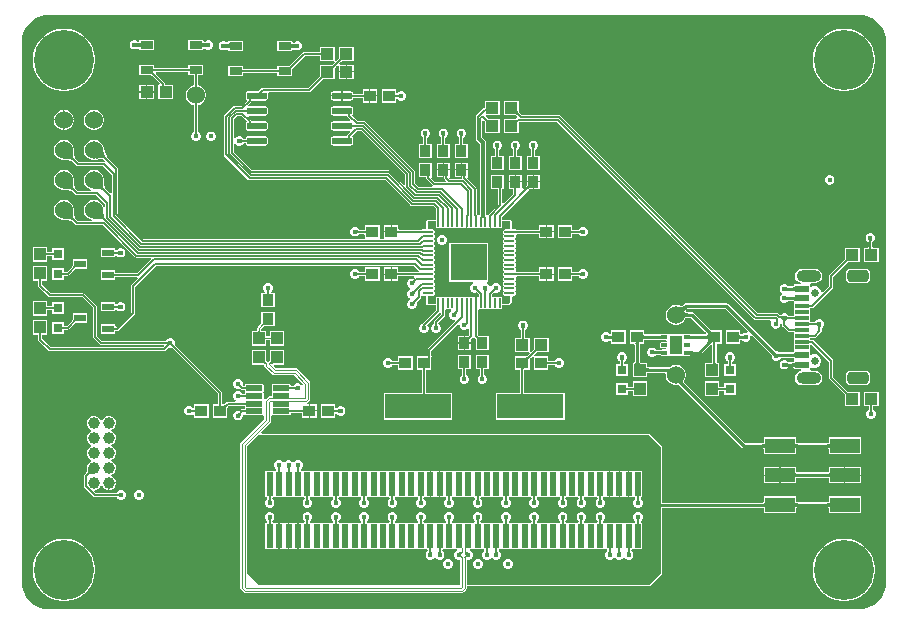
<source format=gtl>
G04*
G04 #@! TF.GenerationSoftware,Altium Limited,Altium Designer,24.2.2 (26)*
G04*
G04 Layer_Physical_Order=1*
G04 Layer_Color=255*
%FSLAX44Y44*%
%MOMM*%
G71*
G04*
G04 #@! TF.SameCoordinates,D28C2298-B94A-46E3-96D8-F5CEDD955656*
G04*
G04*
G04 #@! TF.FilePolarity,Positive*
G04*
G01*
G75*
%ADD11C,0.2540*%
%ADD13C,0.1524*%
%ADD14C,0.1270*%
%ADD15R,1.1500X0.3000*%
%ADD16R,1.1500X0.6000*%
%ADD17R,1.0500X1.0000*%
G04:AMPARAMS|DCode=18|XSize=0.45mm|YSize=0.3mm|CornerRadius=0.0075mm|HoleSize=0mm|Usage=FLASHONLY|Rotation=0.000|XOffset=0mm|YOffset=0mm|HoleType=Round|Shape=RoundedRectangle|*
%AMROUNDEDRECTD18*
21,1,0.4500,0.2850,0,0,0.0*
21,1,0.4350,0.3000,0,0,0.0*
1,1,0.0150,0.2175,-0.1425*
1,1,0.0150,-0.2175,-0.1425*
1,1,0.0150,-0.2175,0.1425*
1,1,0.0150,0.2175,0.1425*
%
%ADD18ROUNDEDRECTD18*%
%ADD19R,0.8000X0.8000*%
%ADD20R,1.0000X1.0500*%
%ADD21C,1.5240*%
%ADD22R,1.0000X0.9500*%
G04:AMPARAMS|DCode=23|XSize=0.2mm|YSize=0.84mm|CornerRadius=0.025mm|HoleSize=0mm|Usage=FLASHONLY|Rotation=0.000|XOffset=0mm|YOffset=0mm|HoleType=Round|Shape=RoundedRectangle|*
%AMROUNDEDRECTD23*
21,1,0.2000,0.7900,0,0,0.0*
21,1,0.1500,0.8400,0,0,0.0*
1,1,0.0500,0.0750,-0.3950*
1,1,0.0500,-0.0750,-0.3950*
1,1,0.0500,-0.0750,0.3950*
1,1,0.0500,0.0750,0.3950*
%
%ADD23ROUNDEDRECTD23*%
G04:AMPARAMS|DCode=25|XSize=0.84mm|YSize=0.2mm|CornerRadius=0.025mm|HoleSize=0mm|Usage=FLASHONLY|Rotation=0.000|XOffset=0mm|YOffset=0mm|HoleType=Round|Shape=RoundedRectangle|*
%AMROUNDEDRECTD25*
21,1,0.8400,0.1500,0,0,0.0*
21,1,0.7900,0.2000,0,0,0.0*
1,1,0.0500,0.3950,-0.0750*
1,1,0.0500,-0.3950,-0.0750*
1,1,0.0500,-0.3950,0.0750*
1,1,0.0500,0.3950,0.0750*
%
%ADD25ROUNDEDRECTD25*%
G04:AMPARAMS|DCode=26|XSize=1.61mm|YSize=0.58mm|CornerRadius=0.0725mm|HoleSize=0mm|Usage=FLASHONLY|Rotation=0.000|XOffset=0mm|YOffset=0mm|HoleType=Round|Shape=RoundedRectangle|*
%AMROUNDEDRECTD26*
21,1,1.6100,0.4350,0,0,0.0*
21,1,1.4650,0.5800,0,0,0.0*
1,1,0.1450,0.7325,-0.2175*
1,1,0.1450,-0.7325,-0.2175*
1,1,0.1450,-0.7325,0.2175*
1,1,0.1450,0.7325,0.2175*
%
%ADD26ROUNDEDRECTD26*%
%ADD27R,0.9500X1.0000*%
%ADD28R,1.0500X0.6500*%
%ADD29R,2.5000X1.2000*%
%ADD30R,1.0000X0.6000*%
%ADD32R,0.5000X2.0000*%
G04:AMPARAMS|DCode=33|XSize=1.37mm|YSize=0.48mm|CornerRadius=0.024mm|HoleSize=0mm|Usage=FLASHONLY|Rotation=0.000|XOffset=0mm|YOffset=0mm|HoleType=Round|Shape=RoundedRectangle|*
%AMROUNDEDRECTD33*
21,1,1.3700,0.4320,0,0,0.0*
21,1,1.3220,0.4800,0,0,0.0*
1,1,0.0480,0.6610,-0.2160*
1,1,0.0480,-0.6610,-0.2160*
1,1,0.0480,-0.6610,0.2160*
1,1,0.0480,0.6610,0.2160*
%
%ADD33ROUNDEDRECTD33*%
%ADD60R,1.0000X1.6000*%
%ADD61R,3.1000X3.1000*%
%ADD62R,5.5880X2.1082*%
%ADD63C,0.1016*%
%ADD64C,0.6500*%
%ADD65O,2.1000X1.0000*%
G04:AMPARAMS|DCode=66|XSize=1.8mm|YSize=1mm|CornerRadius=0.25mm|HoleSize=0mm|Usage=FLASHONLY|Rotation=180.000|XOffset=0mm|YOffset=0mm|HoleType=Round|Shape=RoundedRectangle|*
%AMROUNDEDRECTD66*
21,1,1.8000,0.5000,0,0,180.0*
21,1,1.3000,1.0000,0,0,180.0*
1,1,0.5000,-0.6500,0.2500*
1,1,0.5000,0.6500,0.2500*
1,1,0.5000,0.6500,-0.2500*
1,1,0.5000,-0.6500,-0.2500*
%
%ADD66ROUNDEDRECTD66*%
%ADD67C,1.0000*%
%ADD68C,0.4524*%
%ADD69C,5.0800*%
%ADD70C,0.4572*%
G36*
X677606Y469694D02*
X681939Y468380D01*
X685933Y466245D01*
X689433Y463373D01*
X692306Y459873D01*
X694440Y455879D01*
X695754Y451546D01*
X696189Y447137D01*
X696169Y447040D01*
Y-10160D01*
X696189Y-10258D01*
X695754Y-14666D01*
X694440Y-18999D01*
X692306Y-22993D01*
X689433Y-26493D01*
X685933Y-29365D01*
X681939Y-31500D01*
X677606Y-32814D01*
X673197Y-33249D01*
X673100Y-33229D01*
X-12700D01*
X-12797Y-33249D01*
X-17206Y-32814D01*
X-21539Y-31500D01*
X-25533Y-29365D01*
X-29033Y-26493D01*
X-31906Y-22993D01*
X-34040Y-18999D01*
X-35354Y-14666D01*
X-35789Y-10258D01*
X-35769Y-10160D01*
Y447040D01*
X-35789Y447137D01*
X-35354Y451546D01*
X-34040Y455879D01*
X-31906Y459873D01*
X-29033Y463373D01*
X-25533Y466245D01*
X-21539Y468380D01*
X-17206Y469694D01*
X-12797Y470129D01*
X-12700Y470109D01*
X673100D01*
X673197Y470129D01*
X677606Y469694D01*
D02*
G37*
%LPC*%
G36*
X76526Y448766D02*
X63994D01*
Y447799D01*
X62742Y447280D01*
X62714Y447283D01*
X62031Y447966D01*
X60561Y448575D01*
X58969D01*
X57499Y447966D01*
X56374Y446841D01*
X55765Y445371D01*
Y443779D01*
X56374Y442309D01*
X57499Y441184D01*
X58969Y440575D01*
X60561D01*
X62031Y441184D01*
X62747Y441900D01*
X62859Y441895D01*
X63994Y441540D01*
Y440234D01*
X76526D01*
Y448766D01*
D02*
G37*
G36*
X151886Y448086D02*
X139354D01*
Y447119D01*
X138102Y446600D01*
X138074Y446603D01*
X137391Y447286D01*
X135921Y447895D01*
X134329D01*
X132859Y447286D01*
X131734Y446161D01*
X131125Y444691D01*
Y443099D01*
X131734Y441629D01*
X132859Y440504D01*
X134329Y439895D01*
X135921D01*
X137391Y440504D01*
X138106Y441220D01*
X138218Y441214D01*
X139354Y440860D01*
Y439554D01*
X151886D01*
Y448086D01*
D02*
G37*
G36*
X118026Y448766D02*
X105494D01*
Y440234D01*
X118026D01*
Y441201D01*
X119278Y441720D01*
X119306Y441717D01*
X119989Y441034D01*
X121459Y440425D01*
X123051D01*
X124521Y441034D01*
X125646Y442159D01*
X126255Y443629D01*
Y445221D01*
X125646Y446691D01*
X124521Y447816D01*
X123051Y448425D01*
X121459D01*
X119989Y447816D01*
X119274Y447100D01*
X119162Y447105D01*
X118026Y447460D01*
Y448766D01*
D02*
G37*
G36*
X193386Y448086D02*
X180854D01*
Y439554D01*
X193386D01*
Y440521D01*
X194638Y441040D01*
X194666Y441037D01*
X195349Y440354D01*
X196819Y439745D01*
X198411D01*
X199881Y440354D01*
X201006Y441479D01*
X201615Y442949D01*
Y444541D01*
X201006Y446011D01*
X199881Y447136D01*
X198411Y447745D01*
X196819D01*
X195349Y447136D01*
X194634Y446420D01*
X194522Y446425D01*
X193386Y446780D01*
Y448086D01*
D02*
G37*
G36*
X245406Y442896D02*
X232874D01*
Y433899D01*
X232866Y433886D01*
X232874Y433852D01*
Y433761D01*
X232851Y433707D01*
X232874Y433652D01*
Y433412D01*
X232809Y433320D01*
X232463Y432914D01*
X232232Y432675D01*
X232185Y432555D01*
X230676Y431047D01*
X229406Y431573D01*
X229406Y431815D01*
X229406Y431815D01*
X229406Y431840D01*
Y442896D01*
X216874D01*
Y438623D01*
X216836Y438620D01*
X216622Y438614D01*
X216507Y438563D01*
X203680D01*
X203036Y438435D01*
X202490Y438070D01*
X191705Y427286D01*
X191591Y427243D01*
X191118Y426804D01*
X190954Y426673D01*
X190829Y426586D01*
X190672D01*
X190543Y426639D01*
X190460Y426605D01*
X190372Y426626D01*
X190307Y426586D01*
X180854D01*
Y424063D01*
X180816Y424060D01*
X180602Y424054D01*
X180487Y424003D01*
X152253D01*
X152138Y424054D01*
X151924Y424060D01*
X151886Y424063D01*
Y426586D01*
X139354D01*
Y418054D01*
X151886D01*
Y420577D01*
X151924Y420580D01*
X152138Y420586D01*
X152253Y420637D01*
X180487D01*
X180602Y420586D01*
X180816Y420580D01*
X180854Y420577D01*
Y418054D01*
X193386D01*
Y423507D01*
X193426Y423572D01*
X193405Y423660D01*
X193439Y423744D01*
X193386Y423872D01*
Y424029D01*
X193464Y424142D01*
X193802Y424541D01*
X194029Y424776D01*
X194076Y424895D01*
X204377Y435197D01*
X216507D01*
X216622Y435146D01*
X216836Y435140D01*
X216874Y435137D01*
Y430864D01*
X228430Y430864D01*
X228455D01*
X228455D01*
X228697Y430864D01*
X228869Y430451D01*
X229223Y429594D01*
X227984Y428355D01*
X227870Y428312D01*
X227375Y427851D01*
X227203Y427713D01*
X227122Y427656D01*
X227052D01*
X226981Y427698D01*
X226889Y427674D01*
X226800Y427709D01*
X226680Y427656D01*
X216874D01*
Y418659D01*
X216866Y418646D01*
X216874Y418611D01*
Y418521D01*
X216851Y418466D01*
X216874Y418412D01*
Y418172D01*
X216809Y418080D01*
X216462Y417673D01*
X216232Y417435D01*
X216185Y417315D01*
X206953Y408083D01*
X168420D01*
X167776Y407955D01*
X167230Y407590D01*
X165582Y405943D01*
X165464Y405897D01*
X165300Y405740D01*
X165162Y405622D01*
X165033Y405524D01*
X164914Y405444D01*
X164806Y405383D01*
X164709Y405338D01*
X164624Y405307D01*
X164550Y405287D01*
X164485Y405277D01*
X164368Y405271D01*
X164367Y405270D01*
X156015D01*
X155336Y405135D01*
X154760Y404750D01*
X154375Y404174D01*
X154240Y403495D01*
Y399145D01*
X154375Y398466D01*
X154760Y397890D01*
X154824Y397235D01*
X150433Y392843D01*
X144664D01*
X144020Y392715D01*
X143474Y392350D01*
X135970Y384846D01*
X135605Y384300D01*
X135477Y383656D01*
Y351674D01*
X135605Y351030D01*
X135970Y350484D01*
X156174Y330280D01*
X156720Y329915D01*
X157364Y329787D01*
X272353D01*
X293450Y308690D01*
X293996Y308325D01*
X294640Y308197D01*
X312993D01*
X315217Y305973D01*
Y300291D01*
X315165Y300171D01*
X315163Y299962D01*
X315144Y299620D01*
X315131Y299517D01*
X315126Y299486D01*
X315004Y299191D01*
X314908Y299053D01*
X314919Y298987D01*
X314780Y298650D01*
Y296450D01*
X307900D01*
X307122Y296128D01*
X306800Y295350D01*
Y288470D01*
X304600D01*
X304148Y288283D01*
X303094Y288213D01*
X302838Y288212D01*
X302721Y288163D01*
X283871D01*
X283762Y288211D01*
X283507Y288218D01*
X283324Y288234D01*
X283256Y288246D01*
Y292116D01*
X277748D01*
Y286350D01*
X277240D01*
Y285842D01*
X271224D01*
Y280584D01*
X269984Y280510D01*
X268496D01*
X267256Y280584D01*
X267256Y281780D01*
Y292116D01*
X255224D01*
Y288093D01*
X255186Y288090D01*
X254972Y288084D01*
X254858Y288033D01*
X250068D01*
X249999Y288066D01*
X249771Y288616D01*
X248646Y289741D01*
X247176Y290350D01*
X245584D01*
X244114Y289741D01*
X242989Y288616D01*
X242380Y287146D01*
Y285554D01*
X242989Y284084D01*
X244114Y282959D01*
X245584Y282350D01*
X247176D01*
X248646Y282959D01*
X249771Y284084D01*
X249999Y284634D01*
X250068Y284667D01*
X253979D01*
X255224Y283549D01*
X255224Y280584D01*
X253985Y280510D01*
X67310D01*
X46133Y301687D01*
Y339090D01*
X46005Y339734D01*
X45640Y340280D01*
X36352Y349568D01*
X36330Y349650D01*
X36192Y349830D01*
X36081Y350032D01*
X34222Y356187D01*
X33893Y357575D01*
X33891Y357578D01*
X33892Y357581D01*
X33762Y357758D01*
X33447Y358933D01*
X32311Y360903D01*
X30703Y362510D01*
X28733Y363647D01*
X26537Y364236D01*
X24263D01*
X22067Y363647D01*
X20097Y362510D01*
X18490Y360903D01*
X17352Y358933D01*
X16764Y356737D01*
Y354463D01*
X17352Y352267D01*
X18490Y350297D01*
X20097Y348689D01*
X22067Y347552D01*
X24263Y346964D01*
X26537D01*
X27312Y347172D01*
X27497Y347137D01*
X29585Y347577D01*
X30458Y347695D01*
X31251Y347751D01*
X31950Y347749D01*
X32551Y347692D01*
X33051Y347588D01*
X33452Y347445D01*
X33762Y347275D01*
X34082Y347013D01*
X34160Y346989D01*
X34208Y346923D01*
X34221Y346921D01*
X34720Y346203D01*
X33965Y345115D01*
X33707Y345167D01*
X12814D01*
X9933Y348048D01*
X9906Y348139D01*
X9681Y348416D01*
X9510Y348723D01*
X9335Y349161D01*
X9171Y349725D01*
X9028Y350408D01*
X8912Y351188D01*
X8722Y354293D01*
X8719Y355526D01*
X8636Y355726D01*
Y356737D01*
X8048Y358933D01*
X6910Y360903D01*
X5303Y362510D01*
X3333Y363647D01*
X1137Y364236D01*
X-1137D01*
X-3333Y363647D01*
X-5303Y362510D01*
X-6910Y360903D01*
X-8048Y358933D01*
X-8636Y356737D01*
Y354463D01*
X-8048Y352267D01*
X-6910Y350297D01*
X-5303Y348689D01*
X-3333Y347552D01*
X-1137Y346964D01*
X-133D01*
X60Y346881D01*
X2453Y346845D01*
X4402Y346690D01*
X5192Y346572D01*
X5876Y346429D01*
X6439Y346265D01*
X6877Y346091D01*
X7184Y345919D01*
X7461Y345694D01*
X7552Y345667D01*
X10926Y342293D01*
X11472Y341928D01*
X12117Y341800D01*
X33009D01*
X40444Y334365D01*
Y319195D01*
X39271Y318709D01*
X35333Y322648D01*
X35306Y322739D01*
X35081Y323016D01*
X34910Y323323D01*
X34735Y323761D01*
X34571Y324324D01*
X34428Y325008D01*
X34312Y325788D01*
X34122Y328893D01*
X34119Y330126D01*
X34036Y330326D01*
Y331337D01*
X33447Y333533D01*
X32311Y335503D01*
X30703Y337110D01*
X28733Y338247D01*
X26537Y338836D01*
X24263D01*
X22067Y338247D01*
X20097Y337110D01*
X18490Y335503D01*
X17352Y333533D01*
X16764Y331337D01*
Y329063D01*
X17352Y326867D01*
X18490Y324897D01*
X20097Y323289D01*
X22067Y322152D01*
X22935Y321920D01*
X22768Y320650D01*
X11931D01*
X9933Y322648D01*
X9906Y322739D01*
X9681Y323016D01*
X9510Y323323D01*
X9335Y323761D01*
X9171Y324324D01*
X9028Y325008D01*
X8912Y325788D01*
X8722Y328893D01*
X8719Y330126D01*
X8636Y330326D01*
Y331337D01*
X8048Y333533D01*
X6910Y335503D01*
X5303Y337110D01*
X3333Y338247D01*
X1137Y338836D01*
X-1137D01*
X-3333Y338247D01*
X-5303Y337110D01*
X-6910Y335503D01*
X-8048Y333533D01*
X-8636Y331337D01*
Y329063D01*
X-8048Y326867D01*
X-6910Y324897D01*
X-5303Y323289D01*
X-3333Y322152D01*
X-1137Y321564D01*
X-133D01*
X60Y321481D01*
X2453Y321445D01*
X4402Y321290D01*
X5192Y321172D01*
X5876Y321029D01*
X6439Y320865D01*
X6877Y320690D01*
X7184Y320519D01*
X7461Y320294D01*
X7552Y320267D01*
X10043Y317776D01*
X10589Y317411D01*
X11234Y317283D01*
X27572D01*
X35147Y309709D01*
Y306699D01*
X33877Y306532D01*
X33447Y308133D01*
X32311Y310103D01*
X30703Y311710D01*
X28733Y312847D01*
X26537Y313436D01*
X24263D01*
X22067Y312847D01*
X20097Y311710D01*
X18490Y310103D01*
X17352Y308133D01*
X16764Y305937D01*
Y303663D01*
X17352Y301467D01*
X18490Y299497D01*
X20097Y297889D01*
X22067Y296752D01*
X23668Y296323D01*
X23501Y295053D01*
X12127D01*
X9933Y297248D01*
X9906Y297339D01*
X9681Y297616D01*
X9510Y297923D01*
X9335Y298361D01*
X9171Y298925D01*
X9028Y299608D01*
X8912Y300388D01*
X8722Y303493D01*
X8719Y304726D01*
X8636Y304926D01*
Y305937D01*
X8048Y308133D01*
X6910Y310103D01*
X5303Y311710D01*
X3333Y312847D01*
X1137Y313436D01*
X-1137D01*
X-3333Y312847D01*
X-5303Y311710D01*
X-6910Y310103D01*
X-8048Y308133D01*
X-8636Y305937D01*
Y303663D01*
X-8048Y301467D01*
X-6910Y299497D01*
X-5303Y297889D01*
X-3333Y296752D01*
X-1137Y296164D01*
X-133D01*
X60Y296081D01*
X2453Y296045D01*
X4402Y295890D01*
X5192Y295772D01*
X5876Y295629D01*
X6439Y295465D01*
X6877Y295291D01*
X7184Y295119D01*
X7461Y294894D01*
X7552Y294867D01*
X10240Y292180D01*
X10786Y291815D01*
X11430Y291687D01*
X33412D01*
X60162Y264937D01*
X60708Y264572D01*
X61352Y264444D01*
X73577D01*
X74103Y263174D01*
X62193Y251263D01*
X43863D01*
X43748Y251314D01*
X43534Y251320D01*
X43496Y251323D01*
Y253596D01*
X31464D01*
Y245564D01*
X43496D01*
Y247837D01*
X43534Y247840D01*
X43748Y247846D01*
X43863Y247897D01*
X62110D01*
X62636Y246627D01*
X57230Y241220D01*
X56865Y240674D01*
X56737Y240030D01*
Y217867D01*
X44766Y205897D01*
X43496Y206396D01*
Y207876D01*
X31464D01*
Y199844D01*
X43496D01*
Y202117D01*
X43534Y202120D01*
X43748Y202126D01*
X43863Y202177D01*
X45110D01*
X45754Y202305D01*
X46300Y202670D01*
X59610Y215980D01*
X59975Y216526D01*
X60103Y217170D01*
Y239333D01*
X78167Y257397D01*
X296483D01*
X300447Y253433D01*
X300119Y252356D01*
X299975Y252163D01*
X283871D01*
X283762Y252211D01*
X283507Y252218D01*
X283324Y252234D01*
X283256Y252246D01*
Y256116D01*
X277748D01*
Y250350D01*
Y244584D01*
X283256D01*
Y248454D01*
X283324Y248466D01*
X283507Y248482D01*
X283762Y248489D01*
X283871Y248537D01*
X296485D01*
X296629Y248344D01*
X296957Y247267D01*
X296057Y246368D01*
X295986Y246342D01*
X295436Y246570D01*
X293844D01*
X292374Y245961D01*
X291249Y244836D01*
X290640Y243366D01*
Y241774D01*
X291249Y240304D01*
X292374Y239179D01*
X293259Y238812D01*
Y237438D01*
X292374Y237071D01*
X291249Y235946D01*
X290640Y234476D01*
Y232884D01*
X291249Y231414D01*
X292374Y230289D01*
X293259Y229922D01*
Y228548D01*
X292374Y228181D01*
X291249Y227056D01*
X290640Y225586D01*
Y223994D01*
X291249Y222524D01*
X292374Y221399D01*
X293844Y220790D01*
X295436D01*
X296906Y221399D01*
X298031Y222524D01*
X298640Y223994D01*
Y225586D01*
X298412Y226136D01*
X298438Y226207D01*
X302180Y229950D01*
X302545Y230496D01*
X302673Y231140D01*
Y231929D01*
X303943Y232502D01*
X304600Y232230D01*
X306800D01*
Y225350D01*
X307122Y224572D01*
X307900Y224250D01*
X314780D01*
Y222050D01*
X314919Y221713D01*
X314908Y221647D01*
X315004Y221509D01*
X315126Y221214D01*
X315127Y221207D01*
X315163Y220728D01*
X315165Y220529D01*
X315217Y220409D01*
Y219807D01*
X304016Y208607D01*
X303894Y208424D01*
X302534Y207861D01*
X301409Y206736D01*
X300800Y205266D01*
Y203674D01*
X301409Y202204D01*
X302534Y201079D01*
X304004Y200470D01*
X305596D01*
X307066Y201079D01*
X308191Y202204D01*
X308800Y203674D01*
Y205266D01*
X308191Y206736D01*
X307549Y207378D01*
X317947Y217776D01*
X318537Y217682D01*
X319112Y217375D01*
X319210Y216141D01*
X313770Y210701D01*
X313405Y210155D01*
X313277Y209511D01*
Y208158D01*
X313244Y208089D01*
X312694Y207861D01*
X311569Y206736D01*
X310960Y205266D01*
Y203674D01*
X311569Y202204D01*
X312694Y201079D01*
X314164Y200470D01*
X315756D01*
X317226Y201079D01*
X318351Y202204D01*
X318960Y203674D01*
Y205266D01*
X318351Y206736D01*
X317226Y207861D01*
X317092Y209262D01*
X322090Y214261D01*
X322455Y214807D01*
X322583Y215451D01*
Y220019D01*
X323423Y220695D01*
X323800Y220775D01*
X323912Y220779D01*
X324150Y220680D01*
X325650D01*
X325925Y220794D01*
X326900Y221017D01*
X327875Y220794D01*
X328059Y220717D01*
X328166Y220389D01*
X328221Y219410D01*
X327934Y219291D01*
X326809Y218166D01*
X326200Y216696D01*
Y215104D01*
X326809Y213634D01*
X327934Y212509D01*
X329404Y211900D01*
X330913D01*
X331110Y211677D01*
X331575Y210765D01*
X308355Y187545D01*
X307990Y186999D01*
X307862Y186355D01*
Y181393D01*
X307811Y181278D01*
X307805Y181066D01*
X307802Y181026D01*
X299164D01*
Y169494D01*
X303187D01*
X303190Y169456D01*
X303196Y169242D01*
X303247Y169128D01*
Y150354D01*
X303196Y150239D01*
X303190Y150032D01*
X303186Y149987D01*
X271018D01*
Y126873D01*
X328930D01*
Y149987D01*
X306674D01*
X306670Y150032D01*
X306664Y150239D01*
X306613Y150354D01*
Y169128D01*
X306664Y169242D01*
X306670Y169456D01*
X306673Y169494D01*
X311196D01*
Y179212D01*
X311228Y179375D01*
Y179907D01*
X311249Y179953D01*
X311279Y181223D01*
X311274Y181236D01*
X311280Y181250D01*
X311228Y181374D01*
Y185658D01*
X333955Y208385D01*
X334866Y207920D01*
X335090Y207723D01*
Y206214D01*
X335699Y204744D01*
X336824Y203619D01*
X338294Y203010D01*
X339886D01*
X341356Y203619D01*
X341947Y204210D01*
X343217Y203684D01*
Y198907D01*
X343175Y198866D01*
X343061Y198823D01*
X342588Y198384D01*
X342424Y198253D01*
X342299Y198166D01*
X342142D01*
X342014Y198219D01*
X341930Y198185D01*
X341842Y198206D01*
X341777Y198166D01*
X339598D01*
Y192658D01*
X344856D01*
Y195087D01*
X344896Y195152D01*
X344875Y195240D01*
X344909Y195323D01*
X344856Y195452D01*
Y195609D01*
X344934Y195721D01*
X345272Y196121D01*
X345499Y196356D01*
X345546Y196475D01*
X346090Y197020D01*
X346499Y197074D01*
X347523Y196919D01*
X347710Y196640D01*
X347877Y196472D01*
X347926Y196351D01*
X348126Y196146D01*
X348436Y195798D01*
X348512Y195702D01*
X348511Y195699D01*
X348561Y195578D01*
X348540Y195449D01*
X348564Y195414D01*
Y186134D01*
X360096D01*
Y198166D01*
X351315D01*
X351281Y198190D01*
X350583Y199197D01*
Y220019D01*
X351423Y220695D01*
X351800Y220775D01*
X351912Y220779D01*
X352150Y220680D01*
X353650D01*
X353925Y220794D01*
X354900Y221017D01*
X355875Y220794D01*
X356150Y220680D01*
X357650D01*
X357925Y220794D01*
X358900Y221017D01*
X359875Y220794D01*
X360150Y220680D01*
X361650D01*
X362619Y221081D01*
X363181Y221081D01*
X364150Y220680D01*
X365650D01*
X365925Y220794D01*
X366900Y221017D01*
X367875Y220794D01*
X368150Y220680D01*
X369650D01*
X370619Y221081D01*
X371020Y222050D01*
Y224250D01*
X376791D01*
X377156Y224402D01*
X377529Y224535D01*
X378796Y225682D01*
X378809Y225710D01*
X378837Y225721D01*
X378988Y226086D01*
X379156Y226443D01*
X379146Y226472D01*
X379158Y226500D01*
X379147Y231331D01*
X380044Y232230D01*
X381200D01*
X382169Y232631D01*
X382570Y233600D01*
Y235100D01*
X382456Y235375D01*
X382233Y236350D01*
X382456Y237325D01*
X382570Y237600D01*
Y239100D01*
X382456Y239375D01*
X382233Y240350D01*
X382456Y241325D01*
X382570Y241600D01*
Y243100D01*
X382456Y243375D01*
X382233Y244350D01*
X382456Y245325D01*
X382570Y245600D01*
Y247100D01*
X382528Y247202D01*
X382574Y247534D01*
X382724Y247903D01*
X383350Y248537D01*
X401929D01*
X402038Y248489D01*
X402293Y248482D01*
X402476Y248466D01*
X402544Y248454D01*
Y244584D01*
X408052D01*
Y250350D01*
Y256116D01*
X402544D01*
Y252246D01*
X402476Y252234D01*
X402293Y252218D01*
X402038Y252211D01*
X401929Y252163D01*
X383350D01*
X382788Y252730D01*
X382523Y253487D01*
X382570Y253600D01*
Y255100D01*
X382456Y255375D01*
X382233Y256350D01*
X382456Y257325D01*
X382570Y257600D01*
Y259100D01*
X382456Y259375D01*
X382233Y260350D01*
X382456Y261325D01*
X382570Y261600D01*
Y263100D01*
X382456Y263375D01*
X382233Y264350D01*
X382456Y265325D01*
X382570Y265600D01*
Y267100D01*
X382169Y268069D01*
X382169Y268631D01*
X382570Y269600D01*
Y271100D01*
X382456Y271375D01*
X382233Y272350D01*
X382456Y273325D01*
X382570Y273600D01*
Y275100D01*
X382456Y275375D01*
X382233Y276350D01*
X382456Y277325D01*
X382570Y277600D01*
Y279100D01*
X382169Y280069D01*
X382169Y280631D01*
X382570Y281600D01*
Y283100D01*
X382528Y283202D01*
X382574Y283534D01*
X382724Y283904D01*
X383350Y284537D01*
X401929D01*
X402038Y284489D01*
X402293Y284482D01*
X402476Y284466D01*
X402544Y284454D01*
Y280584D01*
X408052D01*
Y286350D01*
Y292116D01*
X402544D01*
Y288246D01*
X402476Y288234D01*
X402293Y288218D01*
X402038Y288211D01*
X401929Y288163D01*
X383083D01*
X382969Y288212D01*
X382441Y288218D01*
X381892Y288247D01*
X381814Y288256D01*
X381779Y288263D01*
X381741Y288273D01*
X381729Y288271D01*
X381729Y288272D01*
X381729Y288271D01*
X381692Y288267D01*
X381200Y288470D01*
X380016D01*
X379981Y288486D01*
X379018Y289366D01*
X379013Y289372D01*
X379000Y295352D01*
X378838Y295741D01*
X378678Y296128D01*
X378676Y296128D01*
X378676Y296129D01*
X378287Y296290D01*
X377900Y296450D01*
X371020D01*
Y298650D01*
X370916Y298903D01*
X370908Y299135D01*
X393430Y321657D01*
X393539Y321697D01*
X394113Y322230D01*
X394322Y322397D01*
X394499Y322521D01*
X394523Y322534D01*
X394817D01*
X394946Y322481D01*
X395029Y322515D01*
X395117Y322494D01*
X395182Y322534D01*
X397002D01*
Y328042D01*
X391744D01*
Y325972D01*
X391704Y325907D01*
X391725Y325819D01*
X391691Y325736D01*
X391744Y325607D01*
Y325313D01*
X391731Y325289D01*
X391616Y325124D01*
X391198Y324631D01*
X390922Y324344D01*
X390877Y324231D01*
X389306Y322660D01*
X388036Y323186D01*
X388036Y323534D01*
Y328042D01*
X376504D01*
Y322534D01*
X380374D01*
X380386Y322466D01*
X380402Y322283D01*
X380409Y322028D01*
X380457Y321919D01*
Y318251D01*
X372427Y310220D01*
X371253Y310706D01*
Y322167D01*
X371304Y322282D01*
X371310Y322489D01*
X371314Y322534D01*
X372796D01*
Y334566D01*
X361264D01*
Y322534D01*
X367826D01*
X367830Y322489D01*
X367836Y322282D01*
X367887Y322167D01*
Y309307D01*
X359710Y301130D01*
X359345Y300584D01*
X358105Y300840D01*
X357782Y301020D01*
X357726Y301129D01*
Y362200D01*
X357598Y362844D01*
X357233Y363390D01*
X354346Y366278D01*
Y380238D01*
X354569Y380330D01*
X354808Y380384D01*
X355610Y380387D01*
X356199Y379856D01*
X356574Y379391D01*
Y379368D01*
X356552Y379309D01*
X356574Y379260D01*
Y369904D01*
X369106D01*
Y381936D01*
X359841D01*
X359821Y381948D01*
X359774Y381936D01*
X359385D01*
X359376Y381941D01*
X359251Y382029D01*
X358861Y382360D01*
X358634Y382579D01*
X358515Y382626D01*
X357267Y383874D01*
X357793Y385144D01*
X369106D01*
Y397176D01*
X356574D01*
Y391188D01*
X356403Y391183D01*
X356171Y391081D01*
X355785Y391004D01*
X355239Y390639D01*
X349186Y384587D01*
X348821Y384041D01*
X348693Y383396D01*
Y364633D01*
X348821Y363989D01*
X349186Y363443D01*
X352074Y360556D01*
Y301064D01*
X351515Y300643D01*
X350090Y300852D01*
X349377Y301565D01*
Y322866D01*
X349249Y323510D01*
X348884Y324056D01*
X341517Y331424D01*
X342043Y332694D01*
X342316D01*
Y338202D01*
X337058D01*
Y332694D01*
X337346D01*
X337350Y332649D01*
X337356Y332442D01*
X337407Y332327D01*
Y331470D01*
X336282Y330613D01*
X327125D01*
X326338Y331573D01*
X326803Y332694D01*
X327076D01*
Y338202D01*
X321818D01*
Y332694D01*
X322106D01*
X322110Y332649D01*
X322116Y332442D01*
X322167Y332327D01*
Y331470D01*
X322295Y330826D01*
X322660Y330280D01*
X323693Y329247D01*
X323207Y328073D01*
X314387D01*
X311037Y331424D01*
X311563Y332694D01*
X311836D01*
Y344726D01*
X300304D01*
Y332694D01*
X306866D01*
X306870Y332649D01*
X306876Y332442D01*
X306927Y332327D01*
Y331470D01*
X307055Y330826D01*
X307420Y330280D01*
X312166Y325533D01*
X311694Y324263D01*
X300417D01*
X297593Y327087D01*
Y336666D01*
X297465Y337310D01*
X297100Y337856D01*
X255560Y379396D01*
X255014Y379761D01*
X254370Y379889D01*
X248601D01*
X243956Y384535D01*
X244020Y385190D01*
X244405Y385766D01*
X244540Y386445D01*
Y390795D01*
X244405Y391474D01*
X244020Y392050D01*
X243444Y392435D01*
X242765Y392570D01*
X228115D01*
X227436Y392435D01*
X226860Y392050D01*
X226475Y391474D01*
X226340Y390795D01*
Y386445D01*
X226475Y385766D01*
X226860Y385190D01*
X227436Y384805D01*
X228115Y384670D01*
X239813D01*
X239817Y384533D01*
X239919Y384302D01*
X239996Y383915D01*
X240361Y383369D01*
X242589Y381140D01*
X242063Y379870D01*
X228115D01*
X227436Y379735D01*
X226860Y379350D01*
X226475Y378774D01*
X226340Y378095D01*
Y373745D01*
X226475Y373066D01*
X226860Y372490D01*
X227436Y372105D01*
X228115Y371970D01*
X242063D01*
X242589Y370700D01*
X240361Y368471D01*
X239996Y367925D01*
X239919Y367538D01*
X239817Y367307D01*
X239813Y367170D01*
X228115D01*
X227436Y367035D01*
X226860Y366650D01*
X226475Y366074D01*
X226340Y365395D01*
Y361045D01*
X226475Y360366D01*
X226860Y359790D01*
X227436Y359405D01*
X228115Y359270D01*
X242765D01*
X243444Y359405D01*
X244020Y359790D01*
X244405Y360366D01*
X244540Y361045D01*
Y365395D01*
X244405Y366074D01*
X244020Y366650D01*
X243956Y367305D01*
X248347Y371697D01*
X252033D01*
X289147Y334583D01*
Y326598D01*
X287973Y326111D01*
X276345Y337740D01*
X275798Y338105D01*
X275154Y338233D01*
X159447D01*
X143923Y353757D01*
Y360461D01*
X144710Y360794D01*
X145193Y360850D01*
X146214Y359829D01*
X147684Y359220D01*
X149276D01*
X150746Y359829D01*
X151871Y360954D01*
X152099Y361504D01*
X152168Y361537D01*
X153894D01*
X154009Y361486D01*
X154223Y361480D01*
X154240Y361479D01*
Y361045D01*
X154375Y360366D01*
X154760Y359790D01*
X155336Y359405D01*
X156015Y359270D01*
X170665D01*
X171344Y359405D01*
X171920Y359790D01*
X172305Y360366D01*
X172440Y361045D01*
Y365395D01*
X172305Y366074D01*
X171920Y366650D01*
X171344Y367035D01*
X170665Y367170D01*
X156015D01*
X155336Y367035D01*
X154760Y366650D01*
X154375Y366074D01*
X154240Y365395D01*
Y364961D01*
X154223Y364960D01*
X154009Y364954D01*
X153894Y364903D01*
X152168D01*
X152099Y364936D01*
X151871Y365486D01*
X150746Y366611D01*
X149276Y367220D01*
X147684D01*
X146214Y366611D01*
X145193Y365590D01*
X144710Y365646D01*
X143923Y365979D01*
Y381573D01*
X146747Y384397D01*
X150433D01*
X154824Y380005D01*
X154760Y379350D01*
X154375Y378774D01*
X154240Y378095D01*
Y373745D01*
X154375Y373066D01*
X154760Y372490D01*
X155336Y372105D01*
X156015Y371970D01*
X170665D01*
X171344Y372105D01*
X171920Y372490D01*
X172305Y373066D01*
X172440Y373745D01*
Y378095D01*
X172305Y378774D01*
X171920Y379350D01*
X171344Y379735D01*
X170665Y379870D01*
X158967D01*
X158963Y380007D01*
X158861Y380238D01*
X158784Y380625D01*
X158419Y381171D01*
X156191Y383400D01*
X156717Y384670D01*
X170665D01*
X171344Y384805D01*
X171920Y385190D01*
X172305Y385766D01*
X172440Y386445D01*
Y390795D01*
X172305Y391474D01*
X171920Y392050D01*
X171344Y392435D01*
X170665Y392570D01*
X156717D01*
X156191Y393840D01*
X158419Y396069D01*
X158784Y396615D01*
X158861Y397002D01*
X158963Y397233D01*
X158967Y397370D01*
X170665D01*
X171344Y397505D01*
X171920Y397890D01*
X172305Y398466D01*
X172440Y399145D01*
Y403495D01*
X173354Y404717D01*
X207650D01*
X208294Y404845D01*
X208840Y405210D01*
X218556Y414925D01*
X218670Y414968D01*
X219150Y415415D01*
X219318Y415551D01*
X219422Y415624D01*
X219662D01*
X219716Y415601D01*
X219771Y415624D01*
X219862D01*
X219896Y415616D01*
X219909Y415624D01*
X229406D01*
Y424325D01*
X229448Y424396D01*
X229406Y424561D01*
Y424726D01*
X229450Y424809D01*
X229543Y424949D01*
X230197Y425726D01*
X230495Y426032D01*
X230536Y426135D01*
X230628Y426198D01*
X230637Y426246D01*
X231604Y427213D01*
X232874Y426687D01*
Y422148D01*
X238632D01*
Y427656D01*
X233843D01*
X233317Y428926D01*
X234556Y430165D01*
X234670Y430208D01*
X235150Y430655D01*
X235318Y430791D01*
X235422Y430864D01*
X235662D01*
X235716Y430841D01*
X235772Y430864D01*
X235861D01*
X235896Y430856D01*
X235909Y430864D01*
X245406D01*
Y442896D01*
D02*
G37*
G36*
X118026Y427266D02*
X105494D01*
Y424743D01*
X105456Y424740D01*
X105242Y424734D01*
X105127Y424683D01*
X76892D01*
X76778Y424734D01*
X76564Y424740D01*
X76526Y424743D01*
Y427266D01*
X63994D01*
Y418734D01*
X73547D01*
X73567Y418722D01*
X73612Y418734D01*
X73690D01*
X73748Y418712D01*
X73799Y418734D01*
X74020D01*
X74106Y418674D01*
X74514Y418325D01*
X74755Y418092D01*
X74770Y418086D01*
X74777Y418071D01*
X74889Y418031D01*
X81093Y411826D01*
X80567Y410556D01*
X79994D01*
Y398524D01*
X92526D01*
Y410556D01*
X85563D01*
X85560Y410594D01*
X85554Y410808D01*
X85503Y410923D01*
Y411480D01*
X85375Y412124D01*
X85010Y412670D01*
X77634Y420047D01*
X78160Y421317D01*
X105127D01*
X105242Y421266D01*
X105456Y421260D01*
X105494Y421257D01*
Y418734D01*
X110017D01*
X110020Y418696D01*
X110026Y418482D01*
X110077Y418368D01*
Y411007D01*
X110026Y410893D01*
X110020Y410690D01*
X110008Y410550D01*
X109994Y410467D01*
X108427Y410047D01*
X106457Y408911D01*
X104849Y407303D01*
X103713Y405333D01*
X103124Y403137D01*
Y400863D01*
X103713Y398667D01*
X104849Y396697D01*
X106457Y395089D01*
X108427Y393953D01*
X109994Y393532D01*
X110008Y393449D01*
X110020Y393310D01*
X110026Y393107D01*
X110077Y392993D01*
Y370718D01*
X110044Y370649D01*
X109494Y370421D01*
X108369Y369296D01*
X107760Y367826D01*
Y366234D01*
X108369Y364764D01*
X109494Y363639D01*
X110964Y363030D01*
X112556D01*
X114026Y363639D01*
X115151Y364764D01*
X115760Y366234D01*
Y367826D01*
X115151Y369296D01*
X114026Y370421D01*
X113476Y370649D01*
X113443Y370718D01*
Y392993D01*
X113494Y393107D01*
X113500Y393310D01*
X113512Y393449D01*
X113526Y393533D01*
X115093Y393953D01*
X117063Y395089D01*
X118671Y396697D01*
X119808Y398667D01*
X120396Y400863D01*
Y403137D01*
X119808Y405333D01*
X118671Y407303D01*
X117063Y408911D01*
X115093Y410047D01*
X113526Y410467D01*
X113512Y410551D01*
X113500Y410690D01*
X113494Y410893D01*
X113443Y411007D01*
Y418368D01*
X113494Y418482D01*
X113500Y418696D01*
X113503Y418734D01*
X118026D01*
Y427266D01*
D02*
G37*
G36*
X245406Y427656D02*
X239648D01*
Y422148D01*
X245406D01*
Y427656D01*
D02*
G37*
G36*
Y421132D02*
X239648D01*
Y415624D01*
X245406D01*
Y421132D01*
D02*
G37*
G36*
X238632D02*
X232874D01*
Y415624D01*
X238632D01*
Y421132D01*
D02*
G37*
G36*
X662479Y458216D02*
X658321D01*
X654214Y457566D01*
X650260Y456281D01*
X646555Y454393D01*
X643191Y451949D01*
X640251Y449009D01*
X637807Y445645D01*
X635919Y441940D01*
X634634Y437986D01*
X633984Y433879D01*
Y429721D01*
X634634Y425614D01*
X635919Y421660D01*
X637807Y417955D01*
X640251Y414591D01*
X643191Y411651D01*
X646555Y409207D01*
X650260Y407319D01*
X654214Y406034D01*
X658321Y405384D01*
X662479D01*
X666586Y406034D01*
X670540Y407319D01*
X674245Y409207D01*
X677609Y411651D01*
X680549Y414591D01*
X682993Y417955D01*
X684881Y421660D01*
X686166Y425614D01*
X686816Y429721D01*
Y433879D01*
X686166Y437986D01*
X684881Y441940D01*
X682993Y445645D01*
X680549Y449009D01*
X677609Y451949D01*
X674245Y454393D01*
X670540Y456281D01*
X666586Y457566D01*
X662479Y458216D01*
D02*
G37*
G36*
X2079D02*
X-2079D01*
X-6186Y457566D01*
X-10140Y456281D01*
X-13845Y454393D01*
X-17209Y451949D01*
X-20149Y449009D01*
X-22593Y445645D01*
X-24481Y441940D01*
X-25766Y437986D01*
X-26416Y433879D01*
Y429721D01*
X-25766Y425614D01*
X-24481Y421660D01*
X-22593Y417955D01*
X-20149Y414591D01*
X-17209Y411651D01*
X-13845Y409207D01*
X-10140Y407319D01*
X-6186Y406034D01*
X-2079Y405384D01*
X2079D01*
X6186Y406034D01*
X10140Y407319D01*
X13845Y409207D01*
X17209Y411651D01*
X20149Y414591D01*
X22593Y417955D01*
X24481Y421660D01*
X25766Y425614D01*
X26416Y429721D01*
Y433879D01*
X25766Y437986D01*
X24481Y441940D01*
X22593Y445645D01*
X20149Y449009D01*
X17209Y451949D01*
X13845Y454393D01*
X10140Y456281D01*
X6186Y457566D01*
X2079Y458216D01*
D02*
G37*
G36*
X76526Y410556D02*
X70768D01*
Y405048D01*
X76526D01*
Y410556D01*
D02*
G37*
G36*
X69752D02*
X63994D01*
Y405048D01*
X69752D01*
Y410556D01*
D02*
G37*
G36*
X258572Y407086D02*
X253064D01*
Y403064D01*
X253019Y403060D01*
X252812Y403054D01*
X252697Y403003D01*
X244886D01*
X244771Y403054D01*
X244557Y403060D01*
X244540Y403061D01*
Y403495D01*
X244405Y404174D01*
X244020Y404750D01*
X243444Y405135D01*
X242765Y405270D01*
X235948D01*
Y401320D01*
Y397370D01*
X242765D01*
X243444Y397505D01*
X244020Y397890D01*
X244405Y398466D01*
X244540Y399145D01*
Y399579D01*
X244557Y399580D01*
X244771Y399586D01*
X244886Y399637D01*
X252697D01*
X252812Y399586D01*
X253019Y399580D01*
X253064Y399576D01*
Y395554D01*
X258572D01*
Y401320D01*
Y407086D01*
D02*
G37*
G36*
X265096D02*
X259588D01*
Y401828D01*
X265096D01*
Y407086D01*
D02*
G37*
G36*
X234932Y405270D02*
X228115D01*
X227436Y405135D01*
X226860Y404750D01*
X226475Y404174D01*
X226340Y403495D01*
Y401828D01*
X234932D01*
Y405270D01*
D02*
G37*
G36*
X76526Y404032D02*
X70768D01*
Y398524D01*
X76526D01*
Y404032D01*
D02*
G37*
G36*
X69752D02*
X63994D01*
Y398524D01*
X69752D01*
Y404032D01*
D02*
G37*
G36*
X234932Y400812D02*
X226340D01*
Y399145D01*
X226475Y398466D01*
X226860Y397890D01*
X227436Y397505D01*
X228115Y397370D01*
X234932D01*
Y400812D01*
D02*
G37*
G36*
X281096Y407086D02*
X269064D01*
Y395554D01*
X281096D01*
Y398408D01*
X281505Y398623D01*
X282366Y398797D01*
X283309Y397854D01*
X284779Y397245D01*
X286371D01*
X287841Y397854D01*
X288966Y398979D01*
X289575Y400449D01*
Y402041D01*
X288966Y403511D01*
X287841Y404636D01*
X286371Y405245D01*
X284779D01*
X283309Y404636D01*
X282366Y403693D01*
X281505Y403867D01*
X281096Y404082D01*
Y407086D01*
D02*
G37*
G36*
X265096Y400812D02*
X259588D01*
Y395554D01*
X265096D01*
Y400812D01*
D02*
G37*
G36*
X1137Y389636D02*
X508D01*
Y381508D01*
X8636D01*
Y382137D01*
X8048Y384333D01*
X6910Y386303D01*
X5303Y387910D01*
X3333Y389048D01*
X1137Y389636D01*
D02*
G37*
G36*
X-508D02*
X-1137D01*
X-3333Y389048D01*
X-5303Y387910D01*
X-6910Y386303D01*
X-8048Y384333D01*
X-8636Y382137D01*
Y381508D01*
X-508D01*
Y389636D01*
D02*
G37*
G36*
X26537D02*
X24263D01*
X22067Y389048D01*
X20097Y387910D01*
X18490Y386303D01*
X17352Y384333D01*
X16764Y382137D01*
Y379863D01*
X17352Y377667D01*
X18490Y375697D01*
X20097Y374090D01*
X22067Y372952D01*
X24263Y372364D01*
X26537D01*
X28733Y372952D01*
X30703Y374090D01*
X32311Y375697D01*
X33447Y377667D01*
X34036Y379863D01*
Y382137D01*
X33447Y384333D01*
X32311Y386303D01*
X30703Y387910D01*
X28733Y389048D01*
X26537Y389636D01*
D02*
G37*
G36*
X8636Y380492D02*
X508D01*
Y372364D01*
X1137D01*
X3333Y372952D01*
X5303Y374090D01*
X6910Y375697D01*
X8048Y377667D01*
X8636Y379863D01*
Y380492D01*
D02*
G37*
G36*
X-508D02*
X-8636D01*
Y379863D01*
X-8048Y377667D01*
X-6910Y375697D01*
X-5303Y374090D01*
X-3333Y372952D01*
X-1137Y372364D01*
X-508D01*
Y380492D01*
D02*
G37*
G36*
X125256Y371030D02*
X123664D01*
X122194Y370421D01*
X121069Y369296D01*
X120460Y367826D01*
Y366234D01*
X121069Y364764D01*
X122194Y363639D01*
X123664Y363030D01*
X125256D01*
X126726Y363639D01*
X127851Y364764D01*
X128460Y366234D01*
Y367826D01*
X127851Y369296D01*
X126726Y370421D01*
X125256Y371030D01*
D02*
G37*
G36*
X337346Y373570D02*
X335754D01*
X334284Y372961D01*
X333159Y371836D01*
X332550Y370366D01*
Y368774D01*
X333159Y367304D01*
X334284Y366179D01*
X334834Y365951D01*
X334867Y365882D01*
Y361092D01*
X334816Y360978D01*
X334810Y360764D01*
X334807Y360726D01*
X330784D01*
Y348694D01*
X342316D01*
Y360726D01*
X338293D01*
X338290Y360764D01*
X338284Y360978D01*
X338233Y361092D01*
Y365882D01*
X338266Y365951D01*
X338816Y366179D01*
X339941Y367304D01*
X340550Y368774D01*
Y370366D01*
X339941Y371836D01*
X338816Y372961D01*
X337346Y373570D01*
D02*
G37*
G36*
X322106D02*
X320514D01*
X319044Y372961D01*
X317919Y371836D01*
X317310Y370366D01*
Y368774D01*
X317919Y367304D01*
X319044Y366179D01*
X319594Y365951D01*
X319627Y365882D01*
Y361092D01*
X319576Y360978D01*
X319570Y360764D01*
X319567Y360726D01*
X315544D01*
Y348694D01*
X327076D01*
Y360726D01*
X323053D01*
X323050Y360764D01*
X323044Y360978D01*
X322993Y361092D01*
Y365882D01*
X323026Y365951D01*
X323576Y366179D01*
X324701Y367304D01*
X325310Y368774D01*
Y370366D01*
X324701Y371836D01*
X323576Y372961D01*
X322106Y373570D01*
D02*
G37*
G36*
X306866D02*
X305274D01*
X303804Y372961D01*
X302679Y371836D01*
X302070Y370366D01*
Y368774D01*
X302679Y367304D01*
X303804Y366179D01*
X304354Y365951D01*
X304387Y365882D01*
Y361092D01*
X304336Y360978D01*
X304330Y360764D01*
X304327Y360726D01*
X300304D01*
Y348694D01*
X311836D01*
Y360726D01*
X307813D01*
X307810Y360764D01*
X307804Y360978D01*
X307753Y361092D01*
Y365882D01*
X307786Y365951D01*
X308336Y366179D01*
X309461Y367304D01*
X310070Y368774D01*
Y370366D01*
X309461Y371836D01*
X308336Y372961D01*
X306866Y373570D01*
D02*
G37*
G36*
X342316Y344726D02*
X337058D01*
Y339218D01*
X342316D01*
Y344726D01*
D02*
G37*
G36*
X336042D02*
X330784D01*
Y339218D01*
X336042D01*
Y344726D01*
D02*
G37*
G36*
X327076D02*
X321818D01*
Y339218D01*
X327076D01*
Y344726D01*
D02*
G37*
G36*
X320802D02*
X315544D01*
Y339218D01*
X320802D01*
Y344726D01*
D02*
G37*
G36*
X398306Y363410D02*
X396714D01*
X395244Y362801D01*
X394119Y361676D01*
X393510Y360206D01*
Y358614D01*
X394119Y357144D01*
X395244Y356019D01*
X395794Y355791D01*
X395827Y355723D01*
Y350933D01*
X395776Y350818D01*
X395770Y350604D01*
X395767Y350566D01*
X391744D01*
Y338534D01*
X403276D01*
Y350566D01*
X399253D01*
X399250Y350604D01*
X399244Y350818D01*
X399193Y350933D01*
Y355723D01*
X399226Y355791D01*
X399776Y356019D01*
X400901Y357144D01*
X401510Y358614D01*
Y360206D01*
X400901Y361676D01*
X399776Y362801D01*
X398306Y363410D01*
D02*
G37*
G36*
X383066D02*
X381474D01*
X380004Y362801D01*
X378879Y361676D01*
X378270Y360206D01*
Y358614D01*
X378879Y357144D01*
X380004Y356019D01*
X380554Y355791D01*
X380587Y355723D01*
Y350933D01*
X380536Y350818D01*
X380530Y350604D01*
X380527Y350566D01*
X376504D01*
Y338534D01*
X388036D01*
Y350566D01*
X384013D01*
X384010Y350604D01*
X384004Y350818D01*
X383953Y350933D01*
Y355723D01*
X383986Y355791D01*
X384536Y356019D01*
X385661Y357144D01*
X386270Y358614D01*
Y360206D01*
X385661Y361676D01*
X384536Y362801D01*
X383066Y363410D01*
D02*
G37*
G36*
X367826D02*
X366234D01*
X364764Y362801D01*
X363639Y361676D01*
X363030Y360206D01*
Y358614D01*
X363639Y357144D01*
X364764Y356019D01*
X365314Y355791D01*
X365347Y355723D01*
Y350933D01*
X365296Y350818D01*
X365290Y350604D01*
X365287Y350566D01*
X361264D01*
Y338534D01*
X372796D01*
Y350566D01*
X368773D01*
X368770Y350604D01*
X368764Y350818D01*
X368713Y350933D01*
Y355723D01*
X368746Y355791D01*
X369296Y356019D01*
X370421Y357144D01*
X371030Y358614D01*
Y360206D01*
X370421Y361676D01*
X369296Y362801D01*
X367826Y363410D01*
D02*
G37*
G36*
X336042Y338202D02*
X330784D01*
Y332694D01*
X336042D01*
Y338202D01*
D02*
G37*
G36*
X320802D02*
X315544D01*
Y332694D01*
X320802D01*
Y338202D01*
D02*
G37*
G36*
X403276Y334566D02*
X398018D01*
Y329058D01*
X403276D01*
Y334566D01*
D02*
G37*
G36*
X397002D02*
X391744D01*
Y329058D01*
X397002D01*
Y334566D01*
D02*
G37*
G36*
X388036D02*
X382778D01*
Y329058D01*
X388036D01*
Y334566D01*
D02*
G37*
G36*
X381762D02*
X376504D01*
Y329058D01*
X381762D01*
Y334566D01*
D02*
G37*
G36*
X649056Y334260D02*
X647464D01*
X645994Y333651D01*
X644869Y332526D01*
X644260Y331056D01*
Y329464D01*
X644869Y327994D01*
X645994Y326869D01*
X647464Y326260D01*
X649056D01*
X650526Y326869D01*
X651651Y327994D01*
X652260Y329464D01*
Y331056D01*
X651651Y332526D01*
X650526Y333651D01*
X649056Y334260D01*
D02*
G37*
G36*
X403276Y328042D02*
X398018D01*
Y322534D01*
X403276D01*
Y328042D01*
D02*
G37*
G36*
X414576Y292116D02*
X409068D01*
Y286858D01*
X414576D01*
Y292116D01*
D02*
G37*
G36*
X276732D02*
X271224D01*
Y286858D01*
X276732D01*
Y292116D01*
D02*
G37*
G36*
X430576D02*
X418544D01*
Y280584D01*
X430576D01*
Y284607D01*
X430614Y284610D01*
X430828Y284616D01*
X430942Y284667D01*
X435732D01*
X435801Y284634D01*
X436029Y284084D01*
X437154Y282959D01*
X438624Y282350D01*
X440216D01*
X441686Y282959D01*
X442811Y284084D01*
X443420Y285554D01*
Y287146D01*
X442811Y288616D01*
X441686Y289741D01*
X440216Y290350D01*
X438624D01*
X437154Y289741D01*
X436029Y288616D01*
X435801Y288066D01*
X435732Y288033D01*
X430942D01*
X430828Y288084D01*
X430614Y288090D01*
X430576Y288093D01*
Y292116D01*
D02*
G37*
G36*
X414576Y285842D02*
X409068D01*
Y280584D01*
X414576D01*
Y285842D01*
D02*
G37*
G36*
X43496Y272596D02*
X31464D01*
Y264564D01*
X43496D01*
Y265668D01*
X43905Y265883D01*
X44766Y266057D01*
X45709Y265114D01*
X47179Y264505D01*
X48771D01*
X50241Y265114D01*
X51366Y266239D01*
X51975Y267709D01*
Y269301D01*
X51366Y270771D01*
X50241Y271896D01*
X48771Y272505D01*
X47179D01*
X45709Y271896D01*
X44766Y270953D01*
X43905Y271127D01*
X43496Y271342D01*
Y272596D01*
D02*
G37*
G36*
X-14224Y273346D02*
X-26256D01*
Y260814D01*
X-14224D01*
Y265587D01*
X-14186Y265590D01*
X-13972Y265596D01*
X-13858Y265647D01*
X-10382D01*
X-10268Y265596D01*
X-10054Y265590D01*
X-10016Y265587D01*
Y262314D01*
X16D01*
Y272346D01*
X-10016D01*
Y269073D01*
X-10054Y269070D01*
X-10268Y269064D01*
X-10382Y269013D01*
X-13858D01*
X-13972Y269064D01*
X-14186Y269070D01*
X-14224Y269073D01*
Y273346D01*
D02*
G37*
G36*
X683715Y285195D02*
X682124D01*
X680654Y284586D01*
X679528Y283461D01*
X678919Y281991D01*
Y280399D01*
X679528Y278929D01*
X680654Y277804D01*
X681204Y277576D01*
X681236Y277507D01*
Y273083D01*
X681185Y272968D01*
X681180Y272754D01*
X681176Y272716D01*
X677374D01*
Y260684D01*
X689906D01*
Y272716D01*
X684662D01*
X684659Y272754D01*
X684654Y272968D01*
X684603Y273083D01*
Y277507D01*
X684635Y277576D01*
X685185Y277804D01*
X686310Y278929D01*
X686919Y280399D01*
Y281991D01*
X686310Y283461D01*
X685185Y284586D01*
X683715Y285195D01*
D02*
G37*
G36*
X385106Y397176D02*
X372574D01*
Y385144D01*
X381668D01*
X381733Y385104D01*
X381821Y385125D01*
X381904Y385091D01*
X382033Y385144D01*
X382327D01*
X382351Y385131D01*
X382516Y385016D01*
X383009Y384598D01*
X383296Y384322D01*
X383409Y384277D01*
X383677Y384010D01*
X383539Y383094D01*
X383320Y382570D01*
X382888Y382282D01*
X382542Y381936D01*
X372574D01*
Y369904D01*
X385106D01*
Y379187D01*
X417297D01*
X583327Y213157D01*
X583327Y213157D01*
X584815Y211669D01*
X585403Y211276D01*
X586097Y211138D01*
X598022D01*
X598843Y209868D01*
X598540Y209136D01*
Y207544D01*
X599149Y206074D01*
X600274Y204949D01*
X601744Y204340D01*
X603336D01*
X604806Y204949D01*
X605931Y206074D01*
X606540Y207544D01*
Y208420D01*
X607788Y209188D01*
X608167Y208982D01*
Y207270D01*
X608305Y206576D01*
X608698Y205988D01*
X612688Y201998D01*
X613276Y201605D01*
X613970Y201467D01*
X614621Y201597D01*
X617707D01*
X617822Y201546D01*
X618036Y201540D01*
X618074Y201537D01*
Y195764D01*
Y184467D01*
X618057Y184436D01*
X618051Y184376D01*
X618015Y184354D01*
X617877Y184298D01*
X617660Y184241D01*
X617368Y184193D01*
X617007Y184161D01*
X616552Y184149D01*
X616465Y184111D01*
X605866D01*
X605550Y184427D01*
X604080Y185036D01*
X602588D01*
X602575Y185041D01*
X562448Y225168D01*
X561692Y225673D01*
X560800Y225851D01*
X526704D01*
X525812Y225673D01*
X525056Y225168D01*
X524256Y224367D01*
X524184Y224345D01*
X524168Y224314D01*
X524135Y224301D01*
X523824Y224007D01*
X523557Y223786D01*
X523319Y223617D01*
X523114Y223498D01*
X522947Y223426D01*
X522821Y223390D01*
X522736Y223380D01*
X522680Y223384D01*
X522635Y223396D01*
X522492Y223463D01*
X522317Y223472D01*
X521493Y223948D01*
X519297Y224536D01*
X517023D01*
X514827Y223948D01*
X512857Y222810D01*
X511250Y221203D01*
X510112Y219233D01*
X509524Y217037D01*
Y214763D01*
X510112Y212567D01*
X511250Y210597D01*
X512857Y208990D01*
X514827Y207852D01*
X517023Y207264D01*
X519297D01*
X521493Y207852D01*
X523463Y208990D01*
X525070Y210597D01*
X526208Y212567D01*
X526283Y212846D01*
X526346Y212906D01*
X526415Y213057D01*
X526453Y213113D01*
X526510Y213170D01*
X526599Y213235D01*
X526735Y213306D01*
X526922Y213376D01*
X527165Y213438D01*
X527463Y213487D01*
X527813Y213519D01*
X528243Y213531D01*
X528330Y213569D01*
X530685D01*
X543197Y201057D01*
X543229Y200971D01*
X543530Y200647D01*
X543362Y199846D01*
X543304Y199688D01*
X543019Y199331D01*
X532783D01*
X532694Y199370D01*
X531127Y199399D01*
X530679Y199433D01*
X530568Y199447D01*
X530550Y199451D01*
X530537Y199456D01*
X530530Y199455D01*
X530471Y199468D01*
X530435Y199461D01*
X530085Y199606D01*
X525735D01*
X525446Y199486D01*
X524176Y199516D01*
X523631Y199516D01*
X512689D01*
X512144Y199516D01*
X510874Y199486D01*
X510585Y199606D01*
X506235D01*
X505943Y199485D01*
X504082Y199371D01*
X503643Y199370D01*
X503549Y199331D01*
X493145Y199331D01*
X493058Y199369D01*
X492609Y199381D01*
X492254Y199413D01*
X491968Y199460D01*
X491756Y199517D01*
X491623Y199572D01*
X491590Y199592D01*
X491583Y199655D01*
X491536Y199742D01*
Y202766D01*
X479504D01*
Y191234D01*
X482833D01*
X482864Y191218D01*
X482924Y191211D01*
X482946Y191175D01*
X483002Y191037D01*
X483059Y190820D01*
X483107Y190528D01*
X483139Y190167D01*
X483151Y189712D01*
X483189Y189625D01*
Y177165D01*
X483151Y177078D01*
X483139Y176630D01*
X483107Y176274D01*
X483060Y175988D01*
X483003Y175776D01*
X482948Y175643D01*
X482928Y175610D01*
X482865Y175603D01*
X482778Y175556D01*
X481664D01*
Y163024D01*
X493696D01*
Y166603D01*
X493713Y166633D01*
X493719Y166694D01*
X493755Y166716D01*
X493893Y166772D01*
X494110Y166829D01*
X494402Y166877D01*
X494763Y166909D01*
X495218Y166921D01*
X495305Y166959D01*
X508403D01*
X509524Y166237D01*
Y163963D01*
X510112Y161767D01*
X511250Y159797D01*
X512857Y158189D01*
X514827Y157052D01*
X517023Y156464D01*
X519297D01*
X519752Y156586D01*
X519874Y156553D01*
X520052Y156577D01*
X520160Y156574D01*
X520292Y156553D01*
X520453Y156505D01*
X520642Y156426D01*
X520859Y156308D01*
X521100Y156151D01*
X521363Y155952D01*
X521645Y155710D01*
X521962Y155408D01*
X522051Y155373D01*
X573852Y103572D01*
X574608Y103067D01*
X575500Y102889D01*
X591105D01*
X591192Y102851D01*
X591647Y102839D01*
X592008Y102807D01*
X592300Y102759D01*
X592517Y102702D01*
X592655Y102646D01*
X592691Y102624D01*
X592697Y102563D01*
X592714Y102533D01*
Y98204D01*
X619746D01*
Y102478D01*
X619793Y102565D01*
X619800Y102628D01*
X619833Y102648D01*
X619966Y102703D01*
X620178Y102760D01*
X620464Y102808D01*
X620820Y102839D01*
X621268Y102851D01*
X621355Y102889D01*
X646105D01*
X646192Y102851D01*
X646647Y102839D01*
X647008Y102807D01*
X647300Y102759D01*
X647517Y102702D01*
X647655Y102646D01*
X647691Y102624D01*
X647697Y102563D01*
X647714Y102533D01*
Y98204D01*
X674746D01*
Y112236D01*
X647714D01*
Y107907D01*
X647697Y107877D01*
X647691Y107816D01*
X647655Y107794D01*
X647517Y107739D01*
X647300Y107681D01*
X647008Y107633D01*
X646647Y107601D01*
X646192Y107589D01*
X646105Y107551D01*
X621355D01*
X621268Y107589D01*
X620820Y107601D01*
X620464Y107633D01*
X620178Y107680D01*
X619966Y107737D01*
X619833Y107792D01*
X619800Y107812D01*
X619793Y107875D01*
X619746Y107962D01*
Y112236D01*
X592714D01*
Y107907D01*
X592697Y107877D01*
X592691Y107816D01*
X592655Y107794D01*
X592517Y107739D01*
X592300Y107681D01*
X592008Y107633D01*
X591647Y107601D01*
X591192Y107589D01*
X591105Y107551D01*
X576465D01*
X525902Y158114D01*
X525900Y158126D01*
X525863Y158153D01*
X525792Y158224D01*
X525759Y158312D01*
X525465Y158623D01*
X525249Y158883D01*
X525090Y159110D01*
X524985Y159297D01*
X524928Y159436D01*
X524907Y159521D01*
X524906Y159557D01*
X524906Y159561D01*
X524908Y159565D01*
X524984Y159678D01*
X524991Y159718D01*
X525070Y159797D01*
X526208Y161767D01*
X526796Y163963D01*
Y166237D01*
X526208Y168433D01*
X525070Y170403D01*
X523463Y172010D01*
X521493Y173148D01*
X519297Y173736D01*
X517023D01*
X514827Y173148D01*
X512857Y172010D01*
X511894Y171047D01*
X511301Y171443D01*
X510409Y171621D01*
X495305D01*
X495218Y171659D01*
X494763Y171671D01*
X494402Y171703D01*
X494110Y171751D01*
X493893Y171808D01*
X493755Y171864D01*
X493719Y171886D01*
X493713Y171947D01*
X493696Y171977D01*
Y175556D01*
X488262D01*
X488175Y175603D01*
X488112Y175610D01*
X488092Y175643D01*
X488037Y175776D01*
X487980Y175988D01*
X487933Y176274D01*
X487901Y176630D01*
X487889Y177078D01*
X487851Y177165D01*
Y189625D01*
X487889Y189712D01*
X487901Y190167D01*
X487933Y190528D01*
X487981Y190820D01*
X488038Y191037D01*
X488094Y191175D01*
X488116Y191211D01*
X488176Y191218D01*
X488207Y191234D01*
X491536D01*
Y194258D01*
X491583Y194345D01*
X491590Y194408D01*
X491623Y194428D01*
X491756Y194483D01*
X491968Y194540D01*
X492254Y194588D01*
X492609Y194619D01*
X493058Y194631D01*
X493145Y194669D01*
X503537Y194669D01*
X503626Y194631D01*
X505193Y194601D01*
X505641Y194568D01*
X505752Y194553D01*
X505770Y194549D01*
X505782Y194545D01*
X505790Y194545D01*
X505849Y194533D01*
X505884Y194539D01*
X506235Y194394D01*
X509669D01*
X510699Y193484D01*
X510585Y193106D01*
X506235D01*
X505400Y192760D01*
X505054Y191925D01*
Y189075D01*
X505400Y188240D01*
X506235Y187894D01*
X509669D01*
X510699Y186984D01*
X510585Y186606D01*
X506235D01*
X506115Y186556D01*
X503598Y186444D01*
X503517Y186406D01*
X501244D01*
X501233Y186411D01*
X501231Y186416D01*
X500106Y187541D01*
X498636Y188150D01*
X497044D01*
X495574Y187541D01*
X494449Y186416D01*
X493840Y184946D01*
Y183354D01*
X494449Y181884D01*
X495574Y180759D01*
X497044Y180150D01*
X498636D01*
X500106Y180759D01*
X501070Y181723D01*
X501119Y181744D01*
X503537D01*
X503626Y181705D01*
X504854Y181682D01*
X505401Y181644D01*
X505571Y181623D01*
X505670Y181604D01*
X505673Y181603D01*
X505678Y181603D01*
X505762Y181579D01*
X505784Y181581D01*
X506235Y181394D01*
X510585D01*
X510874Y181514D01*
X512144Y181484D01*
X512689Y181484D01*
X523631D01*
X524176Y181484D01*
X525446Y181514D01*
X525735Y181394D01*
X530085D01*
X530377Y181515D01*
X532238Y181628D01*
X532677Y181630D01*
X532771Y181669D01*
X537550D01*
X538442Y181847D01*
X539198Y182352D01*
X546493Y189647D01*
X546579Y189679D01*
X547555Y190585D01*
X547675Y190681D01*
X547974Y190693D01*
X548987Y190021D01*
Y176171D01*
X548939Y176062D01*
X548932Y175807D01*
X548916Y175624D01*
X548904Y175556D01*
X542624D01*
Y163024D01*
X554656D01*
Y175556D01*
X552696D01*
X552684Y175624D01*
X552668Y175807D01*
X552661Y176062D01*
X552613Y176171D01*
Y190619D01*
X552661Y190728D01*
X552668Y190990D01*
X552685Y191180D01*
X552693Y191234D01*
X556816D01*
Y202766D01*
X549659D01*
X549594Y202806D01*
X549506Y202785D01*
X549423Y202819D01*
X549294Y202766D01*
X548461D01*
X548286Y202866D01*
X547956Y203095D01*
X547089Y203829D01*
X546594Y204307D01*
X546504Y204342D01*
X533298Y217548D01*
X532542Y218053D01*
X531650Y218231D01*
X528330D01*
X528243Y218269D01*
X527813Y218281D01*
X527463Y218312D01*
X527165Y218361D01*
X527032Y218396D01*
X526707Y218964D01*
X526571Y219323D01*
X526493Y219752D01*
X526615Y219953D01*
X526799Y220205D01*
X527030Y220478D01*
X527328Y220793D01*
X527362Y220881D01*
X527670Y221189D01*
X559835D01*
X579172Y201852D01*
X578452Y200775D01*
X578091Y200925D01*
X576499D01*
X575029Y200316D01*
X574089Y199376D01*
X573883Y199381D01*
X573522Y199413D01*
X573230Y199461D01*
X573013Y199519D01*
X572875Y199574D01*
X572839Y199596D01*
X572833Y199657D01*
X572816Y199687D01*
Y202766D01*
X560784D01*
Y191234D01*
X572816D01*
Y194275D01*
X573212Y194384D01*
X574033Y194531D01*
X575029Y193534D01*
X576499Y192925D01*
X578091D01*
X579561Y193534D01*
X580686Y194659D01*
X581295Y196129D01*
Y197721D01*
X581145Y198083D01*
X582222Y198802D01*
X599279Y181745D01*
X599284Y181732D01*
Y180240D01*
X599893Y178770D01*
X601018Y177645D01*
X602488Y177036D01*
X604080D01*
X605550Y177645D01*
X606675Y178770D01*
X606956Y179449D01*
X616465D01*
X616552Y179411D01*
X617007Y179399D01*
X617368Y179367D01*
X617660Y179319D01*
X617877Y179261D01*
X618015Y179206D01*
X618051Y179184D01*
X618057Y179123D01*
X618074Y179093D01*
Y176467D01*
X618057Y176437D01*
X618051Y176376D01*
X618015Y176354D01*
X617877Y176298D01*
X617660Y176241D01*
X617368Y176193D01*
X617007Y176161D01*
X616552Y176149D01*
X616465Y176111D01*
X613313D01*
X613301Y176116D01*
X612246Y177171D01*
X610776Y177780D01*
X609184D01*
X607714Y177171D01*
X606589Y176046D01*
X605980Y174576D01*
Y172984D01*
X606589Y171514D01*
X607714Y170389D01*
X609184Y169780D01*
X610776D01*
X612246Y170389D01*
X613301Y171444D01*
X613313Y171449D01*
X616465D01*
X616552Y171411D01*
X617007Y171399D01*
X617368Y171367D01*
X617660Y171319D01*
X617877Y171262D01*
X618015Y171206D01*
X618051Y171184D01*
X618057Y171124D01*
X618074Y171093D01*
Y169764D01*
X623859D01*
X623985Y168494D01*
X622743Y168247D01*
X620753Y166917D01*
X619423Y164927D01*
X618956Y162580D01*
X619423Y160233D01*
X620753Y158243D01*
X622743Y156913D01*
X625090Y156446D01*
X636090D01*
X638437Y156913D01*
X640427Y158243D01*
X641757Y160233D01*
X642224Y162580D01*
X641757Y164927D01*
X640427Y166917D01*
X638437Y168247D01*
X636090Y168714D01*
X632137D01*
X631606Y169764D01*
X631606Y169984D01*
Y171073D01*
X632876Y171780D01*
X634446Y171130D01*
X636734D01*
X638847Y172005D01*
X640465Y173623D01*
X641340Y175736D01*
Y178024D01*
X640465Y180137D01*
X638847Y181755D01*
X636734Y182630D01*
X634446D01*
X632876Y181980D01*
X631606Y182687D01*
Y190743D01*
X631646Y190779D01*
X632876Y191243D01*
X647899Y176220D01*
Y162588D01*
X648027Y161943D01*
X648392Y161397D01*
X660674Y149115D01*
X660717Y149001D01*
X661156Y148528D01*
X661288Y148364D01*
X661374Y148239D01*
Y148082D01*
X661321Y147954D01*
X661355Y147870D01*
X661334Y147782D01*
X661374Y147717D01*
Y138764D01*
X673906D01*
Y150796D01*
X664453D01*
X664388Y150836D01*
X664300Y150815D01*
X664217Y150849D01*
X664088Y150796D01*
X663931D01*
X663819Y150874D01*
X663419Y151212D01*
X663184Y151439D01*
X663065Y151486D01*
X651266Y163285D01*
Y176917D01*
X651138Y177561D01*
X650773Y178108D01*
X634410Y194470D01*
X633864Y194835D01*
X633220Y194963D01*
X631973D01*
X631858Y195014D01*
X631651Y195020D01*
X631606Y195024D01*
Y196536D01*
X631651Y196540D01*
X631858Y196546D01*
X631973Y196597D01*
X635059D01*
X635710Y196467D01*
X636404Y196605D01*
X636992Y196998D01*
X640982Y200988D01*
X640982Y200988D01*
X641375Y201576D01*
X641513Y202270D01*
Y204646D01*
X641544Y204714D01*
X641966Y204889D01*
X643091Y206014D01*
X643700Y207484D01*
Y209076D01*
X643091Y210546D01*
X641966Y211671D01*
X640496Y212280D01*
X638904D01*
X637434Y211671D01*
X636309Y210546D01*
X636081Y209996D01*
X636012Y209963D01*
X631973D01*
X631858Y210014D01*
X631651Y210020D01*
X631606Y210024D01*
Y221536D01*
X631651Y221540D01*
X631858Y221546D01*
X631973Y221597D01*
X633220D01*
X633864Y221725D01*
X634410Y222090D01*
X650773Y238452D01*
X651138Y238998D01*
X651266Y239643D01*
Y248195D01*
X663055Y259984D01*
X663169Y260027D01*
X663642Y260466D01*
X663806Y260597D01*
X663931Y260684D01*
X664088D01*
X664217Y260631D01*
X664300Y260665D01*
X664388Y260644D01*
X664453Y260684D01*
X673906D01*
Y272716D01*
X661374D01*
Y263763D01*
X661334Y263698D01*
X661355Y263610D01*
X661321Y263526D01*
X661374Y263398D01*
Y263241D01*
X661296Y263129D01*
X660958Y262729D01*
X660731Y262494D01*
X660684Y262375D01*
X648392Y250083D01*
X648027Y249537D01*
X647899Y248892D01*
Y240340D01*
X642513Y234954D01*
X641340Y235440D01*
Y235824D01*
X640465Y237937D01*
X638847Y239555D01*
X636734Y240430D01*
X634446D01*
X632876Y239780D01*
X631606Y240487D01*
Y241576D01*
X631606Y241796D01*
X632137Y242846D01*
X636090D01*
X638437Y243313D01*
X640427Y244643D01*
X641757Y246633D01*
X642224Y248980D01*
X641757Y251327D01*
X640427Y253317D01*
X638437Y254647D01*
X636090Y255114D01*
X625090D01*
X622743Y254647D01*
X620753Y253317D01*
X619423Y251327D01*
X618956Y248980D01*
X619423Y246633D01*
X620753Y244643D01*
X622743Y243313D01*
X623985Y243066D01*
X623859Y241796D01*
X618074D01*
Y240467D01*
X618057Y240436D01*
X618051Y240376D01*
X618015Y240354D01*
X617877Y240298D01*
X617660Y240241D01*
X617368Y240193D01*
X617007Y240161D01*
X616552Y240149D01*
X616465Y240111D01*
X613313D01*
X613301Y240116D01*
X612246Y241171D01*
X610776Y241780D01*
X609184D01*
X607714Y241171D01*
X606589Y240046D01*
X605980Y238576D01*
Y236984D01*
X606589Y235514D01*
X607603Y234500D01*
X607663Y233780D01*
X607603Y233060D01*
X606589Y232046D01*
X605980Y230576D01*
Y228984D01*
X606589Y227514D01*
X607714Y226389D01*
X609184Y225780D01*
X610776D01*
X612246Y226389D01*
X613301Y227444D01*
X613313Y227449D01*
X616465D01*
X616552Y227411D01*
X617007Y227399D01*
X617368Y227367D01*
X617660Y227319D01*
X617877Y227262D01*
X618015Y227206D01*
X618051Y227184D01*
X618057Y227124D01*
X618074Y227093D01*
Y215023D01*
X618036Y215020D01*
X617822Y215014D01*
X617707Y214963D01*
X613667D01*
X613599Y214996D01*
X613371Y215546D01*
X612246Y216671D01*
X610776Y217280D01*
X609184D01*
X607714Y216671D01*
X606753Y215710D01*
X606657Y215667D01*
X606281D01*
X605175Y216773D01*
X604586Y217166D01*
X603893Y217304D01*
X587900D01*
X420382Y384822D01*
X419794Y385215D01*
X419100Y385353D01*
X387461D01*
X385983Y386830D01*
X385943Y386939D01*
X385410Y387513D01*
X385243Y387722D01*
X385119Y387899D01*
X385106Y387923D01*
Y388217D01*
X385159Y388346D01*
X385125Y388429D01*
X385146Y388517D01*
X385106Y388582D01*
Y397176D01*
D02*
G37*
G36*
X19496Y263096D02*
X7464D01*
Y258143D01*
X7424Y258078D01*
X7445Y257990D01*
X7411Y257906D01*
X7464Y257778D01*
Y257621D01*
X7386Y257509D01*
X7048Y257109D01*
X6821Y256874D01*
X6774Y256755D01*
X2533Y252513D01*
X382D01*
X268Y252564D01*
X54Y252570D01*
X16Y252573D01*
Y255846D01*
X-10016D01*
Y245814D01*
X16D01*
Y249087D01*
X54Y249090D01*
X268Y249096D01*
X382Y249147D01*
X3230D01*
X3874Y249275D01*
X4420Y249640D01*
X9145Y254364D01*
X9259Y254407D01*
X9732Y254846D01*
X9896Y254977D01*
X10021Y255064D01*
X10178D01*
X10307Y255011D01*
X10390Y255045D01*
X10478Y255024D01*
X10543Y255064D01*
X19496D01*
Y263096D01*
D02*
G37*
G36*
X267256Y256116D02*
X255224D01*
Y252093D01*
X255186Y252090D01*
X254972Y252084D01*
X254858Y252033D01*
X250068D01*
X249999Y252066D01*
X249771Y252616D01*
X248646Y253741D01*
X247176Y254350D01*
X245584D01*
X244114Y253741D01*
X242989Y252616D01*
X242380Y251146D01*
Y249554D01*
X242989Y248084D01*
X244114Y246959D01*
X245584Y246350D01*
X247176D01*
X248646Y246959D01*
X249771Y248084D01*
X249999Y248634D01*
X250068Y248667D01*
X254858D01*
X254972Y248616D01*
X255186Y248610D01*
X255224Y248607D01*
Y244584D01*
X267256D01*
Y256116D01*
D02*
G37*
G36*
X414576D02*
X409068D01*
Y250858D01*
X414576D01*
Y256116D01*
D02*
G37*
G36*
X276732D02*
X271224D01*
Y250858D01*
X276732D01*
Y256116D01*
D02*
G37*
G36*
X430576D02*
X418544D01*
Y244584D01*
X430576D01*
Y248607D01*
X430614Y248610D01*
X430828Y248616D01*
X430942Y248667D01*
X435732D01*
X435801Y248634D01*
X436029Y248084D01*
X437154Y246959D01*
X438624Y246350D01*
X440216D01*
X441686Y246959D01*
X442811Y248084D01*
X443420Y249554D01*
Y251146D01*
X442811Y252616D01*
X441686Y253741D01*
X440216Y254350D01*
X438624D01*
X437154Y253741D01*
X436029Y252616D01*
X435801Y252066D01*
X435732Y252033D01*
X430942D01*
X430828Y252084D01*
X430614Y252090D01*
X430576Y252093D01*
Y256116D01*
D02*
G37*
G36*
X414576Y249842D02*
X409068D01*
Y244584D01*
X414576D01*
Y249842D01*
D02*
G37*
G36*
X276732D02*
X271224D01*
Y244584D01*
X276732D01*
Y249842D01*
D02*
G37*
G36*
X678890Y255065D02*
X665890D01*
X664518Y254792D01*
X663355Y254015D01*
X662578Y252852D01*
X662305Y251480D01*
Y246480D01*
X662578Y245108D01*
X663355Y243945D01*
X664518Y243168D01*
X665890Y242895D01*
X678890D01*
X680262Y243168D01*
X681425Y243945D01*
X682202Y245108D01*
X682475Y246480D01*
Y251480D01*
X682202Y252852D01*
X681425Y254015D01*
X680262Y254792D01*
X678890Y255065D01*
D02*
G37*
G36*
X173521Y242765D02*
X171929D01*
X170459Y242156D01*
X169334Y241031D01*
X168725Y239561D01*
Y237969D01*
X169334Y236499D01*
X170277Y235556D01*
X170103Y234695D01*
X169888Y234286D01*
X166884D01*
Y222254D01*
X178416D01*
Y234286D01*
X175562D01*
X175347Y234695D01*
X175173Y235556D01*
X176116Y236499D01*
X176725Y237969D01*
Y239561D01*
X176116Y241031D01*
X174991Y242156D01*
X173521Y242765D01*
D02*
G37*
G36*
X43496Y226876D02*
X31464D01*
Y218844D01*
X43496D01*
Y219948D01*
X43905Y220163D01*
X44766Y220337D01*
X45709Y219394D01*
X47179Y218785D01*
X48771D01*
X50241Y219394D01*
X51366Y220519D01*
X51975Y221989D01*
Y223581D01*
X51366Y225051D01*
X50241Y226176D01*
X48771Y226785D01*
X47179D01*
X45709Y226176D01*
X44766Y225233D01*
X43905Y225407D01*
X43496Y225622D01*
Y226876D01*
D02*
G37*
G36*
X-14224Y227626D02*
X-26256D01*
Y215094D01*
X-14224D01*
Y219867D01*
X-14186Y219870D01*
X-13972Y219876D01*
X-13858Y219927D01*
X-10382D01*
X-10268Y219876D01*
X-10054Y219870D01*
X-10016Y219867D01*
Y216594D01*
X16D01*
Y226626D01*
X-10016D01*
Y223353D01*
X-10054Y223350D01*
X-10268Y223344D01*
X-10382Y223293D01*
X-13858D01*
X-13972Y223344D01*
X-14186Y223350D01*
X-14224Y223353D01*
Y227626D01*
D02*
G37*
G36*
X19496Y217376D02*
X7464D01*
Y212423D01*
X7424Y212358D01*
X7445Y212270D01*
X7411Y212187D01*
X7464Y212058D01*
Y211901D01*
X7386Y211789D01*
X7048Y211389D01*
X6821Y211154D01*
X6774Y211035D01*
X2533Y206793D01*
X382D01*
X268Y206844D01*
X54Y206850D01*
X16Y206853D01*
Y210126D01*
X-10016D01*
Y200094D01*
X16D01*
Y203367D01*
X54Y203370D01*
X268Y203376D01*
X382Y203427D01*
X3230D01*
X3874Y203555D01*
X4420Y203920D01*
X9145Y208644D01*
X9259Y208687D01*
X9732Y209126D01*
X9896Y209257D01*
X10021Y209344D01*
X10178D01*
X10307Y209291D01*
X10390Y209325D01*
X10478Y209304D01*
X10543Y209344D01*
X19496D01*
Y217376D01*
D02*
G37*
G36*
X178416Y218286D02*
X166884D01*
Y208931D01*
X166876Y208919D01*
X166884Y208885D01*
Y208792D01*
X166861Y208737D01*
X166884Y208682D01*
Y208587D01*
X163934Y205636D01*
X163450Y204470D01*
Y202226D01*
X159084D01*
Y189694D01*
X171116D01*
Y194310D01*
X174324D01*
Y189694D01*
X186356D01*
Y202226D01*
X174324D01*
Y197610D01*
X171116D01*
Y202226D01*
X166750D01*
Y203787D01*
X169217Y206254D01*
X169312D01*
X169367Y206231D01*
X169422Y206254D01*
X169515D01*
X169549Y206246D01*
X169561Y206254D01*
X178416D01*
Y218286D01*
D02*
G37*
G36*
X475536Y202766D02*
X463504D01*
Y199725D01*
X463108Y199616D01*
X462287Y199469D01*
X461291Y200466D01*
X459821Y201075D01*
X458229D01*
X456759Y200466D01*
X455634Y199341D01*
X455025Y197871D01*
Y196280D01*
X455634Y194809D01*
X456759Y193684D01*
X458229Y193075D01*
X459821D01*
X461291Y193684D01*
X462231Y194624D01*
X462437Y194619D01*
X462798Y194587D01*
X463090Y194539D01*
X463307Y194482D01*
X463445Y194426D01*
X463481Y194404D01*
X463487Y194344D01*
X463504Y194313D01*
Y191234D01*
X475536D01*
Y202766D01*
D02*
G37*
G36*
X338582Y198166D02*
X333324D01*
Y192658D01*
X338582D01*
Y198166D01*
D02*
G37*
G36*
X-14224Y257346D02*
X-26256D01*
Y244814D01*
X-21984D01*
X-21980Y244769D01*
X-21974Y244562D01*
X-21923Y244447D01*
Y240660D01*
X-21795Y240016D01*
X-21430Y239470D01*
X-13180Y231220D01*
X-12634Y230855D01*
X-11990Y230727D01*
X15813D01*
X24987Y221553D01*
Y196850D01*
X25115Y196206D01*
X25480Y195660D01*
X30224Y190915D01*
X30770Y190550D01*
X31414Y190422D01*
X84447D01*
X84933Y189249D01*
X84057Y188373D01*
X-11293D01*
X-18557Y195637D01*
Y198727D01*
X-18506Y198842D01*
X-18500Y199049D01*
X-18496Y199094D01*
X-14224D01*
Y211626D01*
X-26256D01*
Y199094D01*
X-21984D01*
X-21980Y199049D01*
X-21974Y198842D01*
X-21923Y198727D01*
Y194940D01*
X-21795Y194296D01*
X-21430Y193750D01*
X-13180Y185500D01*
X-12634Y185135D01*
X-11990Y185007D01*
X84754D01*
X85399Y185135D01*
X85945Y185500D01*
X88753Y188308D01*
X88824Y188333D01*
X89374Y188106D01*
X90966D01*
X91516Y188333D01*
X91587Y188308D01*
X130777Y149118D01*
Y140752D01*
X130726Y140638D01*
X130720Y140424D01*
X130717Y140386D01*
X126444D01*
Y128854D01*
X138476D01*
Y137307D01*
X138516Y137372D01*
X138495Y137460D01*
X138529Y137543D01*
X138476Y137672D01*
Y137829D01*
X138554Y137942D01*
X138892Y138341D01*
X139119Y138576D01*
X139166Y138695D01*
X139607Y139137D01*
X152900D01*
X153015Y139086D01*
X153181Y139081D01*
Y138660D01*
X153579Y137699D01*
X153579Y137441D01*
X153181Y136480D01*
Y136059D01*
X153015Y136054D01*
X152900Y136003D01*
X150980D01*
X150336Y135875D01*
X149790Y135510D01*
X148737Y134458D01*
X148666Y134432D01*
X148116Y134660D01*
X146524D01*
X145054Y134051D01*
X143929Y132926D01*
X143320Y131456D01*
Y129864D01*
X143929Y128394D01*
X145054Y127269D01*
X146524Y126660D01*
X148116D01*
X149586Y127269D01*
X150711Y128394D01*
X151320Y129864D01*
Y131342D01*
X152238Y132305D01*
X152934Y132198D01*
X153199Y132116D01*
X153579Y131199D01*
X154540Y130801D01*
X167760D01*
X168530Y131120D01*
X169800Y130619D01*
X169800Y130618D01*
Y127683D01*
X153774Y111656D01*
X153773Y111656D01*
X150010Y107893D01*
X149527Y106726D01*
Y-15697D01*
X150010Y-16863D01*
X152093Y-18946D01*
X153259Y-19430D01*
X337387D01*
X338553Y-18946D01*
X340636Y-16863D01*
X341120Y-15697D01*
Y-13800D01*
X495300D01*
X496078Y-13478D01*
X506238Y-3318D01*
X506560Y-2540D01*
Y52279D01*
X591105D01*
X591192Y52241D01*
X591647Y52229D01*
X592008Y52197D01*
X592300Y52149D01*
X592517Y52092D01*
X592655Y52036D01*
X592691Y52014D01*
X592697Y51954D01*
X592714Y51923D01*
Y48204D01*
X619746D01*
Y52478D01*
X619793Y52565D01*
X619800Y52628D01*
X619833Y52648D01*
X619966Y52703D01*
X620178Y52760D01*
X620464Y52807D01*
X620820Y52839D01*
X621268Y52851D01*
X621355Y52889D01*
X646105D01*
X646192Y52851D01*
X646647Y52839D01*
X647008Y52807D01*
X647300Y52759D01*
X647517Y52702D01*
X647655Y52646D01*
X647691Y52624D01*
X647697Y52564D01*
X647714Y52533D01*
Y48204D01*
X674746D01*
Y62236D01*
X647714D01*
Y57907D01*
X647697Y57877D01*
X647691Y57816D01*
X647655Y57794D01*
X647517Y57738D01*
X647300Y57681D01*
X647008Y57633D01*
X646647Y57601D01*
X646192Y57589D01*
X646105Y57551D01*
X621355D01*
X621268Y57589D01*
X620820Y57601D01*
X620464Y57632D01*
X620178Y57680D01*
X619966Y57737D01*
X619833Y57792D01*
X619800Y57812D01*
X619793Y57875D01*
X619746Y57962D01*
Y62236D01*
X592714D01*
Y57297D01*
X592697Y57267D01*
X592691Y57206D01*
X592655Y57184D01*
X592517Y57128D01*
X592300Y57071D01*
X592008Y57023D01*
X591647Y56991D01*
X591192Y56979D01*
X591105Y56941D01*
X506560D01*
Y104140D01*
X506238Y104918D01*
X496078Y115078D01*
X495300Y115400D01*
X167434D01*
X166948Y116573D01*
X175156Y124782D01*
X175640Y125948D01*
Y130478D01*
X176910Y131062D01*
X177540Y130801D01*
X183642D01*
Y134320D01*
X184658D01*
Y130801D01*
X190760D01*
X191721Y131199D01*
X192120Y132160D01*
Y132581D01*
X192285Y132586D01*
X192400Y132637D01*
X201517D01*
X201632Y132586D01*
X201839Y132580D01*
X201884Y132576D01*
Y128854D01*
X207392D01*
Y134620D01*
Y140386D01*
X206400D01*
X206119Y141530D01*
X206116Y141656D01*
X208176Y143717D01*
X208660Y144883D01*
Y158532D01*
X208176Y159698D01*
X197799Y170076D01*
X196632Y170560D01*
X179668D01*
X177707Y172521D01*
X178193Y173694D01*
X186356D01*
Y186226D01*
X174324D01*
Y177009D01*
X173419Y176634D01*
X172720Y176116D01*
X172021Y176634D01*
X171116Y177009D01*
Y186226D01*
X159084D01*
Y173694D01*
X169800D01*
Y172853D01*
X170284Y171686D01*
X176766Y165204D01*
X177933Y164720D01*
X194897D01*
X202484Y157133D01*
X202398Y156719D01*
X202329Y156676D01*
X201038Y156419D01*
X200246Y157211D01*
X198776Y157820D01*
X197184D01*
X195714Y157211D01*
X194589Y156086D01*
X194361Y155536D01*
X194293Y155503D01*
X192400D01*
X192285Y155554D01*
X192120Y155559D01*
Y155980D01*
X191721Y156941D01*
X190760Y157339D01*
X177540D01*
X176579Y156941D01*
X176180Y155980D01*
Y151660D01*
X176579Y150699D01*
X176579Y150441D01*
X176180Y149480D01*
Y146990D01*
X173813D01*
X172647Y146506D01*
X170900Y144760D01*
X169292Y144814D01*
X169095Y145086D01*
X169116Y145152D01*
X169119Y145160D01*
Y149480D01*
X168721Y150441D01*
X168721Y150699D01*
X169119Y151660D01*
Y155980D01*
X168721Y156941D01*
X167760Y157339D01*
X154540D01*
X153579Y156941D01*
X153199Y156024D01*
X152934Y155942D01*
X152238Y155835D01*
X151320Y156798D01*
Y158276D01*
X150711Y159746D01*
X149586Y160871D01*
X148116Y161480D01*
X146524D01*
X145054Y160871D01*
X143929Y159746D01*
X143320Y158276D01*
Y156684D01*
X143929Y155214D01*
X145054Y154089D01*
X146524Y153480D01*
X148116D01*
X148666Y153708D01*
X148737Y153682D01*
X149790Y152630D01*
X150336Y152265D01*
X150980Y152137D01*
X152900D01*
X153015Y152086D01*
X153181Y152081D01*
Y151660D01*
X153579Y150699D01*
X153579Y150441D01*
X153181Y149480D01*
Y149059D01*
X153015Y149054D01*
X152900Y149003D01*
X151007D01*
X150939Y149036D01*
X150711Y149586D01*
X149586Y150711D01*
X148116Y151320D01*
X146524D01*
X145054Y150711D01*
X143929Y149586D01*
X143320Y148116D01*
Y146524D01*
X143929Y145054D01*
X145054Y143929D01*
X145430Y143773D01*
X145177Y142503D01*
X138910D01*
X138266Y142375D01*
X137720Y142010D01*
X136795Y141086D01*
X136681Y141043D01*
X136208Y140604D01*
X136044Y140473D01*
X135919Y140386D01*
X135762D01*
X135633Y140439D01*
X135550Y140405D01*
X135462Y140426D01*
X135456Y140422D01*
X134194Y140638D01*
X134143Y140752D01*
Y149816D01*
X134015Y150460D01*
X133650Y151006D01*
X93968Y190688D01*
X93942Y190760D01*
X94170Y191310D01*
Y192901D01*
X93561Y194371D01*
X92436Y195497D01*
X90966Y196106D01*
X89374D01*
X87904Y195497D01*
X86779Y194371D01*
X86551Y193821D01*
X86482Y193789D01*
X32112D01*
X28353Y197547D01*
Y222250D01*
X28225Y222894D01*
X27860Y223440D01*
X17700Y233600D01*
X17154Y233965D01*
X16510Y234093D01*
X-11293D01*
X-18557Y241357D01*
Y244447D01*
X-18506Y244562D01*
X-18500Y244769D01*
X-18496Y244814D01*
X-14224D01*
Y257346D01*
D02*
G37*
G36*
X344856Y191642D02*
X339598D01*
Y186134D01*
X344856D01*
Y191642D01*
D02*
G37*
G36*
X338582D02*
X333324D01*
Y186134D01*
X338582D01*
Y191642D01*
D02*
G37*
G36*
X389416Y211010D02*
X387824D01*
X386354Y210401D01*
X385229Y209276D01*
X384620Y207806D01*
Y206214D01*
X385229Y204744D01*
X386354Y203619D01*
X386904Y203391D01*
X386937Y203323D01*
Y196882D01*
X386886Y196768D01*
X386880Y196554D01*
X386877Y196516D01*
X381974D01*
Y184484D01*
X393530Y184484D01*
X393555D01*
X393555D01*
X393797Y184484D01*
X393969Y184071D01*
X394323Y183214D01*
X392834Y181724D01*
X392719Y181681D01*
X392218Y181213D01*
X392042Y181070D01*
X391980Y181026D01*
X391852D01*
X391834Y181037D01*
X391790Y181026D01*
X391703D01*
X391645Y181048D01*
X391595Y181026D01*
X382224D01*
Y169494D01*
X386497D01*
X386500Y169456D01*
X386506Y169242D01*
X386557Y169128D01*
Y150354D01*
X386506Y150239D01*
X386500Y150032D01*
X386496Y149987D01*
X366014D01*
Y126873D01*
X423926D01*
Y149987D01*
X389984D01*
X389980Y150032D01*
X389974Y150239D01*
X389923Y150354D01*
Y169128D01*
X389974Y169242D01*
X389980Y169456D01*
X389983Y169494D01*
X394256D01*
Y177745D01*
X394267Y177763D01*
X394256Y177807D01*
Y178120D01*
X394279Y178161D01*
X394376Y178306D01*
X395042Y179091D01*
X395344Y179401D01*
X395386Y179505D01*
X395478Y179568D01*
X395487Y179616D01*
X396995Y181124D01*
X398224Y180557D01*
X398224Y179950D01*
Y169494D01*
X410256D01*
Y173517D01*
X410294Y173520D01*
X410508Y173526D01*
X410622Y173577D01*
X415412D01*
X415481Y173544D01*
X415709Y172994D01*
X416834Y171869D01*
X418304Y171260D01*
X419896D01*
X421366Y171869D01*
X422491Y172994D01*
X423100Y174464D01*
Y176056D01*
X422491Y177526D01*
X421366Y178651D01*
X419896Y179260D01*
X418304D01*
X416834Y178651D01*
X415709Y177526D01*
X415481Y176976D01*
X415412Y176943D01*
X410622D01*
X410508Y176994D01*
X410294Y177000D01*
X410256Y177003D01*
Y181026D01*
X399389D01*
X398693Y181026D01*
X398126Y182255D01*
X399655Y183784D01*
X399769Y183827D01*
X400242Y184266D01*
X400406Y184397D01*
X400531Y184484D01*
X400688D01*
X400816Y184431D01*
X400900Y184465D01*
X400988Y184444D01*
X401053Y184484D01*
X410506D01*
Y196516D01*
X397974D01*
Y187563D01*
X397934Y187498D01*
X397955Y187410D01*
X397921Y187327D01*
X397974Y187198D01*
Y187041D01*
X397896Y186929D01*
X397558Y186529D01*
X397331Y186294D01*
X397284Y186175D01*
X395776Y184667D01*
X394506Y185193D01*
X394506Y185435D01*
X394506Y185435D01*
X394506Y185460D01*
Y196516D01*
X390363D01*
X390360Y196554D01*
X390354Y196768D01*
X390303Y196882D01*
Y203323D01*
X390336Y203391D01*
X390886Y203619D01*
X392011Y204744D01*
X392620Y206214D01*
Y207806D01*
X392011Y209276D01*
X390886Y210401D01*
X389416Y211010D01*
D02*
G37*
G36*
X295196Y181026D02*
X283164D01*
Y177003D01*
X283126Y177000D01*
X282912Y176994D01*
X282798Y176943D01*
X278008D01*
X277939Y176976D01*
X277711Y177526D01*
X276586Y178651D01*
X275116Y179260D01*
X273524D01*
X272054Y178651D01*
X270929Y177526D01*
X270320Y176056D01*
Y174464D01*
X270929Y172994D01*
X272054Y171869D01*
X273524Y171260D01*
X275116D01*
X276586Y171869D01*
X277711Y172994D01*
X277939Y173544D01*
X278008Y173577D01*
X282798D01*
X282912Y173526D01*
X283126Y173520D01*
X283164Y173517D01*
Y169494D01*
X295196D01*
Y181026D01*
D02*
G37*
G36*
X564751Y184035D02*
X563159D01*
X561689Y183426D01*
X560564Y182301D01*
X559955Y180831D01*
Y179239D01*
X560564Y177769D01*
X561689Y176644D01*
X562160Y176449D01*
X562197Y176371D01*
Y174923D01*
X562146Y174808D01*
X562140Y174601D01*
X562136Y174556D01*
X558864D01*
Y164524D01*
X568896D01*
Y174556D01*
X565624D01*
X565620Y174601D01*
X565614Y174808D01*
X565563Y174923D01*
Y176327D01*
X565590Y176383D01*
X566221Y176644D01*
X567346Y177769D01*
X567955Y179239D01*
Y180831D01*
X567346Y182301D01*
X566221Y183426D01*
X564751Y184035D01*
D02*
G37*
G36*
X473311D02*
X471719D01*
X470249Y183426D01*
X469124Y182301D01*
X468515Y180831D01*
Y179239D01*
X469124Y177769D01*
X470249Y176644D01*
X470720Y176449D01*
X470757Y176371D01*
Y174923D01*
X470706Y174808D01*
X470700Y174601D01*
X470696Y174556D01*
X467424D01*
Y164524D01*
X477456D01*
Y174556D01*
X474184D01*
X474180Y174601D01*
X474174Y174808D01*
X474123Y174923D01*
Y176327D01*
X474150Y176383D01*
X474781Y176644D01*
X475906Y177769D01*
X476515Y179239D01*
Y180831D01*
X475906Y182301D01*
X474781Y183426D01*
X473311Y184035D01*
D02*
G37*
G36*
X360096Y182166D02*
X348564D01*
Y170134D01*
X352587D01*
X352590Y170096D01*
X352596Y169882D01*
X352647Y169767D01*
Y164977D01*
X352614Y164909D01*
X352064Y164681D01*
X350939Y163556D01*
X350330Y162086D01*
Y160494D01*
X350939Y159024D01*
X352064Y157899D01*
X353534Y157290D01*
X355126D01*
X356596Y157899D01*
X357721Y159024D01*
X358330Y160494D01*
Y162086D01*
X357721Y163556D01*
X356596Y164681D01*
X356046Y164909D01*
X356013Y164977D01*
Y169767D01*
X356064Y169882D01*
X356070Y170096D01*
X356073Y170134D01*
X360096D01*
Y182166D01*
D02*
G37*
G36*
X344856D02*
X333324D01*
Y170134D01*
X337347D01*
X337350Y170096D01*
X337356Y169882D01*
X337407Y169767D01*
Y164977D01*
X337374Y164909D01*
X336824Y164681D01*
X335699Y163556D01*
X335090Y162086D01*
Y160494D01*
X335699Y159024D01*
X336824Y157899D01*
X338294Y157290D01*
X339886D01*
X341356Y157899D01*
X342481Y159024D01*
X343090Y160494D01*
Y162086D01*
X342481Y163556D01*
X341356Y164681D01*
X340806Y164909D01*
X340773Y164977D01*
Y169767D01*
X340824Y169882D01*
X340830Y170096D01*
X340833Y170134D01*
X344856D01*
Y182166D01*
D02*
G37*
G36*
X678890Y168665D02*
X665890D01*
X664518Y168392D01*
X663355Y167615D01*
X662578Y166452D01*
X662305Y165080D01*
Y160080D01*
X662578Y158708D01*
X663355Y157545D01*
X664518Y156768D01*
X665890Y156495D01*
X678890D01*
X680262Y156768D01*
X681425Y157545D01*
X682202Y158708D01*
X682475Y160080D01*
Y165080D01*
X682202Y166452D01*
X681425Y167615D01*
X680262Y168392D01*
X678890Y168665D01*
D02*
G37*
G36*
X493696Y159556D02*
X481664D01*
Y155183D01*
X481610Y155175D01*
X481420Y155158D01*
X481158Y155151D01*
X481049Y155103D01*
X478071D01*
X477962Y155151D01*
X477700Y155158D01*
X477510Y155175D01*
X477456Y155183D01*
Y158056D01*
X467424D01*
Y148024D01*
X477456D01*
Y151397D01*
X477510Y151405D01*
X477700Y151422D01*
X477962Y151429D01*
X478071Y151477D01*
X481049D01*
X481158Y151429D01*
X481420Y151422D01*
X481610Y151405D01*
X481664Y151397D01*
Y147024D01*
X493696D01*
Y159556D01*
D02*
G37*
G36*
X554656D02*
X542624D01*
Y147024D01*
X554656D01*
Y151397D01*
X554710Y151405D01*
X554900Y151422D01*
X555162Y151429D01*
X555271Y151477D01*
X558249D01*
X558358Y151429D01*
X558620Y151422D01*
X558810Y151405D01*
X558864Y151397D01*
Y148024D01*
X568896D01*
Y158056D01*
X558864D01*
Y155183D01*
X558810Y155175D01*
X558620Y155158D01*
X558358Y155151D01*
X558249Y155103D01*
X555271D01*
X555162Y155151D01*
X554900Y155158D01*
X554710Y155175D01*
X554656Y155183D01*
Y159556D01*
D02*
G37*
G36*
X122476Y140386D02*
X110444D01*
Y137532D01*
X110035Y137317D01*
X109174Y137143D01*
X108231Y138086D01*
X106761Y138695D01*
X105169D01*
X103699Y138086D01*
X102574Y136961D01*
X101965Y135491D01*
Y133899D01*
X102574Y132429D01*
X103699Y131304D01*
X105169Y130695D01*
X106761D01*
X108231Y131304D01*
X109174Y132247D01*
X110035Y132073D01*
X110444Y131858D01*
Y128854D01*
X122476D01*
Y140386D01*
D02*
G37*
G36*
X213916D02*
X208408D01*
Y135128D01*
X213916D01*
Y140386D01*
D02*
G37*
G36*
X229916D02*
X217884D01*
Y128854D01*
X229916D01*
Y131708D01*
X230325Y131923D01*
X231186Y132097D01*
X232129Y131154D01*
X233599Y130545D01*
X235191D01*
X236661Y131154D01*
X237786Y132279D01*
X238395Y133749D01*
Y135341D01*
X237786Y136811D01*
X236661Y137936D01*
X235191Y138545D01*
X233599D01*
X232129Y137936D01*
X231186Y136993D01*
X230325Y137167D01*
X229916Y137382D01*
Y140386D01*
D02*
G37*
G36*
X213916Y134112D02*
X208408D01*
Y128854D01*
X213916D01*
Y134112D01*
D02*
G37*
G36*
X689906Y150796D02*
X677374D01*
Y138764D01*
X681517D01*
X681520Y138726D01*
X681526Y138512D01*
X681577Y138398D01*
Y135767D01*
X681544Y135699D01*
X680994Y135471D01*
X679869Y134346D01*
X679260Y132876D01*
Y131284D01*
X679869Y129814D01*
X680994Y128689D01*
X682464Y128080D01*
X684056D01*
X685526Y128689D01*
X686651Y129814D01*
X687260Y131284D01*
Y132876D01*
X686651Y134346D01*
X685526Y135471D01*
X684976Y135699D01*
X684943Y135767D01*
Y138398D01*
X684994Y138512D01*
X685000Y138726D01*
X685003Y138764D01*
X689906D01*
Y150796D01*
D02*
G37*
G36*
X39297Y130476D02*
X36903D01*
X34692Y129560D01*
X33000Y127868D01*
X32437Y126510D01*
X31063D01*
X30500Y127868D01*
X28808Y129560D01*
X26597Y130476D01*
X24203D01*
X21992Y129560D01*
X20300Y127868D01*
X19384Y125657D01*
Y123263D01*
X20300Y121052D01*
X21992Y119360D01*
X23350Y118797D01*
Y117423D01*
X21992Y116860D01*
X20300Y115168D01*
X19384Y112957D01*
Y110563D01*
X20300Y108352D01*
X21992Y106660D01*
X23350Y106097D01*
Y104723D01*
X21992Y104160D01*
X20300Y102468D01*
X19384Y100257D01*
Y97863D01*
X20300Y95652D01*
X21992Y93960D01*
X23350Y93397D01*
Y92023D01*
X21992Y91460D01*
X20300Y89768D01*
X19384Y87557D01*
Y86514D01*
X19301Y86315D01*
X19297Y85570D01*
X19224Y84261D01*
X19159Y83726D01*
X19074Y83250D01*
X18975Y82844D01*
X18864Y82513D01*
X18749Y82257D01*
X18639Y82076D01*
X18480Y81888D01*
X18450Y81790D01*
X17559Y80899D01*
X17194Y80353D01*
X17066Y79709D01*
Y70905D01*
X17194Y70261D01*
X17559Y69715D01*
X24964Y62310D01*
X25510Y61945D01*
X26154Y61817D01*
X44573D01*
X44641Y61784D01*
X44869Y61234D01*
X45994Y60109D01*
X47464Y59500D01*
X49056D01*
X50526Y60109D01*
X51651Y61234D01*
X52260Y62704D01*
Y64296D01*
X51651Y65766D01*
X50526Y66891D01*
X49056Y67500D01*
X47464D01*
X45994Y66891D01*
X44869Y65766D01*
X44641Y65216D01*
X44573Y65183D01*
X26851D01*
X25564Y66471D01*
X26050Y67644D01*
X26597D01*
X28808Y68560D01*
X30500Y70252D01*
X31063Y71610D01*
X32437D01*
X33000Y70252D01*
X34692Y68560D01*
X36903Y67644D01*
X37592D01*
Y73660D01*
X38100D01*
Y74168D01*
X44116D01*
Y74857D01*
X43200Y77068D01*
X41508Y78760D01*
X40150Y79323D01*
Y80697D01*
X41508Y81260D01*
X43200Y82952D01*
X44116Y85163D01*
Y87557D01*
X43200Y89768D01*
X41508Y91460D01*
X40150Y92023D01*
Y93397D01*
X41508Y93960D01*
X43200Y95652D01*
X44116Y97863D01*
Y100257D01*
X43200Y102468D01*
X41508Y104160D01*
X40150Y104723D01*
Y106097D01*
X41508Y106660D01*
X43200Y108352D01*
X44116Y110563D01*
Y112957D01*
X43200Y115168D01*
X41508Y116860D01*
X40150Y117423D01*
Y118797D01*
X41508Y119360D01*
X43200Y121052D01*
X44116Y123263D01*
Y125657D01*
X43200Y127868D01*
X41508Y129560D01*
X39297Y130476D01*
D02*
G37*
G36*
X660722Y87236D02*
X647714D01*
Y82907D01*
X647697Y82877D01*
X647691Y82816D01*
X647655Y82794D01*
X647517Y82739D01*
X647300Y82681D01*
X647008Y82633D01*
X646647Y82601D01*
X646192Y82589D01*
X646105Y82551D01*
X621355D01*
X621269Y82589D01*
X620820Y82601D01*
X620464Y82633D01*
X620178Y82680D01*
X619966Y82737D01*
X619833Y82792D01*
X619800Y82812D01*
X619793Y82875D01*
X619746Y82962D01*
Y87236D01*
X606738D01*
Y80220D01*
Y73204D01*
X619746D01*
Y77478D01*
X619793Y77565D01*
X619800Y77628D01*
X619833Y77648D01*
X619966Y77703D01*
X620178Y77760D01*
X620464Y77807D01*
X620820Y77839D01*
X621269Y77851D01*
X621355Y77889D01*
X646105D01*
X646192Y77851D01*
X646647Y77839D01*
X647008Y77807D01*
X647300Y77759D01*
X647517Y77702D01*
X647655Y77646D01*
X647691Y77624D01*
X647697Y77564D01*
X647714Y77533D01*
Y73204D01*
X660722D01*
Y80220D01*
Y87236D01*
D02*
G37*
G36*
X674746D02*
X661738D01*
Y80728D01*
X674746D01*
Y87236D01*
D02*
G37*
G36*
X605722D02*
X592714D01*
Y80728D01*
X605722D01*
Y87236D01*
D02*
G37*
G36*
X674746Y79712D02*
X661738D01*
Y73204D01*
X674746D01*
Y79712D01*
D02*
G37*
G36*
X605722Y79712D02*
X592714D01*
Y73204D01*
X605722D01*
Y79712D01*
D02*
G37*
G36*
X44116Y73152D02*
X38608D01*
Y67644D01*
X39297D01*
X41508Y68560D01*
X43200Y70252D01*
X44116Y72463D01*
Y73152D01*
D02*
G37*
G36*
X64296Y67500D02*
X62704D01*
X61234Y66891D01*
X60109Y65766D01*
X59500Y64296D01*
Y62704D01*
X60109Y61234D01*
X61234Y60109D01*
X62704Y59500D01*
X64296D01*
X65766Y60109D01*
X66891Y61234D01*
X67500Y62704D01*
Y64296D01*
X66891Y65766D01*
X65766Y66891D01*
X64296Y67500D01*
D02*
G37*
G36*
X662479Y26416D02*
X658321D01*
X654214Y25766D01*
X650260Y24481D01*
X646555Y22593D01*
X643191Y20149D01*
X640251Y17209D01*
X637807Y13845D01*
X635919Y10140D01*
X634634Y6186D01*
X633984Y2079D01*
Y-2079D01*
X634634Y-6186D01*
X635919Y-10140D01*
X637807Y-13845D01*
X640251Y-17209D01*
X643191Y-20149D01*
X646555Y-22593D01*
X650260Y-24481D01*
X654214Y-25766D01*
X658321Y-26416D01*
X662479D01*
X666586Y-25766D01*
X670540Y-24481D01*
X674245Y-22593D01*
X677609Y-20149D01*
X680549Y-17209D01*
X682993Y-13845D01*
X684881Y-10140D01*
X686166Y-6186D01*
X686816Y-2079D01*
Y2079D01*
X686166Y6186D01*
X684881Y10140D01*
X682993Y13845D01*
X680549Y17209D01*
X677609Y20149D01*
X674245Y22593D01*
X670540Y24481D01*
X666586Y25766D01*
X662479Y26416D01*
D02*
G37*
G36*
X2079D02*
X-2079D01*
X-6186Y25766D01*
X-10140Y24481D01*
X-13845Y22593D01*
X-17209Y20149D01*
X-20149Y17209D01*
X-22593Y13845D01*
X-24481Y10140D01*
X-25766Y6186D01*
X-26416Y2079D01*
Y-2079D01*
X-25766Y-6186D01*
X-24481Y-10140D01*
X-22593Y-13845D01*
X-20149Y-17209D01*
X-17209Y-20149D01*
X-13845Y-22593D01*
X-10140Y-24481D01*
X-6186Y-25766D01*
X-2079Y-26416D01*
X2079D01*
X6186Y-25766D01*
X10140Y-24481D01*
X13845Y-22593D01*
X17209Y-20149D01*
X20149Y-17209D01*
X22593Y-13845D01*
X24481Y-10140D01*
X25766Y-6186D01*
X26416Y-2079D01*
Y2079D01*
X25766Y6186D01*
X24481Y10140D01*
X22593Y13845D01*
X20149Y17209D01*
X17209Y20149D01*
X13845Y22593D01*
X10140Y24481D01*
X6186Y25766D01*
X2079Y26416D01*
D02*
G37*
%LPD*%
G36*
X65071Y441960D02*
X65045Y442201D01*
X64968Y442417D01*
X64840Y442608D01*
X64660Y442773D01*
X64428Y442912D01*
X64146Y443027D01*
X63811Y443116D01*
X63426Y443179D01*
X62989Y443217D01*
X62668Y443226D01*
X62054Y443183D01*
X61883Y443157D01*
X61732Y443125D01*
X61600Y443087D01*
X61489Y443044D01*
X61398Y442994D01*
X61327Y442939D01*
X61432Y446104D01*
X61503Y446040D01*
X61595Y445984D01*
X61706Y445934D01*
X61837Y445890D01*
X61988Y445854D01*
X62159Y445823D01*
X62561Y445783D01*
X62731Y445776D01*
X62989Y445783D01*
X63426Y445821D01*
X63811Y445884D01*
X64146Y445973D01*
X64428Y446087D01*
X64660Y446227D01*
X64840Y446392D01*
X64968Y446583D01*
X65045Y446799D01*
X65071Y447040D01*
Y441960D01*
D02*
G37*
G36*
X140431Y441280D02*
X140405Y441521D01*
X140328Y441737D01*
X140200Y441928D01*
X140020Y442093D01*
X139788Y442233D01*
X139506Y442347D01*
X139171Y442436D01*
X138786Y442499D01*
X138349Y442537D01*
X138028Y442546D01*
X137414Y442503D01*
X137243Y442477D01*
X137092Y442445D01*
X136960Y442407D01*
X136849Y442364D01*
X136758Y442314D01*
X136687Y442259D01*
X136792Y445424D01*
X136863Y445360D01*
X136954Y445304D01*
X137066Y445254D01*
X137197Y445210D01*
X137348Y445173D01*
X137519Y445143D01*
X137921Y445103D01*
X138091Y445096D01*
X138349Y445103D01*
X138786Y445141D01*
X139171Y445204D01*
X139506Y445293D01*
X139788Y445407D01*
X140020Y445547D01*
X140200Y445712D01*
X140328Y445903D01*
X140405Y446119D01*
X140431Y446360D01*
Y441280D01*
D02*
G37*
G36*
X116975Y446799D02*
X117052Y446583D01*
X117180Y446392D01*
X117360Y446227D01*
X117592Y446087D01*
X117874Y445973D01*
X118209Y445884D01*
X118594Y445821D01*
X119031Y445783D01*
X119352Y445774D01*
X119966Y445817D01*
X120137Y445843D01*
X120288Y445875D01*
X120420Y445913D01*
X120531Y445956D01*
X120622Y446006D01*
X120693Y446061D01*
X120588Y442896D01*
X120517Y442960D01*
X120426Y443016D01*
X120314Y443066D01*
X120183Y443110D01*
X120032Y443147D01*
X119861Y443177D01*
X119459Y443217D01*
X119289Y443224D01*
X119031Y443217D01*
X118594Y443179D01*
X118209Y443116D01*
X117874Y443027D01*
X117592Y442912D01*
X117360Y442773D01*
X117180Y442608D01*
X117052Y442417D01*
X116975Y442201D01*
X116949Y441960D01*
Y447040D01*
X116975Y446799D01*
D02*
G37*
G36*
X192335Y446119D02*
X192412Y445903D01*
X192540Y445712D01*
X192720Y445547D01*
X192952Y445407D01*
X193234Y445293D01*
X193569Y445204D01*
X193954Y445141D01*
X194391Y445103D01*
X194712Y445094D01*
X195326Y445136D01*
X195497Y445163D01*
X195648Y445195D01*
X195780Y445233D01*
X195891Y445276D01*
X195982Y445326D01*
X196053Y445381D01*
X195948Y442216D01*
X195877Y442280D01*
X195786Y442336D01*
X195674Y442386D01*
X195543Y442430D01*
X195392Y442467D01*
X195221Y442496D01*
X194819Y442537D01*
X194649Y442544D01*
X194391Y442537D01*
X193954Y442499D01*
X193569Y442436D01*
X193234Y442347D01*
X192952Y442233D01*
X192720Y442093D01*
X192540Y441928D01*
X192412Y441737D01*
X192335Y441521D01*
X192309Y441280D01*
Y446360D01*
X192335Y446119D01*
D02*
G37*
G36*
X217951Y435610D02*
X217938Y435731D01*
X217899Y435839D01*
X217834Y435934D01*
X217743Y436016D01*
X217626Y436086D01*
X217483Y436143D01*
X217314Y436188D01*
X217119Y436220D01*
X216898Y436239D01*
X216651Y436245D01*
Y437515D01*
X216898Y437521D01*
X217119Y437540D01*
X217314Y437572D01*
X217483Y437617D01*
X217626Y437674D01*
X217743Y437744D01*
X217834Y437826D01*
X217899Y437921D01*
X217938Y438029D01*
X217951Y438150D01*
Y435610D01*
D02*
G37*
G36*
X235716Y431941D02*
X235620Y432010D01*
X235506Y432043D01*
X235373Y432040D01*
X235221Y432001D01*
X235051Y431926D01*
X234862Y431815D01*
X234654Y431668D01*
X234428Y431485D01*
X233920Y431012D01*
X233022Y431911D01*
X233277Y432174D01*
X233678Y432644D01*
X233825Y432852D01*
X233936Y433041D01*
X234011Y433211D01*
X234050Y433363D01*
X234053Y433496D01*
X234020Y433610D01*
X233951Y433707D01*
X235716Y431941D01*
D02*
G37*
G36*
X229707Y426799D02*
X229382Y426465D01*
X228660Y425608D01*
X228504Y425372D01*
X228391Y425159D01*
X228319Y424971D01*
X228291Y424808D01*
X228304Y424668D01*
X228360Y424553D01*
X226823Y426609D01*
X226910Y426526D01*
X227018Y426481D01*
X227146Y426474D01*
X227295Y426507D01*
X227465Y426577D01*
X227654Y426686D01*
X227865Y426834D01*
X228096Y427020D01*
X228619Y427508D01*
X229707Y426799D01*
D02*
G37*
G36*
X193237Y425540D02*
X192986Y425279D01*
X192591Y424812D01*
X192447Y424606D01*
X192339Y424417D01*
X192268Y424246D01*
X192232Y424094D01*
Y423959D01*
X192268Y423842D01*
X192339Y423744D01*
X190543Y425540D01*
X190642Y425468D01*
X190759Y425432D01*
X190894D01*
X191046Y425468D01*
X191217Y425540D01*
X191406Y425647D01*
X191612Y425791D01*
X191837Y425971D01*
X192339Y426438D01*
X193237Y425540D01*
D02*
G37*
G36*
X181931Y421050D02*
X181918Y421171D01*
X181879Y421279D01*
X181814Y421374D01*
X181723Y421456D01*
X181606Y421526D01*
X181463Y421583D01*
X181294Y421628D01*
X181099Y421660D01*
X180878Y421679D01*
X180630Y421685D01*
Y422955D01*
X180878Y422961D01*
X181099Y422980D01*
X181294Y423012D01*
X181463Y423057D01*
X181606Y423114D01*
X181723Y423184D01*
X181814Y423266D01*
X181879Y423361D01*
X181918Y423469D01*
X181931Y423590D01*
Y421050D01*
D02*
G37*
G36*
X150822Y423469D02*
X150861Y423361D01*
X150926Y423266D01*
X151017Y423184D01*
X151134Y423114D01*
X151277Y423057D01*
X151446Y423012D01*
X151641Y422980D01*
X151862Y422961D01*
X152110Y422955D01*
Y421685D01*
X151862Y421679D01*
X151641Y421660D01*
X151446Y421628D01*
X151277Y421583D01*
X151134Y421526D01*
X151017Y421456D01*
X150926Y421374D01*
X150861Y421279D01*
X150822Y421171D01*
X150809Y421050D01*
Y423590D01*
X150822Y423469D01*
D02*
G37*
G36*
X219716Y416701D02*
X219620Y416770D01*
X219506Y416803D01*
X219373Y416800D01*
X219221Y416761D01*
X219051Y416686D01*
X218862Y416575D01*
X218654Y416428D01*
X218428Y416245D01*
X217920Y415773D01*
X217022Y416670D01*
X217277Y416934D01*
X217678Y417404D01*
X217825Y417612D01*
X217936Y417801D01*
X218011Y417971D01*
X218050Y418123D01*
X218053Y418256D01*
X218020Y418371D01*
X217951Y418466D01*
X219716Y416701D01*
D02*
G37*
G36*
X167852Y404925D02*
X167722Y404767D01*
X167629Y404628D01*
X167574Y404507D01*
X167555Y404405D01*
X167574Y404321D01*
X167629Y404256D01*
X167722Y404210D01*
X167852Y404182D01*
X168019Y404173D01*
X164427D01*
X164601Y404182D01*
X164776Y404210D01*
X164953Y404256D01*
X165131Y404321D01*
X165310Y404405D01*
X165490Y404507D01*
X165672Y404628D01*
X165854Y404767D01*
X166038Y404925D01*
X166223Y405101D01*
X168019D01*
X167852Y404925D01*
D02*
G37*
G36*
X158304Y398455D02*
X158211Y398419D01*
X158130Y398359D01*
X158059Y398274D01*
X158000Y398165D01*
X157951Y398032D01*
X157913Y397875D01*
X157886Y397694D01*
X157869Y397489D01*
X157864Y397259D01*
X156594D01*
X156588Y397489D01*
X156572Y397694D01*
X156545Y397875D01*
X156507Y398032D01*
X156458Y398165D01*
X156398Y398274D01*
X156328Y398359D01*
X156247Y398419D01*
X156154Y398455D01*
X156051Y398467D01*
X158407D01*
X158304Y398455D01*
D02*
G37*
G36*
X357651Y388257D02*
X357639Y388363D01*
X357602Y388458D01*
X357541Y388541D01*
X357455Y388614D01*
X357345Y388675D01*
X357211Y388725D01*
X357052Y388764D01*
X356869Y388792D01*
X356661Y388808D01*
X356429Y388814D01*
Y390084D01*
X356661Y390089D01*
X356869Y390106D01*
X357052Y390134D01*
X357211Y390173D01*
X357345Y390223D01*
X357455Y390284D01*
X357541Y390357D01*
X357602Y390440D01*
X357639Y390535D01*
X357651Y390640D01*
Y388257D01*
D02*
G37*
G36*
X155337Y387350D02*
X155324Y387471D01*
X155285Y387579D01*
X155220Y387674D01*
X155129Y387756D01*
X155012Y387826D01*
X154869Y387883D01*
X154700Y387928D01*
X154505Y387960D01*
X154284Y387979D01*
X154037Y387985D01*
Y389255D01*
X154284Y389261D01*
X154505Y389280D01*
X154700Y389312D01*
X154869Y389357D01*
X155012Y389414D01*
X155129Y389484D01*
X155220Y389566D01*
X155285Y389661D01*
X155324Y389769D01*
X155337Y389890D01*
Y387350D01*
D02*
G37*
G36*
X242626Y385755D02*
X242533Y385719D01*
X242452Y385659D01*
X242381Y385574D01*
X242322Y385465D01*
X242273Y385332D01*
X242235Y385175D01*
X242208Y384994D01*
X242192Y384789D01*
X242186Y384559D01*
X240916D01*
X240911Y384789D01*
X240894Y384994D01*
X240867Y385175D01*
X240829Y385332D01*
X240780Y385465D01*
X240721Y385574D01*
X240650Y385659D01*
X240569Y385719D01*
X240476Y385755D01*
X240373Y385767D01*
X242729D01*
X242626Y385755D01*
D02*
G37*
G36*
X358123Y381544D02*
X358578Y381158D01*
X358782Y381015D01*
X358970Y380905D01*
X359141Y380829D01*
X359297Y380786D01*
X359436Y380777D01*
X359559Y380801D01*
X359666Y380859D01*
X357651Y379343D01*
X357731Y379428D01*
X357772Y379534D01*
X357775Y379661D01*
X357740Y379810D01*
X357666Y379979D01*
X357554Y380169D01*
X357404Y380380D01*
X357215Y380612D01*
X356722Y381139D01*
X357870Y381787D01*
X358123Y381544D01*
D02*
G37*
G36*
X157869Y379751D02*
X157886Y379546D01*
X157913Y379365D01*
X157951Y379208D01*
X158000Y379075D01*
X158059Y378966D01*
X158130Y378881D01*
X158211Y378821D01*
X158304Y378785D01*
X158407Y378773D01*
X156051D01*
X156154Y378785D01*
X156247Y378821D01*
X156328Y378881D01*
X156398Y378966D01*
X156458Y379075D01*
X156507Y379208D01*
X156545Y379365D01*
X156572Y379546D01*
X156588Y379751D01*
X156594Y379981D01*
X157864D01*
X157869Y379751D01*
D02*
G37*
G36*
X243456Y377069D02*
X243495Y376961D01*
X243560Y376866D01*
X243651Y376784D01*
X243768Y376714D01*
X243911Y376657D01*
X244080Y376612D01*
X244275Y376580D01*
X244496Y376561D01*
X244743Y376555D01*
Y375285D01*
X244496Y375279D01*
X244275Y375260D01*
X244080Y375228D01*
X243911Y375183D01*
X243768Y375126D01*
X243651Y375056D01*
X243560Y374974D01*
X243495Y374879D01*
X243456Y374771D01*
X243443Y374650D01*
Y377190D01*
X243456Y377069D01*
D02*
G37*
G36*
X242192Y367051D02*
X242208Y366846D01*
X242235Y366665D01*
X242273Y366508D01*
X242322Y366375D01*
X242381Y366266D01*
X242452Y366181D01*
X242533Y366121D01*
X242626Y366085D01*
X242729Y366073D01*
X240373D01*
X240476Y366085D01*
X240569Y366121D01*
X240650Y366181D01*
X240721Y366266D01*
X240780Y366375D01*
X240829Y366508D01*
X240867Y366665D01*
X240894Y366846D01*
X240911Y367051D01*
X240916Y367281D01*
X242186D01*
X242192Y367051D01*
D02*
G37*
G36*
X155337Y361950D02*
X155324Y362071D01*
X155285Y362179D01*
X155220Y362274D01*
X155129Y362356D01*
X155012Y362426D01*
X154869Y362483D01*
X154700Y362528D01*
X154505Y362560D01*
X154284Y362579D01*
X154037Y362585D01*
Y363855D01*
X154284Y363861D01*
X154505Y363880D01*
X154700Y363912D01*
X154869Y363957D01*
X155012Y364014D01*
X155129Y364084D01*
X155220Y364166D01*
X155285Y364261D01*
X155324Y364369D01*
X155337Y364490D01*
Y361950D01*
D02*
G37*
G36*
X150282Y364623D02*
X150469Y364462D01*
X150658Y364320D01*
X150848Y364196D01*
X151039Y364092D01*
X151230Y364007D01*
X151423Y363940D01*
X151617Y363893D01*
X151812Y363865D01*
X152008Y363855D01*
Y362585D01*
X151812Y362575D01*
X151617Y362547D01*
X151423Y362500D01*
X151230Y362433D01*
X151039Y362348D01*
X150848Y362244D01*
X150658Y362120D01*
X150469Y361978D01*
X150282Y361817D01*
X150095Y361637D01*
Y364803D01*
X150282Y364623D01*
D02*
G37*
G36*
X33159Y355901D02*
X35061Y349605D01*
X35268Y349227D01*
X35459Y348979D01*
X34779Y347863D01*
X34381Y348190D01*
X33904Y348452D01*
X33349Y348649D01*
X32715Y348781D01*
X32004Y348849D01*
X31214Y348851D01*
X30345Y348789D01*
X29399Y348662D01*
X27270Y348213D01*
X32823Y357322D01*
X33159Y355901D01*
D02*
G37*
G36*
X7622Y354259D02*
X7817Y351073D01*
X7945Y350215D01*
X8103Y349458D01*
X8293Y348803D01*
X8515Y348249D01*
X8767Y347797D01*
X9051Y347447D01*
X8153Y346549D01*
X7803Y346833D01*
X7351Y347085D01*
X6797Y347307D01*
X6142Y347497D01*
X5385Y347655D01*
X4527Y347783D01*
X2505Y347944D01*
X76Y347980D01*
X7620Y355524D01*
X7622Y354259D01*
D02*
G37*
G36*
X340239Y333728D02*
X340131Y333690D01*
X340036Y333626D01*
X339954Y333537D01*
X339884Y333423D01*
X339827Y333283D01*
X339782Y333118D01*
X339750Y332928D01*
X339731Y332712D01*
X339725Y332471D01*
X338455D01*
X338449Y332712D01*
X338430Y332928D01*
X338398Y333118D01*
X338353Y333283D01*
X338296Y333423D01*
X338226Y333537D01*
X338144Y333626D01*
X338049Y333690D01*
X337941Y333728D01*
X337820Y333741D01*
X340360D01*
X340239Y333728D01*
D02*
G37*
G36*
X324999D02*
X324891Y333690D01*
X324796Y333626D01*
X324714Y333537D01*
X324644Y333423D01*
X324587Y333283D01*
X324542Y333118D01*
X324510Y332928D01*
X324491Y332712D01*
X324485Y332471D01*
X323215D01*
X323209Y332712D01*
X323190Y332928D01*
X323158Y333118D01*
X323113Y333283D01*
X323056Y333423D01*
X322986Y333537D01*
X322904Y333626D01*
X322809Y333690D01*
X322701Y333728D01*
X322580Y333741D01*
X325120D01*
X324999Y333728D01*
D02*
G37*
G36*
X309759D02*
X309651Y333690D01*
X309556Y333626D01*
X309474Y333537D01*
X309404Y333423D01*
X309347Y333283D01*
X309302Y333118D01*
X309270Y332928D01*
X309251Y332712D01*
X309245Y332471D01*
X307975D01*
X307969Y332712D01*
X307950Y332928D01*
X307918Y333118D01*
X307873Y333283D01*
X307816Y333423D01*
X307746Y333537D01*
X307664Y333626D01*
X307569Y333690D01*
X307461Y333728D01*
X307340Y333741D01*
X309880D01*
X309759Y333728D01*
D02*
G37*
G36*
X394946Y323581D02*
X394827Y323667D01*
X394687Y323710D01*
X394525D01*
X394342Y323667D01*
X394137Y323581D01*
X393911Y323451D01*
X393663Y323279D01*
X393394Y323063D01*
X392790Y322503D01*
X391713Y323581D01*
X392015Y323893D01*
X392489Y324453D01*
X392661Y324701D01*
X392790Y324927D01*
X392877Y325132D01*
X392920Y325316D01*
Y325477D01*
X392877Y325617D01*
X392790Y325736D01*
X394946Y323581D01*
D02*
G37*
G36*
X370719Y323568D02*
X370611Y323530D01*
X370516Y323466D01*
X370434Y323377D01*
X370364Y323263D01*
X370307Y323123D01*
X370262Y322958D01*
X370230Y322768D01*
X370211Y322552D01*
X370205Y322310D01*
X368935D01*
X368929Y322552D01*
X368910Y322768D01*
X368878Y322958D01*
X368833Y323123D01*
X368776Y323263D01*
X368706Y323377D01*
X368624Y323466D01*
X368529Y323530D01*
X368421Y323568D01*
X368300Y323581D01*
X370840D01*
X370719Y323568D01*
D02*
G37*
G36*
X383649Y323565D02*
X383520Y323520D01*
X383405Y323443D01*
X383306Y323337D01*
X383223Y323200D01*
X383154Y323032D01*
X383101Y322834D01*
X383063Y322605D01*
X383040Y322346D01*
X383032Y322057D01*
X381508D01*
X381500Y322346D01*
X381478Y322605D01*
X381439Y322834D01*
X381386Y323032D01*
X381317Y323200D01*
X381234Y323337D01*
X381135Y323443D01*
X381020Y323520D01*
X380891Y323565D01*
X380746Y323581D01*
X383794D01*
X383649Y323565D01*
D02*
G37*
G36*
X33022Y328859D02*
X33217Y325673D01*
X33345Y324815D01*
X33503Y324058D01*
X33693Y323403D01*
X33915Y322849D01*
X34167Y322397D01*
X34451Y322047D01*
X33553Y321149D01*
X33203Y321433D01*
X32751Y321685D01*
X32197Y321907D01*
X31542Y322097D01*
X30785Y322255D01*
X29927Y322383D01*
X27905Y322544D01*
X25476Y322580D01*
X33020Y330124D01*
X33022Y328859D01*
D02*
G37*
G36*
X7622D02*
X7817Y325673D01*
X7945Y324815D01*
X8103Y324058D01*
X8293Y323403D01*
X8515Y322849D01*
X8767Y322397D01*
X9051Y322047D01*
X8153Y321149D01*
X7803Y321433D01*
X7351Y321685D01*
X6797Y321907D01*
X6142Y322097D01*
X5385Y322255D01*
X4527Y322383D01*
X2505Y322544D01*
X76Y322580D01*
X7620Y330124D01*
X7622Y328859D01*
D02*
G37*
G36*
X341547Y298857D02*
X340253D01*
X340255Y298864D01*
X340257Y298884D01*
X340261Y298966D01*
X340265Y299535D01*
X341535D01*
X341547Y298857D01*
D02*
G37*
G36*
X354392Y300113D02*
X354387Y299616D01*
X354311Y298592D01*
X354266Y298407D01*
X354210Y298300D01*
X354145Y298270D01*
X354069Y298319D01*
X353983Y298445D01*
X353888Y298650D01*
X352487Y298857D01*
X352608Y298853D01*
X352716Y298879D01*
X352811Y298935D01*
X352893Y299020D01*
X352963Y299135D01*
X353020Y299280D01*
X353065Y299455D01*
X353097Y299659D01*
X353116Y299894D01*
X353122Y300158D01*
X354392Y300113D01*
D02*
G37*
G36*
X349536Y299508D02*
X349567Y299053D01*
X349581Y298979D01*
X349598Y298923D01*
X349617Y298882D01*
X349638Y298857D01*
X349663Y298849D01*
X348137D01*
X348162Y298857D01*
X348183Y298882D01*
X348202Y298923D01*
X348219Y298979D01*
X348233Y299053D01*
X348245Y299142D01*
X348260Y299369D01*
X348265Y299662D01*
X349535D01*
X349536Y299508D01*
D02*
G37*
G36*
X369818Y298818D02*
X368109Y298838D01*
X368138Y298847D01*
X368164Y298876D01*
X368187Y298925D01*
X368207Y298993D01*
X368224Y299081D01*
X368238Y299188D01*
X368256Y299462D01*
X368262Y299814D01*
X369786D01*
X369818Y298818D01*
D02*
G37*
G36*
X365664Y299892D02*
X365718Y299059D01*
X365738Y298963D01*
X365762Y298891D01*
X365788Y298843D01*
X365818Y298818D01*
X363982D01*
X364012Y298843D01*
X364038Y298891D01*
X364062Y298963D01*
X364082Y299059D01*
X364099Y299178D01*
X364124Y299488D01*
X364138Y300130D01*
X365662D01*
X365664Y299892D01*
D02*
G37*
G36*
X361538Y299748D02*
X361561Y299417D01*
X361580Y299278D01*
X361606Y299157D01*
X361637Y299054D01*
X361674Y298968D01*
X361716Y298900D01*
X361764Y298850D01*
X361818Y298818D01*
X359982D01*
X360036Y298850D01*
X360084Y298900D01*
X360126Y298968D01*
X360163Y299054D01*
X360194Y299157D01*
X360220Y299278D01*
X360239Y299417D01*
X360262Y299748D01*
X360265Y299940D01*
X361535D01*
X361538Y299748D01*
D02*
G37*
G36*
X345538Y299924D02*
X345580Y299356D01*
X345606Y299212D01*
X345637Y299089D01*
X345674Y298988D01*
X345716Y298909D01*
X345764Y298853D01*
X345818Y298818D01*
X343982D01*
X344036Y298853D01*
X344084Y298909D01*
X344126Y298988D01*
X344163Y299089D01*
X344194Y299212D01*
X344220Y299356D01*
X344240Y299524D01*
X344262Y299924D01*
X344265Y300158D01*
X345535D01*
X345538Y299924D01*
D02*
G37*
G36*
X337538D02*
X337580Y299356D01*
X337606Y299212D01*
X337637Y299089D01*
X337674Y298988D01*
X337716Y298909D01*
X337764Y298853D01*
X337818Y298818D01*
X335982D01*
X336036Y298853D01*
X336084Y298909D01*
X336126Y298988D01*
X336163Y299089D01*
X336194Y299212D01*
X336220Y299356D01*
X336240Y299524D01*
X336262Y299924D01*
X336265Y300158D01*
X337535D01*
X337538Y299924D01*
D02*
G37*
G36*
X333538D02*
X333580Y299356D01*
X333606Y299212D01*
X333637Y299089D01*
X333674Y298988D01*
X333716Y298909D01*
X333764Y298853D01*
X333818Y298818D01*
X331982D01*
X332036Y298853D01*
X332084Y298909D01*
X332126Y298988D01*
X332163Y299089D01*
X332194Y299212D01*
X332220Y299356D01*
X332239Y299524D01*
X332262Y299924D01*
X332265Y300158D01*
X333535D01*
X333538Y299924D01*
D02*
G37*
G36*
X329538D02*
X329580Y299356D01*
X329606Y299212D01*
X329637Y299089D01*
X329674Y298988D01*
X329716Y298909D01*
X329764Y298853D01*
X329818Y298818D01*
X327982D01*
X328036Y298853D01*
X328084Y298909D01*
X328126Y298988D01*
X328163Y299089D01*
X328194Y299212D01*
X328220Y299356D01*
X328240Y299524D01*
X328262Y299924D01*
X328265Y300158D01*
X329535D01*
X329538Y299924D01*
D02*
G37*
G36*
X325538D02*
X325580Y299356D01*
X325606Y299212D01*
X325637Y299089D01*
X325674Y298988D01*
X325716Y298909D01*
X325764Y298853D01*
X325818Y298818D01*
X323982D01*
X324036Y298853D01*
X324084Y298909D01*
X324126Y298988D01*
X324163Y299089D01*
X324194Y299212D01*
X324220Y299356D01*
X324240Y299524D01*
X324262Y299924D01*
X324265Y300158D01*
X325535D01*
X325538Y299924D01*
D02*
G37*
G36*
X321538D02*
X321580Y299356D01*
X321606Y299212D01*
X321637Y299089D01*
X321674Y298988D01*
X321716Y298909D01*
X321764Y298853D01*
X321818Y298818D01*
X319982D01*
X320036Y298853D01*
X320084Y298909D01*
X320126Y298988D01*
X320163Y299089D01*
X320194Y299212D01*
X320220Y299356D01*
X320239Y299524D01*
X320262Y299924D01*
X320265Y300158D01*
X321535D01*
X321538Y299924D01*
D02*
G37*
G36*
X317538D02*
X317580Y299356D01*
X317606Y299212D01*
X317637Y299089D01*
X317674Y298988D01*
X317716Y298909D01*
X317764Y298853D01*
X317818Y298818D01*
X315982D01*
X316036Y298853D01*
X316084Y298909D01*
X316126Y298988D01*
X316163Y299089D01*
X316194Y299212D01*
X316220Y299356D01*
X316239Y299524D01*
X316262Y299924D01*
X316265Y300158D01*
X317535D01*
X317538Y299924D01*
D02*
G37*
G36*
X356684Y299894D02*
X356703Y299659D01*
X356735Y299455D01*
X356780Y299280D01*
X356837Y299135D01*
X356907Y299020D01*
X356989Y298935D01*
X357084Y298879D01*
X357192Y298853D01*
X357313Y298857D01*
X355912Y298650D01*
X355817Y298445D01*
X355731Y298319D01*
X355655Y298270D01*
X355590Y298300D01*
X355534Y298407D01*
X355489Y298592D01*
X355453Y298856D01*
X355428Y299197D01*
X355408Y300113D01*
X356678Y300158D01*
X356684Y299894D01*
D02*
G37*
G36*
X33107Y304024D02*
X33703Y299860D01*
X33894Y299095D01*
X34103Y298440D01*
X34329Y297895D01*
X34572Y297461D01*
X34833Y297137D01*
X34008Y296166D01*
X33637Y296468D01*
X33173Y296726D01*
X32615Y296940D01*
X31964Y297111D01*
X31219Y297237D01*
X30381Y297320D01*
X29449Y297359D01*
X27304Y297304D01*
X26092Y297211D01*
X33001Y305340D01*
X33107Y304024D01*
D02*
G37*
G36*
X7622Y303459D02*
X7817Y300273D01*
X7945Y299415D01*
X8103Y298658D01*
X8293Y298003D01*
X8515Y297449D01*
X8767Y296997D01*
X9051Y296647D01*
X8153Y295749D01*
X7803Y296033D01*
X7351Y296285D01*
X6797Y296507D01*
X6142Y296697D01*
X5385Y296855D01*
X4527Y296983D01*
X2505Y297144D01*
X76Y297180D01*
X7620Y304724D01*
X7622Y303459D01*
D02*
G37*
G36*
X377914Y289369D02*
X377017Y288470D01*
X373300D01*
X372331Y288069D01*
X371930Y287100D01*
Y285600D01*
X372044Y285325D01*
X372267Y284350D01*
X372044Y283375D01*
X371930Y283100D01*
Y281600D01*
X372331Y280631D01*
X372331Y280069D01*
X371930Y279100D01*
Y277600D01*
X372044Y277325D01*
X372267Y276350D01*
X372044Y275375D01*
X371930Y275100D01*
Y273600D01*
X372044Y273325D01*
X372267Y272350D01*
X372044Y271375D01*
X371930Y271100D01*
Y269600D01*
X372331Y268631D01*
X372331Y268069D01*
X371930Y267100D01*
Y265600D01*
X372044Y265325D01*
X372267Y264350D01*
X372044Y263375D01*
X371930Y263100D01*
Y261600D01*
X372044Y261325D01*
X372267Y260350D01*
X372044Y259375D01*
X371930Y259100D01*
Y257600D01*
X372044Y257325D01*
X372267Y256350D01*
X372044Y255375D01*
X371930Y255100D01*
Y253600D01*
X372331Y252631D01*
X372331Y252069D01*
X371930Y251100D01*
Y249600D01*
X372044Y249325D01*
X372267Y248350D01*
X372044Y247375D01*
X371930Y247100D01*
Y245600D01*
X372044Y245325D01*
X372267Y244350D01*
X372044Y243375D01*
X371930Y243100D01*
Y241600D01*
X372331Y240631D01*
X372331Y240069D01*
X371930Y239100D01*
Y237600D01*
X372044Y237325D01*
X372267Y236350D01*
X372044Y235375D01*
X371930Y235100D01*
Y233600D01*
X372331Y232631D01*
X373300Y232230D01*
X378045D01*
X378058Y226497D01*
X376791Y225350D01*
X371020D01*
Y229950D01*
X370619Y230919D01*
X369650Y231320D01*
X368150D01*
X367875Y231206D01*
X366900Y230983D01*
X365925Y231206D01*
X365650Y231320D01*
X364150D01*
X363914Y231223D01*
X363772Y231228D01*
X363426Y231302D01*
X362623Y231949D01*
X362584Y233203D01*
X364343Y234962D01*
X364414Y234988D01*
X364964Y234760D01*
X366556D01*
X368026Y235369D01*
X369151Y236494D01*
X369760Y237964D01*
Y239556D01*
X369151Y241026D01*
X368026Y242151D01*
X366556Y242760D01*
X364964D01*
X363494Y242151D01*
X362369Y241026D01*
X362002Y240141D01*
X360628D01*
X360261Y241026D01*
X359136Y242151D01*
X358139Y242564D01*
X358391Y243834D01*
X359416D01*
Y276866D01*
X326384D01*
Y243834D01*
X346459D01*
X346711Y242564D01*
X345714Y242151D01*
X344589Y241026D01*
X343980Y239556D01*
Y237964D01*
X344589Y236494D01*
X345714Y235369D01*
X347184Y234760D01*
X348776D01*
X349326Y234988D01*
X349397Y234962D01*
X351170Y233190D01*
X351128Y231909D01*
X350378Y231305D01*
X350000Y231225D01*
X349888Y231222D01*
X349650Y231320D01*
X349408D01*
Y226000D01*
X348392D01*
Y231320D01*
X348150D01*
X347181Y230919D01*
X346619Y230919D01*
X345650Y231320D01*
X344150D01*
X343181Y230919D01*
X342619Y230919D01*
X341650Y231320D01*
X340150D01*
X339875Y231206D01*
X338900Y230983D01*
X337925Y231206D01*
X337650Y231320D01*
X336150D01*
X335181Y230919D01*
X334619Y230919D01*
X333650Y231320D01*
X332150D01*
X331875Y231206D01*
X330900Y230983D01*
X329925Y231206D01*
X329650Y231320D01*
X328150D01*
X327875Y231206D01*
X326900Y230983D01*
X325925Y231206D01*
X325650Y231320D01*
X324150D01*
X323181Y230919D01*
X322619Y230919D01*
X321650Y231320D01*
X320150D01*
X319875Y231206D01*
X318900Y230983D01*
X317925Y231206D01*
X317650Y231320D01*
X316150D01*
X315181Y230919D01*
X314780Y229950D01*
Y225350D01*
X307900D01*
Y232230D01*
X312500D01*
X313469Y232631D01*
X313870Y233600D01*
Y235100D01*
X313756Y235375D01*
X313533Y236350D01*
X313756Y237325D01*
X313870Y237600D01*
Y239100D01*
X313469Y240069D01*
X313469Y240631D01*
X313870Y241600D01*
Y243100D01*
X313756Y243375D01*
X313533Y244350D01*
X313756Y245325D01*
X313870Y245600D01*
Y247100D01*
X313756Y247375D01*
X313533Y248350D01*
X313756Y249325D01*
X313870Y249600D01*
Y251100D01*
X313469Y252069D01*
X313469Y252631D01*
X313870Y253600D01*
Y255100D01*
X313469Y256069D01*
X313469Y256631D01*
X313870Y257600D01*
Y259100D01*
X313756Y259375D01*
X313533Y260350D01*
X313756Y261325D01*
X313870Y261600D01*
Y263100D01*
X313756Y263375D01*
X313533Y264350D01*
X313756Y265325D01*
X313870Y265600D01*
Y267100D01*
X313469Y268069D01*
X313469Y268631D01*
X313870Y269600D01*
Y271100D01*
X313756Y271375D01*
X313533Y272350D01*
X313756Y273325D01*
X313870Y273600D01*
Y275100D01*
X313756Y275375D01*
X313533Y276350D01*
X313756Y277325D01*
X313870Y277600D01*
Y279100D01*
X313469Y280069D01*
X313469Y280631D01*
X313870Y281600D01*
Y283100D01*
X313756Y283375D01*
X313533Y284350D01*
X313756Y285325D01*
X313870Y285600D01*
Y287100D01*
X313469Y288069D01*
X312500Y288470D01*
X307900D01*
Y295350D01*
X314780D01*
Y290750D01*
X315181Y289781D01*
X316150Y289380D01*
X317650D01*
X317925Y289494D01*
X318900Y289717D01*
X319875Y289494D01*
X320150Y289380D01*
X321650D01*
X322619Y289781D01*
X323181Y289781D01*
X324150Y289380D01*
X325650D01*
X325925Y289494D01*
X326900Y289717D01*
X327875Y289494D01*
X328150Y289380D01*
X329650D01*
X329925Y289494D01*
X330900Y289717D01*
X331875Y289494D01*
X332150Y289380D01*
X333650D01*
X334619Y289781D01*
X335181Y289781D01*
X336150Y289380D01*
X337650D01*
X337925Y289494D01*
X338900Y289717D01*
X339875Y289494D01*
X340150Y289380D01*
X340392D01*
Y294700D01*
X341408D01*
Y289380D01*
X341650D01*
X341925Y289494D01*
X342900Y289717D01*
X343875Y289494D01*
X344150Y289380D01*
X345650D01*
X345925Y289494D01*
X346900Y289717D01*
X347875Y289494D01*
X348150Y289380D01*
X349650D01*
X350619Y289781D01*
X351181Y289781D01*
X352150Y289380D01*
X353650D01*
X353925Y289494D01*
X354900Y289717D01*
X355875Y289494D01*
X356150Y289380D01*
X357650D01*
X357925Y289494D01*
X358900Y289717D01*
X359875Y289494D01*
X360150Y289380D01*
X360392D01*
Y294700D01*
X361408D01*
Y289380D01*
X361650D01*
X362619Y289781D01*
X363181Y289781D01*
X364150Y289380D01*
X365650D01*
X365925Y289494D01*
X366900Y289717D01*
X367875Y289494D01*
X368150Y289380D01*
X369650D01*
X370619Y289781D01*
X371020Y290750D01*
Y295350D01*
X377900D01*
X377914Y289369D01*
D02*
G37*
G36*
X381395Y287238D02*
X381452Y287212D01*
X381538Y287188D01*
X381653Y287168D01*
X381797Y287151D01*
X382405Y287118D01*
X382957Y287112D01*
Y285588D01*
X382666Y285586D01*
X381538Y285511D01*
X381452Y285488D01*
X381395Y285462D01*
X381368Y285432D01*
Y287268D01*
X381395Y287238D01*
D02*
G37*
G36*
X304432Y285432D02*
X304405Y285462D01*
X304348Y285488D01*
X304262Y285511D01*
X304147Y285532D01*
X304002Y285549D01*
X303395Y285582D01*
X302843Y285588D01*
Y287112D01*
X303134Y287113D01*
X304262Y287188D01*
X304348Y287212D01*
X304405Y287238D01*
X304432Y287268D01*
Y285432D01*
D02*
G37*
G36*
X256301Y285080D02*
X256288Y285201D01*
X256249Y285309D01*
X256184Y285404D01*
X256093Y285486D01*
X255976Y285556D01*
X255833Y285613D01*
X255664Y285658D01*
X255469Y285690D01*
X255248Y285709D01*
X255000Y285715D01*
Y286985D01*
X255248Y286991D01*
X255469Y287010D01*
X255664Y287042D01*
X255833Y287087D01*
X255976Y287144D01*
X256093Y287214D01*
X256184Y287296D01*
X256249Y287391D01*
X256288Y287499D01*
X256301Y287620D01*
Y285080D01*
D02*
G37*
G36*
X403591Y284826D02*
X403575Y284971D01*
X403530Y285100D01*
X403453Y285215D01*
X403347Y285314D01*
X403209Y285397D01*
X403042Y285466D01*
X402844Y285519D01*
X402615Y285557D01*
X402356Y285580D01*
X402066Y285588D01*
Y287112D01*
X402356Y287120D01*
X402615Y287143D01*
X402844Y287181D01*
X403042Y287234D01*
X403209Y287302D01*
X403347Y287386D01*
X403453Y287485D01*
X403530Y287600D01*
X403575Y287729D01*
X403591Y287874D01*
Y284826D01*
D02*
G37*
G36*
X282225Y287729D02*
X282271Y287600D01*
X282347Y287485D01*
X282453Y287386D01*
X282591Y287302D01*
X282758Y287234D01*
X282956Y287181D01*
X283185Y287143D01*
X283444Y287120D01*
X283734Y287112D01*
Y285588D01*
X283444Y285580D01*
X283185Y285557D01*
X282956Y285519D01*
X282758Y285466D01*
X282591Y285397D01*
X282453Y285314D01*
X282347Y285215D01*
X282271Y285100D01*
X282225Y284971D01*
X282209Y284826D01*
Y287874D01*
X282225Y287729D01*
D02*
G37*
G36*
X248182Y287753D02*
X248369Y287592D01*
X248558Y287450D01*
X248748Y287326D01*
X248938Y287222D01*
X249130Y287137D01*
X249323Y287070D01*
X249517Y287023D01*
X249712Y286994D01*
X249908Y286985D01*
Y285715D01*
X249712Y285706D01*
X249517Y285677D01*
X249323Y285630D01*
X249130Y285563D01*
X248938Y285478D01*
X248748Y285374D01*
X248558Y285250D01*
X248369Y285108D01*
X248182Y284947D01*
X247995Y284767D01*
Y287933D01*
X248182Y287753D01*
D02*
G37*
G36*
X304393Y281703D02*
X304386Y281705D01*
X304366Y281707D01*
X304284Y281710D01*
X303715Y281715D01*
Y282985D01*
X304393Y282997D01*
Y281703D01*
D02*
G37*
G36*
Y277703D02*
X304386Y277705D01*
X304366Y277707D01*
X304284Y277710D01*
X303715Y277715D01*
Y278985D01*
X304393Y278997D01*
Y277703D01*
D02*
G37*
G36*
Y273703D02*
X304386Y273705D01*
X304366Y273707D01*
X304284Y273710D01*
X303715Y273715D01*
Y274985D01*
X304393Y274997D01*
Y273703D01*
D02*
G37*
G36*
Y269703D02*
X304386Y269705D01*
X304366Y269707D01*
X304284Y269711D01*
X303715Y269715D01*
Y270985D01*
X304393Y270997D01*
Y269703D01*
D02*
G37*
G36*
Y265703D02*
X304386Y265705D01*
X304366Y265707D01*
X304284Y265711D01*
X303715Y265715D01*
Y266985D01*
X304393Y266997D01*
Y265703D01*
D02*
G37*
G36*
Y261703D02*
X304386Y261705D01*
X304366Y261707D01*
X304284Y261710D01*
X303715Y261715D01*
Y262985D01*
X304393Y262997D01*
Y261703D01*
D02*
G37*
G36*
X304432Y257432D02*
X304398Y257486D01*
X304341Y257534D01*
X304262Y257576D01*
X304161Y257613D01*
X304039Y257644D01*
X303894Y257670D01*
X303726Y257689D01*
X303326Y257712D01*
X303092Y257715D01*
Y258985D01*
X303326Y258988D01*
X303894Y259030D01*
X304039Y259056D01*
X304161Y259087D01*
X304262Y259124D01*
X304341Y259166D01*
X304398Y259214D01*
X304432Y259268D01*
Y257432D01*
D02*
G37*
G36*
Y253432D02*
X304398Y253486D01*
X304341Y253534D01*
X304262Y253576D01*
X304161Y253613D01*
X304039Y253644D01*
X303894Y253670D01*
X303726Y253689D01*
X303326Y253712D01*
X303092Y253715D01*
Y254985D01*
X303326Y254988D01*
X303894Y255030D01*
X304039Y255056D01*
X304161Y255087D01*
X304262Y255124D01*
X304341Y255166D01*
X304398Y255214D01*
X304432Y255268D01*
Y253432D01*
D02*
G37*
G36*
X381395Y251238D02*
X381452Y251212D01*
X381538Y251188D01*
X381653Y251168D01*
X381797Y251151D01*
X382405Y251118D01*
X382957Y251112D01*
Y249588D01*
X382666Y249586D01*
X381538Y249512D01*
X381452Y249488D01*
X381395Y249462D01*
X381368Y249432D01*
Y251268D01*
X381395Y251238D01*
D02*
G37*
G36*
X304432Y249432D02*
X304405Y249462D01*
X304348Y249488D01*
X304262Y249512D01*
X304147Y249532D01*
X304002Y249549D01*
X303395Y249582D01*
X302843Y249588D01*
Y251112D01*
X303134Y251113D01*
X304262Y251188D01*
X304348Y251212D01*
X304405Y251238D01*
X304432Y251268D01*
Y249432D01*
D02*
G37*
G36*
X403591Y248826D02*
X403575Y248971D01*
X403530Y249100D01*
X403453Y249215D01*
X403347Y249314D01*
X403209Y249398D01*
X403042Y249466D01*
X402844Y249519D01*
X402615Y249557D01*
X402356Y249580D01*
X402066Y249588D01*
Y251112D01*
X402356Y251120D01*
X402615Y251143D01*
X402844Y251181D01*
X403042Y251234D01*
X403209Y251303D01*
X403347Y251386D01*
X403453Y251485D01*
X403530Y251600D01*
X403575Y251729D01*
X403591Y251874D01*
Y248826D01*
D02*
G37*
G36*
X282225Y251729D02*
X282271Y251600D01*
X282347Y251485D01*
X282453Y251386D01*
X282591Y251303D01*
X282758Y251234D01*
X282956Y251181D01*
X283185Y251143D01*
X283444Y251120D01*
X283734Y251112D01*
Y249588D01*
X283444Y249580D01*
X283185Y249557D01*
X282956Y249519D01*
X282758Y249466D01*
X282591Y249398D01*
X282453Y249314D01*
X282347Y249215D01*
X282271Y249100D01*
X282225Y248971D01*
X282209Y248826D01*
Y251874D01*
X282225Y251729D01*
D02*
G37*
G36*
X42432Y250729D02*
X42471Y250621D01*
X42536Y250526D01*
X42627Y250444D01*
X42744Y250374D01*
X42887Y250317D01*
X43056Y250272D01*
X43251Y250240D01*
X43472Y250221D01*
X43720Y250215D01*
Y248945D01*
X43472Y248939D01*
X43251Y248920D01*
X43056Y248888D01*
X42887Y248843D01*
X42744Y248786D01*
X42627Y248716D01*
X42536Y248634D01*
X42471Y248539D01*
X42432Y248431D01*
X42419Y248310D01*
Y250850D01*
X42432Y250729D01*
D02*
G37*
G36*
X304432Y245432D02*
X304398Y245486D01*
X304341Y245534D01*
X304262Y245576D01*
X304161Y245613D01*
X304039Y245644D01*
X303894Y245670D01*
X303726Y245690D01*
X303326Y245712D01*
X303092Y245715D01*
Y246985D01*
X303326Y246988D01*
X303894Y247030D01*
X304039Y247056D01*
X304161Y247087D01*
X304262Y247124D01*
X304341Y247166D01*
X304398Y247214D01*
X304432Y247268D01*
Y245432D01*
D02*
G37*
G36*
X297584Y244616D02*
X297452Y244471D01*
X297334Y244312D01*
X297230Y244142D01*
X297141Y243958D01*
X297066Y243762D01*
X297005Y243554D01*
X296958Y243333D01*
X296925Y243099D01*
X296906Y242852D01*
X296902Y242593D01*
X294663Y244832D01*
X294922Y244836D01*
X295168Y244855D01*
X295403Y244888D01*
X295624Y244935D01*
X295832Y244996D01*
X296028Y245071D01*
X296212Y245161D01*
X296382Y245264D01*
X296541Y245382D01*
X296686Y245514D01*
X297584Y244616D01*
D02*
G37*
G36*
X304432Y241432D02*
X304400Y241486D01*
X304350Y241534D01*
X304282Y241576D01*
X304196Y241613D01*
X304093Y241644D01*
X303972Y241670D01*
X303833Y241689D01*
X303502Y241712D01*
X303310Y241715D01*
Y242985D01*
X303502Y242988D01*
X303833Y243011D01*
X303972Y243030D01*
X304093Y243056D01*
X304196Y243087D01*
X304282Y243124D01*
X304350Y243166D01*
X304400Y243214D01*
X304432Y243268D01*
Y241432D01*
D02*
G37*
G36*
Y237432D02*
X304398Y237486D01*
X304342Y237534D01*
X304265Y237576D01*
X304166Y237613D01*
X304045Y237644D01*
X303903Y237670D01*
X303740Y237689D01*
X303348Y237712D01*
X303120Y237715D01*
Y238985D01*
X303348Y238988D01*
X303903Y239030D01*
X304045Y239056D01*
X304166Y239087D01*
X304265Y239124D01*
X304342Y239166D01*
X304398Y239214D01*
X304432Y239268D01*
Y237432D01*
D02*
G37*
G36*
X365737Y236498D02*
X365478Y236494D01*
X365232Y236475D01*
X364997Y236442D01*
X364776Y236395D01*
X364568Y236334D01*
X364372Y236259D01*
X364188Y236169D01*
X364018Y236066D01*
X363859Y235948D01*
X363714Y235816D01*
X362816Y236714D01*
X362948Y236859D01*
X363066Y237018D01*
X363170Y237188D01*
X363259Y237372D01*
X363334Y237568D01*
X363395Y237776D01*
X363442Y237997D01*
X363475Y238232D01*
X363494Y238478D01*
X363498Y238737D01*
X365737Y236498D01*
D02*
G37*
G36*
X350246Y238478D02*
X350265Y238232D01*
X350298Y237997D01*
X350345Y237776D01*
X350406Y237568D01*
X350481Y237372D01*
X350570Y237188D01*
X350674Y237018D01*
X350792Y236859D01*
X350924Y236714D01*
X350026Y235816D01*
X349880Y235948D01*
X349722Y236066D01*
X349552Y236169D01*
X349368Y236259D01*
X349172Y236334D01*
X348964Y236395D01*
X348742Y236442D01*
X348508Y236475D01*
X348262Y236494D01*
X348003Y236498D01*
X350242Y238737D01*
X350246Y238478D01*
D02*
G37*
G36*
X358285Y236967D02*
X358124Y236778D01*
X357983Y236589D01*
X357860Y236398D01*
X357756Y236206D01*
X357671Y236014D01*
X357605Y235821D01*
X357558Y235627D01*
X357529Y235432D01*
X357520Y235236D01*
X356250Y235227D01*
X356241Y235424D01*
X356212Y235619D01*
X356164Y235813D01*
X356098Y236005D01*
X356012Y236197D01*
X355907Y236387D01*
X355783Y236576D01*
X355640Y236763D01*
X355478Y236949D01*
X355297Y237134D01*
X358464Y237155D01*
X358285Y236967D01*
D02*
G37*
G36*
X297584Y235726D02*
X297452Y235581D01*
X297334Y235422D01*
X297230Y235252D01*
X297141Y235068D01*
X297066Y234872D01*
X297005Y234664D01*
X296958Y234443D01*
X296925Y234209D01*
X296906Y233962D01*
X296902Y233703D01*
X294663Y235942D01*
X294922Y235946D01*
X295168Y235965D01*
X295403Y235998D01*
X295624Y236045D01*
X295832Y236106D01*
X296028Y236181D01*
X296212Y236271D01*
X296382Y236374D01*
X296541Y236492D01*
X296686Y236624D01*
X297584Y235726D01*
D02*
G37*
G36*
X361538Y231224D02*
X361580Y230657D01*
X361606Y230511D01*
X361637Y230389D01*
X361674Y230288D01*
X361716Y230209D01*
X361764Y230152D01*
X361818Y230118D01*
X359982D01*
X360036Y230152D01*
X360084Y230209D01*
X360126Y230288D01*
X360163Y230389D01*
X360194Y230511D01*
X360220Y230657D01*
X360239Y230824D01*
X360262Y231224D01*
X360265Y231458D01*
X361535D01*
X361538Y231224D01*
D02*
G37*
G36*
X357523Y231225D02*
X357568Y230660D01*
X357594Y230515D01*
X357627Y230392D01*
X357666Y230290D01*
X357711Y230211D01*
X357761Y230154D01*
X357818Y230118D01*
X355982D01*
X356033Y230151D01*
X356078Y230207D01*
X356119Y230285D01*
X356153Y230386D01*
X356183Y230508D01*
X356207Y230653D01*
X356226Y230821D01*
X356247Y231223D01*
X356250Y231458D01*
X357520D01*
X357523Y231225D01*
D02*
G37*
G36*
X353538Y231224D02*
X353580Y230657D01*
X353606Y230511D01*
X353637Y230389D01*
X353674Y230288D01*
X353716Y230209D01*
X353764Y230152D01*
X353818Y230118D01*
X351982D01*
X352036Y230152D01*
X352084Y230209D01*
X352126Y230288D01*
X352163Y230389D01*
X352194Y230511D01*
X352220Y230657D01*
X352239Y230824D01*
X352262Y231224D01*
X352265Y231458D01*
X353535D01*
X353538Y231224D01*
D02*
G37*
G36*
X297584Y226836D02*
X297452Y226691D01*
X297334Y226532D01*
X297230Y226362D01*
X297141Y226178D01*
X297066Y225982D01*
X297005Y225774D01*
X296958Y225553D01*
X296925Y225319D01*
X296906Y225072D01*
X296902Y224813D01*
X294663Y227052D01*
X294922Y227056D01*
X295168Y227075D01*
X295403Y227108D01*
X295624Y227155D01*
X295832Y227216D01*
X296028Y227291D01*
X296212Y227381D01*
X296382Y227484D01*
X296541Y227602D01*
X296686Y227734D01*
X297584Y226836D01*
D02*
G37*
G36*
X349764Y221847D02*
X349716Y221791D01*
X349674Y221712D01*
X349637Y221611D01*
X349606Y221488D01*
X349580Y221343D01*
X349561Y221176D01*
X349538Y220776D01*
X349535Y220542D01*
X348265D01*
X348262Y220776D01*
X348220Y221343D01*
X348194Y221488D01*
X348163Y221611D01*
X348126Y221712D01*
X348084Y221791D01*
X348036Y221847D01*
X347982Y221882D01*
X349818D01*
X349764Y221847D01*
D02*
G37*
G36*
X345764D02*
X345716Y221791D01*
X345674Y221712D01*
X345637Y221611D01*
X345606Y221488D01*
X345580Y221343D01*
X345560Y221176D01*
X345538Y220776D01*
X345535Y220542D01*
X344265D01*
X344262Y220776D01*
X344220Y221343D01*
X344194Y221488D01*
X344163Y221611D01*
X344126Y221712D01*
X344084Y221791D01*
X344036Y221847D01*
X343982Y221882D01*
X345818D01*
X345764Y221847D01*
D02*
G37*
G36*
X341764D02*
X341716Y221791D01*
X341674Y221712D01*
X341637Y221611D01*
X341606Y221488D01*
X341580Y221343D01*
X341561Y221176D01*
X341538Y220776D01*
X341535Y220542D01*
X340265D01*
X340262Y220776D01*
X340220Y221343D01*
X340194Y221488D01*
X340163Y221611D01*
X340126Y221712D01*
X340084Y221791D01*
X340036Y221847D01*
X339982Y221882D01*
X341818D01*
X341764Y221847D01*
D02*
G37*
G36*
X337764D02*
X337716Y221791D01*
X337674Y221712D01*
X337637Y221611D01*
X337606Y221488D01*
X337580Y221343D01*
X337561Y221176D01*
X337538Y220776D01*
X337535Y220542D01*
X336265D01*
X336262Y220776D01*
X336220Y221343D01*
X336194Y221488D01*
X336163Y221611D01*
X336126Y221712D01*
X336084Y221791D01*
X336036Y221847D01*
X335982Y221882D01*
X337818D01*
X337764Y221847D01*
D02*
G37*
G36*
X333764D02*
X333716Y221791D01*
X333674Y221712D01*
X333637Y221611D01*
X333606Y221488D01*
X333580Y221343D01*
X333560Y221176D01*
X333538Y220776D01*
X333535Y220542D01*
X332265D01*
X332262Y220776D01*
X332220Y221343D01*
X332194Y221488D01*
X332163Y221611D01*
X332126Y221712D01*
X332084Y221791D01*
X332036Y221847D01*
X331982Y221882D01*
X333818D01*
X333764Y221847D01*
D02*
G37*
G36*
X321764D02*
X321716Y221791D01*
X321674Y221712D01*
X321637Y221611D01*
X321606Y221488D01*
X321580Y221343D01*
X321561Y221176D01*
X321538Y220776D01*
X321535Y220542D01*
X320265D01*
X320262Y220776D01*
X320220Y221343D01*
X320194Y221488D01*
X320163Y221611D01*
X320126Y221712D01*
X320084Y221791D01*
X320036Y221847D01*
X319982Y221882D01*
X321818D01*
X321764Y221847D01*
D02*
G37*
G36*
X317764D02*
X317716Y221791D01*
X317674Y221712D01*
X317637Y221611D01*
X317606Y221488D01*
X317580Y221343D01*
X317561Y221176D01*
X317538Y220776D01*
X317535Y220542D01*
X316265D01*
X316262Y220776D01*
X316220Y221343D01*
X316194Y221488D01*
X316163Y221611D01*
X316126Y221712D01*
X316084Y221791D01*
X316036Y221847D01*
X315982Y221882D01*
X317818D01*
X317764Y221847D01*
D02*
G37*
G36*
X332949Y218244D02*
X332813Y218094D01*
X332696Y217933D01*
X332598Y217762D01*
X332518Y217580D01*
X332457Y217388D01*
X332415Y217186D01*
X332391Y216973D01*
X332386Y216749D01*
X332399Y216515D01*
X332431Y216271D01*
X329874Y218138D01*
X330141Y218183D01*
X330634Y218300D01*
X330858Y218372D01*
X331068Y218453D01*
X331264Y218543D01*
X331446Y218643D01*
X331613Y218751D01*
X331766Y218869D01*
X331904Y218995D01*
X332949Y218244D01*
D02*
G37*
G36*
X341349Y208946D02*
X341256Y208849D01*
X341108Y208674D01*
X341053Y208594D01*
X341011Y208521D01*
X340981Y208453D01*
X340965Y208391D01*
X340960Y208334D01*
X340969Y208283D01*
X340990Y208238D01*
X339567Y209221D01*
X339615Y209219D01*
X339671Y209231D01*
X339737Y209258D01*
X339812Y209298D01*
X339896Y209354D01*
X339988Y209423D01*
X340201Y209605D01*
X340451Y209844D01*
X341349Y208946D01*
D02*
G37*
G36*
X305843Y207239D02*
X305882Y206694D01*
X305900Y206599D01*
X305922Y206520D01*
X305946Y206458D01*
X305974Y206413D01*
X306005Y206384D01*
X304349Y206687D01*
X304392Y206702D01*
X304429Y206730D01*
X304463Y206771D01*
X304492Y206825D01*
X304516Y206892D01*
X304536Y206971D01*
X304552Y207063D01*
X304563Y207168D01*
X304571Y207416D01*
X305842D01*
X305843Y207239D01*
D02*
G37*
G36*
X315604Y207802D02*
X315633Y207607D01*
X315680Y207413D01*
X315747Y207220D01*
X315832Y207028D01*
X315936Y206838D01*
X316060Y206648D01*
X316202Y206459D01*
X316363Y206272D01*
X316543Y206085D01*
X313377D01*
X313557Y206272D01*
X313718Y206459D01*
X313860Y206648D01*
X313984Y206838D01*
X314088Y207028D01*
X314173Y207220D01*
X314240Y207413D01*
X314287Y207607D01*
X314315Y207802D01*
X314325Y207998D01*
X315595D01*
X315604Y207802D01*
D02*
G37*
G36*
X42432Y205009D02*
X42471Y204901D01*
X42536Y204806D01*
X42627Y204724D01*
X42744Y204654D01*
X42887Y204597D01*
X43056Y204552D01*
X43251Y204520D01*
X43472Y204501D01*
X43720Y204495D01*
Y203225D01*
X43472Y203219D01*
X43251Y203200D01*
X43056Y203168D01*
X42887Y203123D01*
X42744Y203066D01*
X42627Y202996D01*
X42536Y202914D01*
X42471Y202819D01*
X42432Y202711D01*
X42419Y202590D01*
Y205130D01*
X42432Y205009D01*
D02*
G37*
G36*
X344707Y197120D02*
X344456Y196859D01*
X344061Y196392D01*
X343917Y196185D01*
X343810Y195997D01*
X343738Y195826D01*
X343702Y195674D01*
Y195539D01*
X343738Y195422D01*
X343810Y195323D01*
X342014Y197120D01*
X342112Y197048D01*
X342229Y197012D01*
X342364D01*
X342516Y197048D01*
X342687Y197120D01*
X342876Y197227D01*
X343082Y197371D01*
X343307Y197551D01*
X343810Y198018D01*
X344707Y197120D01*
D02*
G37*
G36*
X349833Y197800D02*
X350394Y197317D01*
X350546Y197213D01*
X350679Y197138D01*
X350794Y197090D01*
X350891Y197072D01*
X350970Y197081D01*
X351031Y197120D01*
X349610Y195699D01*
X349649Y195760D01*
X349658Y195839D01*
X349640Y195936D01*
X349592Y196051D01*
X349517Y196185D01*
X349413Y196336D01*
X349280Y196505D01*
X348930Y196897D01*
X348713Y197120D01*
X349610Y198018D01*
X349833Y197800D01*
D02*
G37*
G36*
X310149Y179979D02*
X308275Y179949D01*
X308396Y179964D01*
X308504Y180004D01*
X308599Y180070D01*
X308681Y180162D01*
X308751Y180279D01*
X308808Y180422D01*
X308853Y180591D01*
X308885Y180785D01*
X308904Y181004D01*
X308910Y181250D01*
X310180D01*
X310149Y179979D01*
D02*
G37*
G36*
X306079Y170558D02*
X305971Y170519D01*
X305876Y170454D01*
X305794Y170363D01*
X305724Y170246D01*
X305667Y170103D01*
X305622Y169934D01*
X305590Y169739D01*
X305571Y169518D01*
X305565Y169270D01*
X304295D01*
X304289Y169518D01*
X304270Y169739D01*
X304238Y169934D01*
X304193Y170103D01*
X304136Y170246D01*
X304066Y170363D01*
X303984Y170454D01*
X303889Y170519D01*
X303781Y170558D01*
X303660Y170571D01*
X306200D01*
X306079Y170558D01*
D02*
G37*
G36*
X305571Y149969D02*
X305590Y149753D01*
X305622Y149563D01*
X305667Y149398D01*
X305724Y149258D01*
X305794Y149144D01*
X305876Y149055D01*
X305971Y148991D01*
X306079Y148953D01*
X306200Y148940D01*
X303660D01*
X303781Y148953D01*
X303889Y148991D01*
X303984Y149055D01*
X304066Y149144D01*
X304136Y149258D01*
X304193Y149398D01*
X304238Y149563D01*
X304270Y149753D01*
X304289Y149969D01*
X304295Y150211D01*
X305565D01*
X305571Y149969D01*
D02*
G37*
%LPC*%
G36*
X320836Y283400D02*
X319244D01*
X317774Y282791D01*
X316649Y281666D01*
X316040Y280196D01*
Y278604D01*
X316649Y277134D01*
X317774Y276009D01*
X319244Y275400D01*
X320836D01*
X322306Y276009D01*
X323431Y277134D01*
X324040Y278604D01*
Y280196D01*
X323431Y281666D01*
X322306Y282791D01*
X320836Y283400D01*
D02*
G37*
%LPD*%
G36*
X106571Y421730D02*
X106558Y421851D01*
X106519Y421959D01*
X106454Y422054D01*
X106363Y422136D01*
X106246Y422206D01*
X106103Y422263D01*
X105934Y422308D01*
X105739Y422340D01*
X105518Y422359D01*
X105271Y422365D01*
Y423635D01*
X105518Y423641D01*
X105739Y423661D01*
X105934Y423692D01*
X106103Y423737D01*
X106246Y423794D01*
X106363Y423864D01*
X106454Y423946D01*
X106519Y424041D01*
X106558Y424149D01*
X106571Y424270D01*
Y421730D01*
D02*
G37*
G36*
X75462Y424149D02*
X75501Y424041D01*
X75566Y423946D01*
X75657Y423864D01*
X75774Y423794D01*
X75917Y423737D01*
X76086Y423692D01*
X76281Y423661D01*
X76502Y423641D01*
X76750Y423635D01*
Y422365D01*
X76502Y422359D01*
X76281Y422340D01*
X76086Y422308D01*
X75917Y422263D01*
X75774Y422206D01*
X75657Y422136D01*
X75566Y422054D01*
X75501Y421959D01*
X75462Y421851D01*
X75449Y421730D01*
Y424270D01*
X75462Y424149D01*
D02*
G37*
G36*
X75382Y421519D02*
X75350Y421403D01*
X75355Y421269D01*
X75394Y421116D01*
X75469Y420946D01*
X75580Y420757D01*
X75726Y420550D01*
X75908Y420325D01*
X76378Y419821D01*
X75519Y418882D01*
X75255Y419139D01*
X74781Y419542D01*
X74573Y419690D01*
X74384Y419801D01*
X74214Y419875D01*
X74063Y419914D01*
X73931Y419916D01*
X73818Y419882D01*
X73723Y419811D01*
X75449Y421617D01*
X75382Y421519D01*
D02*
G37*
G36*
X112909Y419798D02*
X112801Y419759D01*
X112706Y419694D01*
X112624Y419603D01*
X112554Y419486D01*
X112497Y419343D01*
X112452Y419174D01*
X112420Y418979D01*
X112401Y418758D01*
X112395Y418511D01*
X111125D01*
X111119Y418758D01*
X111100Y418979D01*
X111068Y419174D01*
X111023Y419343D01*
X110966Y419486D01*
X110896Y419603D01*
X110814Y419694D01*
X110719Y419759D01*
X110611Y419798D01*
X110490Y419811D01*
X113030D01*
X112909Y419798D01*
D02*
G37*
G36*
X112401Y410626D02*
X112420Y410412D01*
X112452Y410220D01*
X112497Y410051D01*
X112554Y409905D01*
X112624Y409781D01*
X112706Y409680D01*
X112801Y409602D01*
X112909Y409546D01*
X113030Y409514D01*
X110490D01*
X110611Y409546D01*
X110719Y409602D01*
X110814Y409680D01*
X110896Y409781D01*
X110966Y409905D01*
X111023Y410051D01*
X111068Y410220D01*
X111100Y410412D01*
X111119Y410626D01*
X111125Y410863D01*
X112395D01*
X112401Y410626D01*
D02*
G37*
G36*
X84461Y410532D02*
X84480Y410311D01*
X84512Y410116D01*
X84557Y409947D01*
X84614Y409804D01*
X84684Y409687D01*
X84766Y409596D01*
X84861Y409531D01*
X84969Y409492D01*
X85090Y409479D01*
X82550D01*
X82671Y409492D01*
X82779Y409531D01*
X82874Y409596D01*
X82956Y409687D01*
X83026Y409804D01*
X83083Y409947D01*
X83128Y410116D01*
X83160Y410311D01*
X83179Y410532D01*
X83185Y410779D01*
X84455D01*
X84461Y410532D01*
D02*
G37*
G36*
X112909Y394454D02*
X112801Y394398D01*
X112706Y394320D01*
X112624Y394219D01*
X112554Y394095D01*
X112497Y393949D01*
X112452Y393780D01*
X112420Y393588D01*
X112401Y393374D01*
X112395Y393137D01*
X111125Y393136D01*
X111119Y393374D01*
X111100Y393588D01*
X111068Y393780D01*
X111023Y393949D01*
X110966Y394095D01*
X110896Y394219D01*
X110814Y394320D01*
X110719Y394398D01*
X110611Y394454D01*
X110490Y394487D01*
X113030D01*
X112909Y394454D01*
D02*
G37*
G36*
X112404Y370362D02*
X112433Y370167D01*
X112480Y369973D01*
X112547Y369780D01*
X112632Y369588D01*
X112736Y369398D01*
X112860Y369208D01*
X113002Y369019D01*
X113163Y368832D01*
X113343Y368645D01*
X110177D01*
X110357Y368832D01*
X110518Y369019D01*
X110660Y369208D01*
X110784Y369398D01*
X110888Y369588D01*
X110973Y369780D01*
X111040Y369973D01*
X111087Y370167D01*
X111116Y370362D01*
X111125Y370558D01*
X112395D01*
X112404Y370362D01*
D02*
G37*
G36*
X254111Y400050D02*
X254098Y400171D01*
X254060Y400279D01*
X253996Y400374D01*
X253907Y400456D01*
X253793Y400526D01*
X253653Y400583D01*
X253488Y400628D01*
X253298Y400660D01*
X253082Y400679D01*
X252840Y400685D01*
Y401955D01*
X253082Y401961D01*
X253298Y401980D01*
X253488Y402012D01*
X253653Y402057D01*
X253793Y402114D01*
X253907Y402184D01*
X253996Y402266D01*
X254060Y402361D01*
X254098Y402469D01*
X254111Y402590D01*
Y400050D01*
D02*
G37*
G36*
X243456Y402469D02*
X243495Y402361D01*
X243560Y402266D01*
X243651Y402184D01*
X243768Y402114D01*
X243911Y402057D01*
X244080Y402012D01*
X244275Y401980D01*
X244496Y401961D01*
X244743Y401955D01*
Y400685D01*
X244496Y400679D01*
X244275Y400660D01*
X244080Y400628D01*
X243911Y400583D01*
X243768Y400526D01*
X243651Y400456D01*
X243560Y400374D01*
X243495Y400279D01*
X243456Y400171D01*
X243443Y400050D01*
Y402590D01*
X243456Y402469D01*
D02*
G37*
G36*
X280032Y402394D02*
X280071Y402286D01*
X280136Y402191D01*
X280227Y402109D01*
X280344Y402039D01*
X280487Y401982D01*
X280656Y401937D01*
X280851Y401905D01*
X281072Y401886D01*
X281320Y401880D01*
Y400610D01*
X281072Y400604D01*
X280851Y400585D01*
X280656Y400553D01*
X280487Y400508D01*
X280344Y400451D01*
X280227Y400381D01*
X280136Y400299D01*
X280071Y400204D01*
X280032Y400096D01*
X280019Y399975D01*
Y402515D01*
X280032Y402394D01*
D02*
G37*
G36*
X283960Y399662D02*
X283773Y399842D01*
X283586Y400003D01*
X283397Y400145D01*
X283207Y400269D01*
X283017Y400373D01*
X282825Y400458D01*
X282632Y400525D01*
X282438Y400572D01*
X282243Y400601D01*
X282047Y400610D01*
Y401880D01*
X282243Y401889D01*
X282438Y401918D01*
X282632Y401965D01*
X282825Y402032D01*
X283017Y402117D01*
X283207Y402221D01*
X283397Y402345D01*
X283586Y402487D01*
X283773Y402648D01*
X283960Y402828D01*
Y399662D01*
D02*
G37*
G36*
X337953Y367768D02*
X337792Y367581D01*
X337650Y367392D01*
X337526Y367202D01*
X337422Y367012D01*
X337337Y366820D01*
X337270Y366627D01*
X337223Y366433D01*
X337195Y366238D01*
X337185Y366042D01*
X335915D01*
X335905Y366238D01*
X335877Y366433D01*
X335830Y366627D01*
X335763Y366820D01*
X335678Y367012D01*
X335574Y367202D01*
X335450Y367392D01*
X335308Y367581D01*
X335147Y367768D01*
X334967Y367955D01*
X338133D01*
X337953Y367768D01*
D02*
G37*
G36*
X337191Y360702D02*
X337210Y360481D01*
X337242Y360286D01*
X337287Y360117D01*
X337344Y359974D01*
X337414Y359857D01*
X337496Y359766D01*
X337591Y359701D01*
X337699Y359662D01*
X337820Y359649D01*
X335280D01*
X335401Y359662D01*
X335509Y359701D01*
X335604Y359766D01*
X335686Y359857D01*
X335756Y359974D01*
X335813Y360117D01*
X335858Y360286D01*
X335890Y360481D01*
X335909Y360702D01*
X335915Y360950D01*
X337185D01*
X337191Y360702D01*
D02*
G37*
G36*
X322713Y367768D02*
X322552Y367581D01*
X322410Y367392D01*
X322286Y367202D01*
X322182Y367012D01*
X322097Y366820D01*
X322030Y366627D01*
X321983Y366433D01*
X321954Y366238D01*
X321945Y366042D01*
X320675D01*
X320666Y366238D01*
X320637Y366433D01*
X320590Y366627D01*
X320523Y366820D01*
X320438Y367012D01*
X320334Y367202D01*
X320210Y367392D01*
X320068Y367581D01*
X319907Y367768D01*
X319727Y367955D01*
X322893D01*
X322713Y367768D01*
D02*
G37*
G36*
X321951Y360702D02*
X321970Y360481D01*
X322002Y360286D01*
X322047Y360117D01*
X322104Y359974D01*
X322174Y359857D01*
X322256Y359766D01*
X322351Y359701D01*
X322459Y359662D01*
X322580Y359649D01*
X320040D01*
X320161Y359662D01*
X320269Y359701D01*
X320364Y359766D01*
X320446Y359857D01*
X320516Y359974D01*
X320573Y360117D01*
X320618Y360286D01*
X320650Y360481D01*
X320669Y360702D01*
X320675Y360950D01*
X321945D01*
X321951Y360702D01*
D02*
G37*
G36*
X307473Y367768D02*
X307312Y367581D01*
X307170Y367392D01*
X307046Y367202D01*
X306942Y367012D01*
X306857Y366820D01*
X306790Y366627D01*
X306743Y366433D01*
X306714Y366238D01*
X306705Y366042D01*
X305435D01*
X305425Y366238D01*
X305397Y366433D01*
X305350Y366627D01*
X305283Y366820D01*
X305198Y367012D01*
X305094Y367202D01*
X304970Y367392D01*
X304828Y367581D01*
X304667Y367768D01*
X304487Y367955D01*
X307653D01*
X307473Y367768D01*
D02*
G37*
G36*
X306711Y360702D02*
X306730Y360481D01*
X306762Y360286D01*
X306807Y360117D01*
X306864Y359974D01*
X306934Y359857D01*
X307016Y359766D01*
X307111Y359701D01*
X307219Y359662D01*
X307340Y359649D01*
X304800D01*
X304921Y359662D01*
X305029Y359701D01*
X305124Y359766D01*
X305206Y359857D01*
X305276Y359974D01*
X305333Y360117D01*
X305378Y360286D01*
X305410Y360481D01*
X305429Y360702D01*
X305435Y360950D01*
X306705D01*
X306711Y360702D01*
D02*
G37*
G36*
X398913Y357608D02*
X398752Y357421D01*
X398610Y357232D01*
X398486Y357042D01*
X398382Y356852D01*
X398297Y356660D01*
X398230Y356467D01*
X398183Y356273D01*
X398154Y356078D01*
X398145Y355882D01*
X396875D01*
X396866Y356078D01*
X396837Y356273D01*
X396790Y356467D01*
X396723Y356660D01*
X396638Y356852D01*
X396534Y357042D01*
X396410Y357232D01*
X396268Y357421D01*
X396107Y357608D01*
X395927Y357795D01*
X399093D01*
X398913Y357608D01*
D02*
G37*
G36*
X398151Y350542D02*
X398170Y350321D01*
X398202Y350126D01*
X398247Y349957D01*
X398304Y349814D01*
X398374Y349697D01*
X398456Y349606D01*
X398551Y349541D01*
X398659Y349502D01*
X398780Y349489D01*
X396240D01*
X396361Y349502D01*
X396469Y349541D01*
X396564Y349606D01*
X396646Y349697D01*
X396716Y349814D01*
X396773Y349957D01*
X396818Y350126D01*
X396850Y350321D01*
X396869Y350542D01*
X396875Y350789D01*
X398145D01*
X398151Y350542D01*
D02*
G37*
G36*
X383673Y357608D02*
X383512Y357421D01*
X383370Y357232D01*
X383246Y357042D01*
X383142Y356852D01*
X383057Y356660D01*
X382990Y356467D01*
X382943Y356273D01*
X382915Y356078D01*
X382905Y355882D01*
X381635D01*
X381626Y356078D01*
X381597Y356273D01*
X381550Y356467D01*
X381483Y356660D01*
X381398Y356852D01*
X381294Y357042D01*
X381170Y357232D01*
X381028Y357421D01*
X380867Y357608D01*
X380687Y357795D01*
X383853D01*
X383673Y357608D01*
D02*
G37*
G36*
X382911Y350542D02*
X382930Y350321D01*
X382962Y350126D01*
X383007Y349957D01*
X383064Y349814D01*
X383134Y349697D01*
X383216Y349606D01*
X383311Y349541D01*
X383419Y349502D01*
X383540Y349489D01*
X381000D01*
X381121Y349502D01*
X381229Y349541D01*
X381324Y349606D01*
X381406Y349697D01*
X381476Y349814D01*
X381533Y349957D01*
X381578Y350126D01*
X381610Y350321D01*
X381629Y350542D01*
X381635Y350789D01*
X382905D01*
X382911Y350542D01*
D02*
G37*
G36*
X368433Y357608D02*
X368272Y357421D01*
X368130Y357232D01*
X368006Y357042D01*
X367902Y356852D01*
X367817Y356660D01*
X367750Y356467D01*
X367703Y356273D01*
X367674Y356078D01*
X367665Y355882D01*
X366395D01*
X366385Y356078D01*
X366357Y356273D01*
X366310Y356467D01*
X366243Y356660D01*
X366158Y356852D01*
X366054Y357042D01*
X365930Y357232D01*
X365788Y357421D01*
X365627Y357608D01*
X365447Y357795D01*
X368613D01*
X368433Y357608D01*
D02*
G37*
G36*
X367671Y350542D02*
X367690Y350321D01*
X367722Y350126D01*
X367767Y349957D01*
X367824Y349814D01*
X367894Y349697D01*
X367976Y349606D01*
X368071Y349541D01*
X368179Y349502D01*
X368300Y349489D01*
X365760D01*
X365881Y349502D01*
X365989Y349541D01*
X366084Y349606D01*
X366166Y349697D01*
X366236Y349814D01*
X366293Y349957D01*
X366338Y350126D01*
X366370Y350321D01*
X366389Y350542D01*
X366395Y350789D01*
X367665D01*
X367671Y350542D01*
D02*
G37*
G36*
X429512Y287499D02*
X429551Y287391D01*
X429616Y287296D01*
X429707Y287214D01*
X429824Y287144D01*
X429967Y287087D01*
X430136Y287042D01*
X430331Y287010D01*
X430552Y286991D01*
X430799Y286985D01*
Y285715D01*
X430552Y285709D01*
X430331Y285690D01*
X430136Y285658D01*
X429967Y285613D01*
X429824Y285556D01*
X429707Y285486D01*
X429616Y285404D01*
X429551Y285309D01*
X429512Y285201D01*
X429499Y285080D01*
Y287620D01*
X429512Y287499D01*
D02*
G37*
G36*
X437805Y284767D02*
X437618Y284947D01*
X437431Y285108D01*
X437242Y285250D01*
X437052Y285374D01*
X436862Y285478D01*
X436670Y285563D01*
X436477Y285630D01*
X436283Y285677D01*
X436088Y285706D01*
X435892Y285715D01*
Y286985D01*
X436088Y286994D01*
X436283Y287023D01*
X436477Y287070D01*
X436670Y287137D01*
X436862Y287222D01*
X437052Y287326D01*
X437242Y287450D01*
X437431Y287592D01*
X437618Y287753D01*
X437805Y287933D01*
Y284767D01*
D02*
G37*
G36*
X42432Y269729D02*
X42471Y269621D01*
X42536Y269526D01*
X42627Y269444D01*
X42744Y269374D01*
X42887Y269317D01*
X43056Y269272D01*
X43251Y269240D01*
X43472Y269221D01*
X43720Y269215D01*
Y267945D01*
X43472Y267939D01*
X43251Y267920D01*
X43056Y267888D01*
X42887Y267843D01*
X42744Y267786D01*
X42627Y267716D01*
X42536Y267634D01*
X42471Y267539D01*
X42432Y267431D01*
X42419Y267310D01*
Y269850D01*
X42432Y269729D01*
D02*
G37*
G36*
X46308Y266976D02*
X46129Y267160D01*
X45948Y267325D01*
X45765Y267470D01*
X45580Y267596D01*
X45393Y267703D01*
X45204Y267790D01*
X45013Y267858D01*
X44819Y267906D01*
X44624Y267935D01*
X44426Y267945D01*
X44470Y269215D01*
X44665Y269224D01*
X44859Y269252D01*
X45054Y269298D01*
X45248Y269363D01*
X45442Y269447D01*
X45637Y269548D01*
X45831Y269669D01*
X46025Y269808D01*
X46219Y269965D01*
X46413Y270141D01*
X46308Y266976D01*
D02*
G37*
G36*
X-8939Y266060D02*
X-8952Y266181D01*
X-8991Y266289D01*
X-9056Y266384D01*
X-9147Y266466D01*
X-9264Y266536D01*
X-9407Y266593D01*
X-9576Y266638D01*
X-9771Y266670D01*
X-9992Y266689D01*
X-10239Y266695D01*
Y267965D01*
X-9992Y267971D01*
X-9771Y267990D01*
X-9576Y268022D01*
X-9407Y268067D01*
X-9264Y268124D01*
X-9147Y268193D01*
X-9056Y268276D01*
X-8991Y268371D01*
X-8952Y268479D01*
X-8939Y268600D01*
Y266060D01*
D02*
G37*
G36*
X-15288Y268479D02*
X-15249Y268371D01*
X-15184Y268276D01*
X-15093Y268193D01*
X-14976Y268124D01*
X-14833Y268067D01*
X-14664Y268022D01*
X-14469Y267990D01*
X-14248Y267971D01*
X-14001Y267965D01*
Y266695D01*
X-14248Y266689D01*
X-14469Y266670D01*
X-14664Y266638D01*
X-14833Y266593D01*
X-14976Y266536D01*
X-15093Y266466D01*
X-15184Y266384D01*
X-15249Y266289D01*
X-15288Y266181D01*
X-15301Y266060D01*
Y268600D01*
X-15288Y268479D01*
D02*
G37*
G36*
X684323Y279393D02*
X684161Y279206D01*
X684019Y279017D01*
X683896Y278827D01*
X683791Y278637D01*
X683706Y278445D01*
X683640Y278252D01*
X683592Y278058D01*
X683564Y277863D01*
X683554Y277667D01*
X682284D01*
X682275Y277863D01*
X682246Y278058D01*
X682199Y278252D01*
X682133Y278445D01*
X682047Y278637D01*
X681943Y278827D01*
X681820Y279017D01*
X681677Y279206D01*
X681516Y279393D01*
X681336Y279580D01*
X684503D01*
X684323Y279393D01*
D02*
G37*
G36*
X683561Y272692D02*
X683580Y272471D01*
X683612Y272276D01*
X683656Y272107D01*
X683713Y271964D01*
X683783Y271847D01*
X683866Y271756D01*
X683961Y271691D01*
X684069Y271652D01*
X684189Y271639D01*
X681649D01*
X681770Y271652D01*
X681878Y271691D01*
X681973Y271756D01*
X682056Y271847D01*
X682126Y271964D01*
X682183Y272107D01*
X682227Y272276D01*
X682259Y272471D01*
X682278Y272692D01*
X682284Y272939D01*
X683554D01*
X683561Y272692D01*
D02*
G37*
G36*
X383973Y388227D02*
X383930Y388087D01*
Y387925D01*
X383973Y387742D01*
X384059Y387537D01*
X384189Y387311D01*
X384361Y387063D01*
X384577Y386794D01*
X385137Y386190D01*
X384059Y385113D01*
X383747Y385415D01*
X383187Y385889D01*
X382939Y386061D01*
X382713Y386190D01*
X382508Y386277D01*
X382324Y386320D01*
X382163D01*
X382023Y386277D01*
X381904Y386190D01*
X384059Y388346D01*
X383973Y388227D01*
D02*
G37*
G36*
X664217Y261730D02*
X664118Y261802D01*
X664001Y261838D01*
X663866D01*
X663714Y261802D01*
X663543Y261730D01*
X663354Y261623D01*
X663148Y261479D01*
X662923Y261299D01*
X662421Y260833D01*
X661523Y261730D01*
X661774Y261991D01*
X662169Y262458D01*
X662313Y262664D01*
X662421Y262853D01*
X662492Y263024D01*
X662528Y263176D01*
Y263311D01*
X662492Y263428D01*
X662421Y263526D01*
X664217Y261730D01*
D02*
G37*
G36*
X611667Y239304D02*
X611758Y239251D01*
X611870Y239204D01*
X612001Y239163D01*
X612152Y239128D01*
X612324Y239100D01*
X612727Y239062D01*
X612958Y239053D01*
X613209Y239050D01*
Y236510D01*
X612958Y236507D01*
X612324Y236460D01*
X612152Y236432D01*
X612001Y236397D01*
X611870Y236356D01*
X611758Y236309D01*
X611667Y236256D01*
X611595Y236197D01*
Y239363D01*
X611667Y239304D01*
D02*
G37*
G36*
X619151Y235240D02*
X619125Y235481D01*
X619048Y235697D01*
X618920Y235888D01*
X618740Y236053D01*
X618508Y236192D01*
X618226Y236307D01*
X617891Y236396D01*
X617506Y236459D01*
X617069Y236497D01*
X616581Y236510D01*
Y239050D01*
X617069Y239063D01*
X617506Y239101D01*
X617891Y239164D01*
X618226Y239253D01*
X618508Y239368D01*
X618740Y239507D01*
X618920Y239672D01*
X619048Y239863D01*
X619125Y240079D01*
X619151Y240320D01*
Y235240D01*
D02*
G37*
G36*
X611667Y231304D02*
X611758Y231251D01*
X611870Y231204D01*
X612001Y231163D01*
X612152Y231128D01*
X612324Y231100D01*
X612727Y231063D01*
X612958Y231053D01*
X613209Y231050D01*
Y228510D01*
X612958Y228507D01*
X612324Y228460D01*
X612152Y228432D01*
X612001Y228397D01*
X611870Y228356D01*
X611758Y228309D01*
X611667Y228256D01*
X611595Y228197D01*
Y231363D01*
X611667Y231304D01*
D02*
G37*
G36*
X619151Y227240D02*
X619125Y227481D01*
X619048Y227697D01*
X618920Y227888D01*
X618740Y228053D01*
X618508Y228193D01*
X618226Y228307D01*
X617891Y228396D01*
X617506Y228459D01*
X617069Y228497D01*
X616581Y228510D01*
Y231050D01*
X617069Y231063D01*
X617506Y231101D01*
X617891Y231164D01*
X618226Y231253D01*
X618508Y231367D01*
X618740Y231507D01*
X618920Y231672D01*
X619048Y231863D01*
X619125Y232079D01*
X619151Y232320D01*
Y227240D01*
D02*
G37*
G36*
X526530Y221549D02*
X526210Y221212D01*
X525933Y220884D01*
X525700Y220564D01*
X525511Y220254D01*
X525365Y219952D01*
X525263Y219660D01*
X525205Y219377D01*
X525191Y219103D01*
X525220Y218838D01*
X525292Y218582D01*
X522022Y222469D01*
X522258Y222357D01*
X522506Y222293D01*
X522766Y222277D01*
X523036Y222308D01*
X523317Y222388D01*
X523610Y222515D01*
X523913Y222690D01*
X524228Y222913D01*
X524554Y223184D01*
X524891Y223502D01*
X526530Y221549D01*
D02*
G37*
G36*
X630572Y224429D02*
X630610Y224321D01*
X630674Y224226D01*
X630763Y224144D01*
X630877Y224074D01*
X631017Y224017D01*
X631182Y223972D01*
X631372Y223940D01*
X631588Y223921D01*
X631829Y223915D01*
Y222645D01*
X631588Y222639D01*
X631372Y222620D01*
X631182Y222588D01*
X631017Y222543D01*
X630877Y222486D01*
X630763Y222416D01*
X630674Y222334D01*
X630610Y222239D01*
X630572Y222131D01*
X630560Y222010D01*
Y224550D01*
X630572Y224429D01*
D02*
G37*
G36*
X525454Y218199D02*
X525603Y217983D01*
X525791Y217792D01*
X526019Y217627D01*
X526286Y217488D01*
X526593Y217373D01*
X526939Y217284D01*
X527324Y217221D01*
X527749Y217183D01*
X528213Y217170D01*
Y214630D01*
X527749Y214617D01*
X527324Y214579D01*
X526939Y214516D01*
X526593Y214427D01*
X526286Y214312D01*
X526019Y214173D01*
X525791Y214008D01*
X525603Y213817D01*
X525454Y213601D01*
X525344Y213360D01*
Y218440D01*
X525454Y218199D01*
D02*
G37*
G36*
X608016Y212158D02*
X607903Y212336D01*
X607779Y212495D01*
X607644Y212635D01*
X607496Y212756D01*
X607337Y212859D01*
X607167Y212943D01*
X606985Y213008D01*
X606791Y213055D01*
X606586Y213083D01*
X606369Y213092D01*
X606797Y214616D01*
X606999Y214622D01*
X607201Y214640D01*
X607403Y214671D01*
X607605Y214713D01*
X607808Y214767D01*
X608010Y214834D01*
X608212Y214913D01*
X608617Y215107D01*
X608819Y215222D01*
X608016Y212158D01*
D02*
G37*
G36*
X619151Y212010D02*
X619138Y212131D01*
X619099Y212239D01*
X619034Y212334D01*
X618943Y212416D01*
X618826Y212486D01*
X618683Y212543D01*
X618514Y212588D01*
X618319Y212620D01*
X618098Y212639D01*
X617850Y212645D01*
Y213915D01*
X618098Y213921D01*
X618319Y213940D01*
X618514Y213972D01*
X618683Y214017D01*
X618826Y214074D01*
X618943Y214144D01*
X619034Y214226D01*
X619099Y214321D01*
X619138Y214429D01*
X619151Y214550D01*
Y212010D01*
D02*
G37*
G36*
X611782Y214683D02*
X611969Y214522D01*
X612158Y214380D01*
X612348Y214256D01*
X612538Y214152D01*
X612730Y214067D01*
X612923Y214000D01*
X613117Y213953D01*
X613312Y213925D01*
X613508Y213915D01*
Y212645D01*
X613312Y212635D01*
X613117Y212607D01*
X612923Y212560D01*
X612730Y212493D01*
X612538Y212408D01*
X612348Y212304D01*
X612158Y212180D01*
X611969Y212038D01*
X611782Y211877D01*
X611595Y211697D01*
Y214863D01*
X611782Y214683D01*
D02*
G37*
G36*
X611407Y211501D02*
X611268Y211332D01*
X611144Y211158D01*
X611038Y210979D01*
X610947Y210794D01*
X610873Y210604D01*
X610816Y210409D01*
X610775Y210209D01*
X610750Y210004D01*
X610742Y209793D01*
X609218D01*
X609210Y210004D01*
X609185Y210209D01*
X609144Y210409D01*
X609087Y210604D01*
X609013Y210794D01*
X608922Y210979D01*
X608815Y211158D01*
X608692Y211332D01*
X608553Y211501D01*
X608397Y211665D01*
X611563D01*
X611407Y211501D01*
D02*
G37*
G36*
X630572Y209429D02*
X630610Y209321D01*
X630674Y209226D01*
X630763Y209144D01*
X630877Y209074D01*
X631017Y209017D01*
X631182Y208972D01*
X631372Y208940D01*
X631588Y208921D01*
X631829Y208915D01*
Y207645D01*
X631588Y207639D01*
X631372Y207620D01*
X631182Y207588D01*
X631017Y207543D01*
X630877Y207486D01*
X630763Y207416D01*
X630674Y207334D01*
X630610Y207239D01*
X630572Y207131D01*
X630560Y207010D01*
Y209550D01*
X630572Y209429D01*
D02*
G37*
G36*
X638085Y206697D02*
X637898Y206877D01*
X637711Y207038D01*
X637522Y207180D01*
X637332Y207304D01*
X637142Y207408D01*
X636950Y207493D01*
X636757Y207560D01*
X636563Y207607D01*
X636368Y207635D01*
X636172Y207645D01*
Y208915D01*
X636368Y208924D01*
X636563Y208953D01*
X636757Y209000D01*
X636950Y209067D01*
X637142Y209152D01*
X637332Y209256D01*
X637522Y209380D01*
X637711Y209522D01*
X637898Y209683D01*
X638085Y209863D01*
Y206697D01*
D02*
G37*
G36*
X641127Y206501D02*
X640988Y206332D01*
X640864Y206158D01*
X640758Y205979D01*
X640667Y205794D01*
X640593Y205604D01*
X640536Y205409D01*
X640495Y205209D01*
X640470Y205004D01*
X640462Y204793D01*
X638938D01*
X638930Y205004D01*
X638905Y205209D01*
X638864Y205409D01*
X638806Y205604D01*
X638733Y205794D01*
X638642Y205979D01*
X638535Y206158D01*
X638412Y206332D01*
X638273Y206501D01*
X638117Y206665D01*
X641283D01*
X641127Y206501D01*
D02*
G37*
G36*
X619151Y202010D02*
X619138Y202131D01*
X619099Y202239D01*
X619034Y202334D01*
X618943Y202416D01*
X618826Y202486D01*
X618683Y202543D01*
X618514Y202588D01*
X618319Y202620D01*
X618098Y202639D01*
X617850Y202645D01*
Y203915D01*
X618098Y203921D01*
X618319Y203940D01*
X618514Y203972D01*
X618683Y204017D01*
X618826Y204074D01*
X618943Y204144D01*
X619034Y204226D01*
X619099Y204321D01*
X619138Y204429D01*
X619151Y204550D01*
Y202010D01*
D02*
G37*
G36*
X546351Y203013D02*
X547285Y202222D01*
X547698Y201935D01*
X548076Y201720D01*
X548417Y201576D01*
X548722Y201504D01*
X548992D01*
X549225Y201576D01*
X549423Y201720D01*
X545831Y198127D01*
X545974Y198325D01*
X546046Y198559D01*
Y198828D01*
X545974Y199133D01*
X545831Y199475D01*
Y194526D01*
X545974Y194867D01*
X546046Y195172D01*
Y195442D01*
X545974Y195675D01*
X545831Y195873D01*
X549392Y192311D01*
X552324D01*
X552179Y192295D01*
X552050Y192249D01*
X551935Y192171D01*
X551836Y192062D01*
X551753Y191922D01*
X551684Y191751D01*
X551631Y191549D01*
X551592Y191316D01*
X551570Y191052D01*
X551562Y190757D01*
X550038D01*
X550030Y191052D01*
X550008Y191316D01*
X549969Y191549D01*
X549916Y191751D01*
X549848Y191922D01*
X549764Y192062D01*
X549665Y192171D01*
X549550Y192249D01*
X549421Y192295D01*
X549406Y192297D01*
X549423Y192281D01*
X549399Y192298D01*
X549276Y192311D01*
X549381D01*
X549225Y192424D01*
X548992Y192496D01*
X548722D01*
X548417Y192424D01*
X548076Y192281D01*
X547698Y192065D01*
X547285Y191778D01*
X546836Y191418D01*
X545831Y190485D01*
X544035Y192281D01*
X544537Y192801D01*
X545328Y193735D01*
X545615Y194149D01*
X545825Y194515D01*
X545805Y194701D01*
X545729Y194917D01*
X545602Y195108D01*
X545424Y195273D01*
X545196Y195413D01*
X544916Y195527D01*
X544586Y195616D01*
X544205Y195679D01*
X543773Y195717D01*
X543291Y195730D01*
Y198270D01*
X543773Y198283D01*
X544205Y198321D01*
X544586Y198384D01*
X544916Y198473D01*
X545196Y198588D01*
X545424Y198727D01*
X545602Y198892D01*
X545729Y199083D01*
X545805Y199299D01*
X545825Y199485D01*
X545615Y199852D01*
X545328Y200265D01*
X544968Y200714D01*
X544035Y201720D01*
X545831Y203516D01*
X546351Y203013D01*
D02*
G37*
G36*
X630572Y199429D02*
X630610Y199321D01*
X630674Y199226D01*
X630763Y199144D01*
X630877Y199074D01*
X631017Y199017D01*
X631182Y198972D01*
X631372Y198940D01*
X631588Y198921D01*
X631829Y198915D01*
Y197645D01*
X631588Y197639D01*
X631372Y197620D01*
X631182Y197588D01*
X631017Y197543D01*
X630877Y197486D01*
X630763Y197416D01*
X630674Y197334D01*
X630610Y197239D01*
X630572Y197131D01*
X630560Y197010D01*
Y199550D01*
X630572Y199429D01*
D02*
G37*
G36*
X530159Y198423D02*
X530246Y198391D01*
X530382Y198363D01*
X530565Y198338D01*
X531076Y198300D01*
X532673Y198270D01*
Y195730D01*
X532202Y195728D01*
X530246Y195609D01*
X530159Y195577D01*
X530119Y195541D01*
Y198459D01*
X530159Y198423D01*
D02*
G37*
G36*
X506201Y195541D02*
X506161Y195577D01*
X506074Y195609D01*
X505938Y195637D01*
X505755Y195662D01*
X505244Y195700D01*
X503647Y195730D01*
Y198270D01*
X504118Y198272D01*
X506074Y198391D01*
X506161Y198423D01*
X506201Y198459D01*
Y195541D01*
D02*
G37*
G36*
X571765Y199299D02*
X571842Y199083D01*
X571970Y198892D01*
X572150Y198727D01*
X572382Y198588D01*
X572664Y198473D01*
X572999Y198384D01*
X573384Y198321D01*
X573821Y198283D01*
X574251Y198272D01*
X574371Y198273D01*
X575006Y198317D01*
X575177Y198343D01*
X575328Y198375D01*
X575460Y198413D01*
X575571Y198456D01*
X575662Y198506D01*
X575733Y198561D01*
X575628Y195396D01*
X575557Y195460D01*
X575466Y195516D01*
X575354Y195567D01*
X575223Y195610D01*
X575072Y195647D01*
X574901Y195677D01*
X574499Y195717D01*
X574268Y195727D01*
X574211Y195728D01*
X573821Y195717D01*
X573384Y195679D01*
X572999Y195616D01*
X572664Y195527D01*
X572382Y195413D01*
X572150Y195273D01*
X571970Y195108D01*
X571842Y194917D01*
X571765Y194701D01*
X571739Y194460D01*
Y199540D01*
X571765Y199299D01*
D02*
G37*
G36*
X490515Y199299D02*
X490591Y199083D01*
X490718Y198892D01*
X490896Y198727D01*
X491124Y198588D01*
X491404Y198473D01*
X491734Y198384D01*
X492115Y198321D01*
X492547Y198283D01*
X493030Y198270D01*
Y195730D01*
X492547Y195717D01*
X492115Y195679D01*
X491734Y195616D01*
X491404Y195527D01*
X491124Y195413D01*
X490896Y195273D01*
X490718Y195108D01*
X490591Y194917D01*
X490515Y194701D01*
X490490Y194460D01*
Y199540D01*
X490515Y199299D01*
D02*
G37*
G36*
X551673Y196051D02*
X551650Y195952D01*
X551629Y195806D01*
X551596Y195370D01*
X551562Y193444D01*
X550038D01*
X549902Y196103D01*
X551699D01*
X551673Y196051D01*
D02*
G37*
G36*
X630572Y194429D02*
X630610Y194321D01*
X630674Y194226D01*
X630763Y194144D01*
X630877Y194074D01*
X631017Y194017D01*
X631182Y193972D01*
X631372Y193940D01*
X631588Y193921D01*
X631829Y193915D01*
Y192645D01*
X631588Y192639D01*
X631372Y192620D01*
X631182Y192588D01*
X631017Y192543D01*
X630877Y192486D01*
X630763Y192416D01*
X630674Y192334D01*
X630610Y192239D01*
X630572Y192131D01*
X630560Y192010D01*
Y194550D01*
X630572Y194429D01*
D02*
G37*
G36*
X487819Y192285D02*
X487603Y192208D01*
X487412Y192080D01*
X487247Y191900D01*
X487108Y191668D01*
X486993Y191386D01*
X486904Y191052D01*
X486841Y190666D01*
X486803Y190229D01*
X486790Y189741D01*
X484250D01*
X484237Y190229D01*
X484199Y190666D01*
X484136Y191052D01*
X484047Y191386D01*
X483932Y191668D01*
X483793Y191900D01*
X483628Y192080D01*
X483437Y192208D01*
X483221Y192285D01*
X482980Y192311D01*
X488060D01*
X487819Y192285D01*
D02*
G37*
G36*
X530159Y185423D02*
X530246Y185391D01*
X530382Y185363D01*
X530565Y185338D01*
X531076Y185300D01*
X532673Y185270D01*
Y182730D01*
X532202Y182728D01*
X530246Y182609D01*
X530159Y182577D01*
X530119Y182541D01*
Y185459D01*
X530159Y185423D01*
D02*
G37*
G36*
X506201Y182541D02*
X506156Y182591D01*
X506064Y182636D01*
X505925Y182676D01*
X505740Y182710D01*
X505508Y182739D01*
X504903Y182781D01*
X503647Y182805D01*
Y185345D01*
X506201Y185459D01*
Y182541D01*
D02*
G37*
G36*
X499578Y185616D02*
X499669Y185559D01*
X499781Y185509D01*
X499912Y185465D01*
X500063Y185429D01*
X500234Y185398D01*
X500636Y185358D01*
X500867Y185348D01*
X501118Y185345D01*
X501016Y182805D01*
X500764Y182802D01*
X500129Y182758D01*
X499958Y182732D01*
X499807Y182700D01*
X499675Y182662D01*
X499564Y182619D01*
X499473Y182569D01*
X499402Y182514D01*
X499507Y185679D01*
X499578Y185616D01*
D02*
G37*
G36*
X602079Y184042D02*
X602560Y183627D01*
X602701Y183526D01*
X602833Y183443D01*
X602954Y183379D01*
X603066Y183333D01*
X603169Y183306D01*
X603261Y183298D01*
X601022Y181059D01*
X601014Y181151D01*
X600987Y181254D01*
X600941Y181366D01*
X600877Y181487D01*
X600794Y181619D01*
X600693Y181760D01*
X600435Y182071D01*
X600278Y182241D01*
X600103Y182421D01*
X601899Y184217D01*
X602079Y184042D01*
D02*
G37*
G36*
X604307Y183060D02*
X604352Y183058D01*
X605671Y183050D01*
X606841Y180510D01*
X606591Y180506D01*
X606157Y180471D01*
X605973Y180440D01*
X605811Y180401D01*
X605671Y180352D01*
X605553Y180295D01*
X605457Y180230D01*
X605382Y180155D01*
X605330Y180072D01*
X604289Y183063D01*
X604307Y183060D01*
D02*
G37*
G36*
X619151Y179240D02*
X619125Y179481D01*
X619048Y179697D01*
X618920Y179888D01*
X618740Y180053D01*
X618508Y180193D01*
X618226Y180307D01*
X617891Y180396D01*
X617506Y180459D01*
X617069Y180497D01*
X616581Y180510D01*
Y183050D01*
X617069Y183063D01*
X617506Y183101D01*
X617891Y183164D01*
X618226Y183253D01*
X618508Y183368D01*
X618740Y183507D01*
X618920Y183672D01*
X619048Y183863D01*
X619125Y184079D01*
X619151Y184320D01*
Y179240D01*
D02*
G37*
G36*
X551570Y175744D02*
X551592Y175485D01*
X551631Y175256D01*
X551684Y175058D01*
X551753Y174890D01*
X551836Y174753D01*
X551935Y174647D01*
X552050Y174571D01*
X552179Y174525D01*
X552324Y174510D01*
X549276D01*
X549421Y174525D01*
X549550Y174571D01*
X549665Y174647D01*
X549764Y174753D01*
X549848Y174890D01*
X549916Y175058D01*
X549969Y175256D01*
X550008Y175485D01*
X550030Y175744D01*
X550038Y176033D01*
X551562D01*
X551570Y175744D01*
D02*
G37*
G36*
X486803Y176567D02*
X486841Y176135D01*
X486904Y175754D01*
X486993Y175424D01*
X487108Y175145D01*
X487247Y174916D01*
X487412Y174738D01*
X487603Y174611D01*
X487819Y174535D01*
X488060Y174510D01*
X482980D01*
X483221Y174535D01*
X483437Y174611D01*
X483628Y174738D01*
X483793Y174916D01*
X483932Y175145D01*
X484047Y175424D01*
X484136Y175754D01*
X484199Y176135D01*
X484237Y176567D01*
X484250Y177050D01*
X486790D01*
X486803Y176567D01*
D02*
G37*
G36*
X611667Y175304D02*
X611758Y175251D01*
X611870Y175203D01*
X612001Y175163D01*
X612152Y175128D01*
X612324Y175100D01*
X612727Y175063D01*
X612958Y175053D01*
X613209Y175050D01*
Y172510D01*
X612958Y172507D01*
X612324Y172460D01*
X612152Y172432D01*
X612001Y172397D01*
X611870Y172356D01*
X611758Y172309D01*
X611667Y172256D01*
X611595Y172197D01*
Y175363D01*
X611667Y175304D01*
D02*
G37*
G36*
X619151Y171240D02*
X619125Y171481D01*
X619048Y171697D01*
X618920Y171888D01*
X618740Y172053D01*
X618508Y172192D01*
X618226Y172307D01*
X617891Y172396D01*
X617506Y172459D01*
X617069Y172497D01*
X616581Y172510D01*
Y175050D01*
X617069Y175063D01*
X617506Y175101D01*
X617891Y175164D01*
X618226Y175253D01*
X618508Y175368D01*
X618740Y175507D01*
X618920Y175672D01*
X619048Y175863D01*
X619125Y176079D01*
X619151Y176320D01*
Y171240D01*
D02*
G37*
G36*
X486329Y171722D02*
X486656Y171435D01*
X486785Y171564D01*
X486805Y171487D01*
X486852Y171389D01*
X486926Y171269D01*
X487029Y171127D01*
X487085Y171059D01*
X487499Y170696D01*
X487619Y170622D01*
X487717Y170575D01*
X487794Y170555D01*
X487655Y170416D01*
X487952Y170099D01*
X488219Y169829D01*
X487141Y168751D01*
X486871Y169018D01*
X486544Y169305D01*
X486415Y169176D01*
X486395Y169253D01*
X486348Y169351D01*
X486274Y169471D01*
X486171Y169613D01*
X486115Y169681D01*
X485701Y170044D01*
X485581Y170118D01*
X485483Y170165D01*
X485406Y170185D01*
X485545Y170324D01*
X485248Y170641D01*
X484981Y170911D01*
X486059Y171989D01*
X486329Y171722D01*
D02*
G37*
G36*
X492645Y171589D02*
X492722Y171373D01*
X492850Y171182D01*
X493030Y171017D01*
X493262Y170877D01*
X493544Y170763D01*
X493879Y170674D01*
X494264Y170611D01*
X494701Y170573D01*
X495190Y170560D01*
Y168020D01*
X494701Y168007D01*
X494264Y167969D01*
X493879Y167906D01*
X493544Y167817D01*
X493262Y167703D01*
X493030Y167563D01*
X492850Y167398D01*
X492722Y167207D01*
X492645Y166991D01*
X492619Y166750D01*
Y171830D01*
X492645Y171589D01*
D02*
G37*
G36*
X517293Y165872D02*
X518155Y165862D01*
Y164338D01*
X517676Y164336D01*
X517293Y164313D01*
Y164172D01*
X517234Y164204D01*
X517128Y164232D01*
X516976Y164257D01*
X516777Y164278D01*
X516754Y164280D01*
X515525Y164204D01*
X515467Y164172D01*
Y164328D01*
X514604Y164338D01*
Y165862D01*
X515083Y165864D01*
X515467Y165887D01*
Y166028D01*
X515525Y165996D01*
X515631Y165968D01*
X515783Y165943D01*
X515982Y165922D01*
X516005Y165920D01*
X517234Y165996D01*
X517293Y166028D01*
Y165872D01*
D02*
G37*
G36*
X523928Y160078D02*
X523840Y159854D01*
X523802Y159616D01*
X523814Y159364D01*
X523878Y159098D01*
X523993Y158818D01*
X524158Y158524D01*
X524374Y158215D01*
X524641Y157893D01*
X524959Y157557D01*
X522721Y156203D01*
X522383Y156525D01*
X522054Y156808D01*
X521733Y157051D01*
X521422Y157254D01*
X521118Y157418D01*
X520824Y157543D01*
X520537Y157627D01*
X520260Y157672D01*
X519991Y157678D01*
X519731Y157644D01*
X524068Y160288D01*
X523928Y160078D01*
D02*
G37*
G36*
X662681Y150396D02*
X663148Y150001D01*
X663354Y149857D01*
X663543Y149749D01*
X663714Y149678D01*
X663866Y149642D01*
X664001D01*
X664118Y149678D01*
X664217Y149749D01*
X662421Y147954D01*
X662492Y148052D01*
X662528Y148169D01*
Y148304D01*
X662492Y148456D01*
X662421Y148627D01*
X662313Y148816D01*
X662169Y149022D01*
X661989Y149247D01*
X661523Y149749D01*
X662421Y150647D01*
X662681Y150396D01*
D02*
G37*
G36*
X648791Y102680D02*
X648765Y102921D01*
X648688Y103137D01*
X648560Y103328D01*
X648380Y103493D01*
X648148Y103632D01*
X647866Y103747D01*
X647531Y103836D01*
X647146Y103899D01*
X646709Y103937D01*
X646220Y103950D01*
Y106490D01*
X646709Y106503D01*
X647146Y106541D01*
X647531Y106604D01*
X647866Y106693D01*
X648148Y106807D01*
X648380Y106947D01*
X648560Y107112D01*
X648688Y107303D01*
X648765Y107519D01*
X648791Y107760D01*
Y102680D01*
D02*
G37*
G36*
X618725Y107519D02*
X618801Y107303D01*
X618928Y107112D01*
X619106Y106947D01*
X619334Y106807D01*
X619614Y106693D01*
X619944Y106604D01*
X620325Y106541D01*
X620757Y106503D01*
X621240Y106490D01*
Y103950D01*
X620757Y103937D01*
X620325Y103899D01*
X619944Y103836D01*
X619614Y103747D01*
X619334Y103632D01*
X619106Y103493D01*
X618928Y103328D01*
X618801Y103137D01*
X618725Y102921D01*
X618699Y102680D01*
Y107760D01*
X618725Y107519D01*
D02*
G37*
G36*
X593791Y102680D02*
X593765Y102921D01*
X593688Y103137D01*
X593560Y103328D01*
X593380Y103493D01*
X593148Y103632D01*
X592866Y103747D01*
X592531Y103836D01*
X592146Y103899D01*
X591709Y103937D01*
X591221Y103950D01*
Y106490D01*
X591709Y106503D01*
X592146Y106541D01*
X592531Y106604D01*
X592866Y106693D01*
X593148Y106807D01*
X593380Y106947D01*
X593560Y107112D01*
X593688Y107303D01*
X593765Y107519D01*
X593791Y107760D01*
Y102680D01*
D02*
G37*
G36*
X10307Y256110D02*
X10208Y256182D01*
X10091Y256218D01*
X9956D01*
X9804Y256182D01*
X9633Y256110D01*
X9444Y256003D01*
X9238Y255859D01*
X9013Y255679D01*
X8511Y255212D01*
X7613Y256110D01*
X7864Y256371D01*
X8259Y256838D01*
X8403Y257044D01*
X8511Y257233D01*
X8582Y257404D01*
X8618Y257556D01*
Y257691D01*
X8582Y257808D01*
X8511Y257906D01*
X10307Y256110D01*
D02*
G37*
G36*
X-1048Y251979D02*
X-1009Y251871D01*
X-944Y251776D01*
X-853Y251694D01*
X-736Y251624D01*
X-593Y251567D01*
X-424Y251522D01*
X-229Y251490D01*
X-8Y251471D01*
X239Y251465D01*
Y250195D01*
X-8Y250189D01*
X-229Y250170D01*
X-424Y250138D01*
X-593Y250093D01*
X-736Y250036D01*
X-853Y249966D01*
X-944Y249884D01*
X-1009Y249789D01*
X-1048Y249681D01*
X-1061Y249560D01*
Y252100D01*
X-1048Y251979D01*
D02*
G37*
G36*
X256301Y249080D02*
X256288Y249201D01*
X256249Y249309D01*
X256184Y249404D01*
X256093Y249486D01*
X255976Y249556D01*
X255833Y249613D01*
X255664Y249658D01*
X255469Y249690D01*
X255248Y249709D01*
X255000Y249715D01*
Y250985D01*
X255248Y250991D01*
X255469Y251010D01*
X255664Y251042D01*
X255833Y251087D01*
X255976Y251144D01*
X256093Y251214D01*
X256184Y251296D01*
X256249Y251391D01*
X256288Y251499D01*
X256301Y251620D01*
Y249080D01*
D02*
G37*
G36*
X248182Y251753D02*
X248369Y251592D01*
X248558Y251450D01*
X248748Y251326D01*
X248938Y251222D01*
X249130Y251137D01*
X249323Y251070D01*
X249517Y251023D01*
X249712Y250994D01*
X249908Y250985D01*
Y249715D01*
X249712Y249706D01*
X249517Y249677D01*
X249323Y249630D01*
X249130Y249563D01*
X248938Y249478D01*
X248748Y249374D01*
X248558Y249250D01*
X248369Y249108D01*
X248182Y248947D01*
X247995Y248767D01*
Y251933D01*
X248182Y251753D01*
D02*
G37*
G36*
X429512Y251499D02*
X429551Y251391D01*
X429616Y251296D01*
X429707Y251214D01*
X429824Y251144D01*
X429967Y251087D01*
X430136Y251042D01*
X430331Y251010D01*
X430552Y250991D01*
X430799Y250985D01*
Y249715D01*
X430552Y249709D01*
X430331Y249690D01*
X430136Y249658D01*
X429967Y249613D01*
X429824Y249556D01*
X429707Y249486D01*
X429616Y249404D01*
X429551Y249309D01*
X429512Y249201D01*
X429499Y249080D01*
Y251620D01*
X429512Y251499D01*
D02*
G37*
G36*
X437805Y248767D02*
X437618Y248947D01*
X437431Y249108D01*
X437242Y249250D01*
X437052Y249374D01*
X436862Y249478D01*
X436670Y249563D01*
X436477Y249630D01*
X436283Y249677D01*
X436088Y249706D01*
X435892Y249715D01*
Y250985D01*
X436088Y250994D01*
X436283Y251023D01*
X436477Y251070D01*
X436670Y251137D01*
X436862Y251222D01*
X437052Y251326D01*
X437242Y251450D01*
X437431Y251592D01*
X437618Y251753D01*
X437805Y251933D01*
Y248767D01*
D02*
G37*
G36*
X174254Y237098D02*
X174070Y236919D01*
X173905Y236738D01*
X173760Y236555D01*
X173634Y236370D01*
X173527Y236183D01*
X173440Y235994D01*
X173372Y235803D01*
X173324Y235609D01*
X173295Y235414D01*
X173285Y235216D01*
X172015Y235260D01*
X172006Y235455D01*
X171978Y235649D01*
X171932Y235844D01*
X171867Y236038D01*
X171784Y236232D01*
X171682Y236427D01*
X171561Y236621D01*
X171422Y236815D01*
X171265Y237009D01*
X171089Y237203D01*
X174254Y237098D01*
D02*
G37*
G36*
X173291Y234268D02*
X173310Y234052D01*
X173342Y233862D01*
X173387Y233697D01*
X173444Y233557D01*
X173514Y233443D01*
X173596Y233354D01*
X173691Y233290D01*
X173799Y233252D01*
X173920Y233239D01*
X171380D01*
X171501Y233252D01*
X171609Y233290D01*
X171704Y233354D01*
X171786Y233443D01*
X171856Y233557D01*
X171913Y233697D01*
X171958Y233862D01*
X171990Y234052D01*
X172009Y234268D01*
X172015Y234510D01*
X173285D01*
X173291Y234268D01*
D02*
G37*
G36*
X42432Y224009D02*
X42471Y223901D01*
X42536Y223806D01*
X42627Y223724D01*
X42744Y223654D01*
X42887Y223597D01*
X43056Y223552D01*
X43251Y223520D01*
X43472Y223501D01*
X43720Y223495D01*
Y222225D01*
X43472Y222219D01*
X43251Y222200D01*
X43056Y222168D01*
X42887Y222123D01*
X42744Y222066D01*
X42627Y221996D01*
X42536Y221914D01*
X42471Y221819D01*
X42432Y221711D01*
X42419Y221590D01*
Y224130D01*
X42432Y224009D01*
D02*
G37*
G36*
X46308Y221256D02*
X46129Y221440D01*
X45948Y221605D01*
X45765Y221750D01*
X45580Y221876D01*
X45393Y221983D01*
X45204Y222070D01*
X45013Y222138D01*
X44819Y222186D01*
X44624Y222215D01*
X44426Y222225D01*
X44470Y223495D01*
X44665Y223504D01*
X44859Y223532D01*
X45054Y223578D01*
X45248Y223643D01*
X45442Y223727D01*
X45637Y223828D01*
X45831Y223949D01*
X46025Y224088D01*
X46219Y224245D01*
X46413Y224421D01*
X46308Y221256D01*
D02*
G37*
G36*
X-8939Y220340D02*
X-8952Y220461D01*
X-8991Y220569D01*
X-9056Y220664D01*
X-9147Y220746D01*
X-9264Y220816D01*
X-9407Y220873D01*
X-9576Y220918D01*
X-9771Y220950D01*
X-9992Y220969D01*
X-10239Y220975D01*
Y222245D01*
X-9992Y222251D01*
X-9771Y222270D01*
X-9576Y222302D01*
X-9407Y222347D01*
X-9264Y222404D01*
X-9147Y222474D01*
X-9056Y222556D01*
X-8991Y222651D01*
X-8952Y222759D01*
X-8939Y222880D01*
Y220340D01*
D02*
G37*
G36*
X-15288Y222759D02*
X-15249Y222651D01*
X-15184Y222556D01*
X-15093Y222474D01*
X-14976Y222404D01*
X-14833Y222347D01*
X-14664Y222302D01*
X-14469Y222270D01*
X-14247Y222251D01*
X-14001Y222245D01*
Y220975D01*
X-14247Y220969D01*
X-14469Y220950D01*
X-14664Y220918D01*
X-14833Y220873D01*
X-14976Y220816D01*
X-15093Y220746D01*
X-15184Y220664D01*
X-15249Y220569D01*
X-15288Y220461D01*
X-15301Y220340D01*
Y222880D01*
X-15288Y222759D01*
D02*
G37*
G36*
X10307Y210390D02*
X10208Y210462D01*
X10091Y210498D01*
X9956D01*
X9804Y210462D01*
X9633Y210390D01*
X9445Y210283D01*
X9238Y210139D01*
X9013Y209959D01*
X8511Y209492D01*
X7613Y210390D01*
X7864Y210651D01*
X8259Y211118D01*
X8403Y211324D01*
X8511Y211513D01*
X8582Y211684D01*
X8618Y211836D01*
Y211971D01*
X8582Y212088D01*
X8511Y212187D01*
X10307Y210390D01*
D02*
G37*
G36*
X-1048Y206259D02*
X-1009Y206151D01*
X-944Y206056D01*
X-853Y205974D01*
X-736Y205904D01*
X-593Y205847D01*
X-424Y205802D01*
X-229Y205770D01*
X-8Y205751D01*
X239Y205745D01*
Y204475D01*
X-8Y204469D01*
X-229Y204450D01*
X-424Y204418D01*
X-593Y204373D01*
X-736Y204316D01*
X-853Y204246D01*
X-944Y204164D01*
X-1009Y204069D01*
X-1048Y203961D01*
X-1061Y203840D01*
Y206380D01*
X-1048Y206259D01*
D02*
G37*
G36*
X169367Y207331D02*
X169291Y207385D01*
X169200Y207411D01*
X169093Y207408D01*
X168972Y207376D01*
X168836Y207316D01*
X168685Y207227D01*
X168519Y207108D01*
X168338Y206962D01*
X167931Y206582D01*
X167212Y207300D01*
X167416Y207512D01*
X167738Y207889D01*
X167857Y208055D01*
X167946Y208206D01*
X168006Y208342D01*
X168038Y208463D01*
X168041Y208570D01*
X168015Y208661D01*
X167961Y208737D01*
X169367Y207331D01*
D02*
G37*
G36*
X165613Y202003D02*
X165628Y201830D01*
X165654Y201677D01*
X165689Y201545D01*
X165735Y201434D01*
X165791Y201342D01*
X165857Y201271D01*
X165933Y201220D01*
X166019Y201190D01*
X166116Y201180D01*
X164084D01*
X164181Y201190D01*
X164267Y201220D01*
X164343Y201271D01*
X164409Y201342D01*
X164465Y201434D01*
X164511Y201545D01*
X164546Y201677D01*
X164572Y201830D01*
X164587Y202003D01*
X164592Y202195D01*
X165608D01*
X165613Y202003D01*
D02*
G37*
G36*
X175401Y194944D02*
X175390Y195040D01*
X175359Y195127D01*
X175307Y195203D01*
X175233Y195269D01*
X175139Y195325D01*
X175024Y195371D01*
X174888Y195406D01*
X174731Y195432D01*
X174553Y195447D01*
X174354Y195452D01*
Y196468D01*
X174553Y196473D01*
X174731Y196488D01*
X174888Y196514D01*
X175024Y196549D01*
X175139Y196595D01*
X175233Y196651D01*
X175307Y196717D01*
X175359Y196793D01*
X175390Y196880D01*
X175401Y196976D01*
Y194944D01*
D02*
G37*
G36*
X170049Y196880D02*
X170081Y196793D01*
X170133Y196717D01*
X170206Y196651D01*
X170301Y196595D01*
X170416Y196549D01*
X170552Y196514D01*
X170709Y196488D01*
X170887Y196473D01*
X171085Y196468D01*
Y195452D01*
X170887Y195447D01*
X170709Y195432D01*
X170552Y195406D01*
X170416Y195371D01*
X170301Y195325D01*
X170206Y195269D01*
X170133Y195203D01*
X170081Y195127D01*
X170049Y195040D01*
X170039Y194944D01*
Y196976D01*
X170049Y196880D01*
D02*
G37*
G36*
X464581Y194460D02*
X464555Y194701D01*
X464478Y194917D01*
X464350Y195108D01*
X464170Y195273D01*
X463938Y195413D01*
X463656Y195527D01*
X463321Y195616D01*
X462936Y195679D01*
X462499Y195717D01*
X462069Y195729D01*
X461949Y195727D01*
X461314Y195683D01*
X461143Y195657D01*
X460992Y195625D01*
X460860Y195588D01*
X460749Y195544D01*
X460658Y195494D01*
X460587Y195439D01*
X460692Y198604D01*
X460763Y198541D01*
X460854Y198484D01*
X460966Y198434D01*
X461097Y198390D01*
X461248Y198354D01*
X461419Y198324D01*
X461821Y198284D01*
X462052Y198273D01*
X462109Y198273D01*
X462499Y198283D01*
X462936Y198321D01*
X463321Y198384D01*
X463656Y198473D01*
X463938Y198588D01*
X464170Y198727D01*
X464350Y198892D01*
X464478Y199083D01*
X464555Y199299D01*
X464581Y199540D01*
Y194460D01*
D02*
G37*
G36*
X-19091Y245848D02*
X-19199Y245810D01*
X-19294Y245746D01*
X-19376Y245657D01*
X-19446Y245543D01*
X-19503Y245403D01*
X-19548Y245238D01*
X-19580Y245048D01*
X-19599Y244832D01*
X-19605Y244590D01*
X-20875D01*
X-20881Y244832D01*
X-20900Y245048D01*
X-20932Y245238D01*
X-20977Y245403D01*
X-21034Y245543D01*
X-21104Y245657D01*
X-21186Y245746D01*
X-21281Y245810D01*
X-21389Y245848D01*
X-21510Y245861D01*
X-18970D01*
X-19091Y245848D01*
D02*
G37*
G36*
Y200128D02*
X-19199Y200090D01*
X-19294Y200026D01*
X-19376Y199937D01*
X-19446Y199823D01*
X-19503Y199683D01*
X-19548Y199518D01*
X-19580Y199328D01*
X-19599Y199112D01*
X-19605Y198871D01*
X-20875D01*
X-20881Y199112D01*
X-20900Y199328D01*
X-20932Y199518D01*
X-20977Y199683D01*
X-21034Y199823D01*
X-21104Y199937D01*
X-21186Y200026D01*
X-21281Y200090D01*
X-21389Y200128D01*
X-21510Y200140D01*
X-18970D01*
X-19091Y200128D01*
D02*
G37*
G36*
X92436Y191824D02*
X92455Y191577D01*
X92488Y191343D01*
X92535Y191122D01*
X92596Y190913D01*
X92671Y190717D01*
X92760Y190534D01*
X92864Y190363D01*
X92982Y190205D01*
X93114Y190060D01*
X92216Y189162D01*
X92071Y189294D01*
X91912Y189412D01*
X91742Y189515D01*
X91558Y189605D01*
X91362Y189680D01*
X91154Y189741D01*
X90933Y189788D01*
X90698Y189821D01*
X90452Y189839D01*
X90193Y189844D01*
X92432Y192083D01*
X92436Y191824D01*
D02*
G37*
G36*
X88555Y191436D02*
X90147Y189844D01*
X89888Y189839D01*
X89642Y189821D01*
X89408Y189788D01*
X89186Y189741D01*
X88978Y189680D01*
X88782Y189605D01*
X88598Y189515D01*
X88428Y189412D01*
X88270Y189294D01*
X88124Y189162D01*
X87226Y190060D01*
X87358Y190205D01*
X87476Y190363D01*
X87579Y190534D01*
X87669Y190717D01*
X87744Y190913D01*
X87805Y191122D01*
X87806Y191126D01*
X87802Y191129D01*
X87612Y191234D01*
X87420Y191319D01*
X87227Y191385D01*
X87033Y191433D01*
X86838Y191461D01*
X86642Y191471D01*
Y192741D01*
X86838Y192750D01*
X87033Y192778D01*
X87227Y192826D01*
X87420Y192892D01*
X87612Y192978D01*
X87802Y193082D01*
X87992Y193205D01*
X88181Y193348D01*
X88368Y193509D01*
X88555Y193689D01*
Y191436D01*
D02*
G37*
G36*
X175371Y174741D02*
X175363Y174782D01*
X175339Y174820D01*
X175300Y174852D01*
X175245Y174881D01*
X175174Y174905D01*
X175088Y174925D01*
X174986Y174940D01*
X174868Y174951D01*
X174585Y174960D01*
Y175976D01*
X174739Y175979D01*
X174999Y176001D01*
X175105Y176020D01*
X175194Y176045D01*
X175268Y176076D01*
X175325Y176112D01*
X175367Y176154D01*
X175392Y176201D01*
X175401Y176253D01*
X175371Y174741D01*
D02*
G37*
G36*
X170048Y176201D02*
X170073Y176154D01*
X170115Y176112D01*
X170172Y176076D01*
X170246Y176045D01*
X170335Y176020D01*
X170441Y176001D01*
X170563Y175987D01*
X170701Y175979D01*
X170855Y175976D01*
Y174960D01*
X170706Y174958D01*
X170454Y174940D01*
X170352Y174925D01*
X170266Y174905D01*
X170195Y174881D01*
X170140Y174852D01*
X170101Y174820D01*
X170077Y174782D01*
X170070Y174741D01*
X170039Y176253D01*
X170048Y176201D01*
D02*
G37*
G36*
X149586Y157198D02*
X149605Y156952D01*
X149638Y156718D01*
X149685Y156496D01*
X149746Y156288D01*
X149821Y156092D01*
X149910Y155908D01*
X150014Y155738D01*
X150132Y155580D01*
X150264Y155434D01*
X149366Y154536D01*
X149221Y154668D01*
X149062Y154786D01*
X148892Y154889D01*
X148708Y154979D01*
X148512Y155054D01*
X148304Y155115D01*
X148083Y155162D01*
X147849Y155195D01*
X147602Y155214D01*
X147343Y155218D01*
X149582Y157457D01*
X149586Y157198D01*
D02*
G37*
G36*
X190969Y154969D02*
X191008Y154861D01*
X191073Y154766D01*
X191164Y154684D01*
X191281Y154614D01*
X191425Y154557D01*
X191593Y154512D01*
X191789Y154480D01*
X192010Y154461D01*
X192257Y154455D01*
Y153185D01*
X192010Y153179D01*
X191789Y153160D01*
X191593Y153128D01*
X191425Y153083D01*
X191281Y153026D01*
X191164Y152956D01*
X191073Y152874D01*
X191008Y152779D01*
X190969Y152671D01*
X190956Y152550D01*
Y155090D01*
X190969Y154969D01*
D02*
G37*
G36*
X154344Y152550D02*
X154331Y152671D01*
X154292Y152779D01*
X154227Y152874D01*
X154136Y152956D01*
X154019Y153026D01*
X153876Y153083D01*
X153706Y153128D01*
X153511Y153160D01*
X153290Y153179D01*
X153043Y153185D01*
Y154455D01*
X153290Y154461D01*
X153511Y154480D01*
X153706Y154512D01*
X153876Y154557D01*
X154019Y154614D01*
X154136Y154684D01*
X154227Y154766D01*
X154292Y154861D01*
X154331Y154969D01*
X154344Y155090D01*
Y152550D01*
D02*
G37*
G36*
X196365Y152237D02*
X196178Y152417D01*
X195991Y152578D01*
X195802Y152720D01*
X195612Y152844D01*
X195422Y152948D01*
X195230Y153033D01*
X195037Y153100D01*
X194843Y153147D01*
X194648Y153175D01*
X194452Y153185D01*
Y154455D01*
X194648Y154465D01*
X194843Y154493D01*
X195037Y154540D01*
X195230Y154607D01*
X195422Y154692D01*
X195612Y154796D01*
X195802Y154920D01*
X195991Y155062D01*
X196178Y155223D01*
X196365Y155403D01*
Y152237D01*
D02*
G37*
G36*
X154344Y146050D02*
X154331Y146171D01*
X154292Y146279D01*
X154227Y146374D01*
X154136Y146456D01*
X154019Y146526D01*
X153876Y146583D01*
X153706Y146628D01*
X153511Y146660D01*
X153290Y146679D01*
X153043Y146685D01*
Y147955D01*
X153290Y147961D01*
X153511Y147980D01*
X153706Y148012D01*
X153876Y148057D01*
X154019Y148114D01*
X154136Y148184D01*
X154227Y148266D01*
X154292Y148361D01*
X154331Y148469D01*
X154344Y148590D01*
Y146050D01*
D02*
G37*
G36*
X149122Y148723D02*
X149309Y148562D01*
X149498Y148420D01*
X149688Y148296D01*
X149878Y148192D01*
X150070Y148107D01*
X150263Y148040D01*
X150457Y147993D01*
X150652Y147964D01*
X150848Y147955D01*
Y146685D01*
X150652Y146676D01*
X150457Y146647D01*
X150263Y146600D01*
X150070Y146533D01*
X149878Y146448D01*
X149688Y146344D01*
X149498Y146220D01*
X149309Y146078D01*
X149122Y145917D01*
X148935Y145737D01*
Y148903D01*
X149122Y148723D01*
D02*
G37*
G36*
X154344Y139550D02*
X154331Y139671D01*
X154292Y139779D01*
X154227Y139874D01*
X154136Y139956D01*
X154019Y140026D01*
X153876Y140083D01*
X153706Y140128D01*
X153511Y140160D01*
X153290Y140179D01*
X153043Y140185D01*
Y141455D01*
X153290Y141461D01*
X153511Y141480D01*
X153706Y141512D01*
X153876Y141557D01*
X154019Y141614D01*
X154136Y141684D01*
X154227Y141766D01*
X154292Y141861D01*
X154331Y141969D01*
X154344Y142090D01*
Y139550D01*
D02*
G37*
G36*
X133101Y140362D02*
X133120Y140141D01*
X133152Y139946D01*
X133197Y139777D01*
X133254Y139634D01*
X133324Y139517D01*
X133406Y139426D01*
X133501Y139361D01*
X133609Y139322D01*
X133730Y139309D01*
X131190D01*
X131311Y139322D01*
X131419Y139361D01*
X131514Y139426D01*
X131596Y139517D01*
X131666Y139634D01*
X131723Y139777D01*
X131768Y139946D01*
X131800Y140141D01*
X131819Y140362D01*
X131825Y140610D01*
X133095D01*
X133101Y140362D01*
D02*
G37*
G36*
X138328Y139340D02*
X138076Y139079D01*
X137681Y138612D01*
X137537Y138406D01*
X137430Y138217D01*
X137358Y138046D01*
X137322Y137894D01*
Y137759D01*
X137358Y137642D01*
X137430Y137543D01*
X135633Y139340D01*
X135732Y139268D01*
X135849Y139232D01*
X135984D01*
X136136Y139268D01*
X136307Y139340D01*
X136496Y139447D01*
X136702Y139591D01*
X136927Y139771D01*
X137430Y140238D01*
X138328Y139340D01*
D02*
G37*
G36*
X202931Y133050D02*
X202918Y133171D01*
X202880Y133279D01*
X202816Y133374D01*
X202727Y133456D01*
X202613Y133526D01*
X202473Y133583D01*
X202308Y133628D01*
X202118Y133660D01*
X201902Y133679D01*
X201660Y133685D01*
Y134955D01*
X201902Y134961D01*
X202118Y134980D01*
X202308Y135012D01*
X202473Y135057D01*
X202613Y135114D01*
X202727Y135184D01*
X202816Y135266D01*
X202880Y135361D01*
X202918Y135469D01*
X202931Y135590D01*
Y133050D01*
D02*
G37*
G36*
X190969Y135469D02*
X191008Y135361D01*
X191073Y135266D01*
X191164Y135184D01*
X191281Y135114D01*
X191425Y135057D01*
X191593Y135012D01*
X191789Y134980D01*
X192010Y134961D01*
X192257Y134955D01*
Y133685D01*
X192010Y133679D01*
X191789Y133660D01*
X191593Y133628D01*
X191425Y133583D01*
X191281Y133526D01*
X191164Y133456D01*
X191073Y133374D01*
X191008Y133279D01*
X190969Y133171D01*
X190956Y133050D01*
Y135590D01*
X190969Y135469D01*
D02*
G37*
G36*
X154344Y133050D02*
X154331Y133171D01*
X154292Y133279D01*
X154227Y133374D01*
X154136Y133456D01*
X154019Y133526D01*
X153876Y133583D01*
X153706Y133628D01*
X153511Y133660D01*
X153290Y133679D01*
X153043Y133685D01*
Y134955D01*
X153290Y134961D01*
X153511Y134980D01*
X153706Y135012D01*
X153876Y135057D01*
X154019Y135114D01*
X154136Y135184D01*
X154227Y135266D01*
X154292Y135361D01*
X154331Y135469D01*
X154344Y135590D01*
Y133050D01*
D02*
G37*
G36*
X150264Y132706D02*
X150132Y132560D01*
X150014Y132402D01*
X149910Y132232D01*
X149821Y132048D01*
X149746Y131852D01*
X149685Y131644D01*
X149638Y131422D01*
X149605Y131188D01*
X149586Y130942D01*
X149582Y130683D01*
X147343Y132922D01*
X147602Y132926D01*
X147849Y132945D01*
X148083Y132978D01*
X148304Y133025D01*
X148512Y133086D01*
X148708Y133161D01*
X148892Y133251D01*
X149062Y133354D01*
X149221Y133472D01*
X149366Y133604D01*
X150264Y132706D01*
D02*
G37*
G36*
X648791Y52680D02*
X648765Y52921D01*
X648688Y53137D01*
X648560Y53328D01*
X648380Y53493D01*
X648148Y53632D01*
X647866Y53747D01*
X647531Y53836D01*
X647146Y53899D01*
X646709Y53937D01*
X646220Y53950D01*
Y56490D01*
X646709Y56503D01*
X647146Y56541D01*
X647531Y56604D01*
X647866Y56693D01*
X648148Y56807D01*
X648380Y56947D01*
X648560Y57112D01*
X648688Y57303D01*
X648765Y57519D01*
X648791Y57760D01*
Y52680D01*
D02*
G37*
G36*
X618725Y57519D02*
X618801Y57303D01*
X618928Y57112D01*
X619106Y56947D01*
X619334Y56807D01*
X619614Y56693D01*
X619944Y56604D01*
X620325Y56541D01*
X620757Y56503D01*
X621240Y56490D01*
Y53950D01*
X620757Y53937D01*
X620325Y53899D01*
X619944Y53836D01*
X619614Y53747D01*
X619334Y53632D01*
X619106Y53493D01*
X618928Y53328D01*
X618801Y53137D01*
X618725Y52921D01*
X618699Y52680D01*
Y57760D01*
X618725Y57519D01*
D02*
G37*
G36*
X593791Y52070D02*
X593765Y52311D01*
X593688Y52527D01*
X593560Y52718D01*
X593380Y52883D01*
X593148Y53022D01*
X592866Y53137D01*
X592531Y53226D01*
X592146Y53289D01*
X591709Y53327D01*
X591221Y53340D01*
Y55880D01*
X591709Y55893D01*
X592146Y55931D01*
X592531Y55994D01*
X592866Y56083D01*
X593148Y56198D01*
X593380Y56337D01*
X593560Y56502D01*
X593688Y56693D01*
X593765Y56909D01*
X593791Y57150D01*
Y52070D01*
D02*
G37*
G36*
X487603Y43098D02*
X487442Y42911D01*
X487300Y42722D01*
X487176Y42532D01*
X487072Y42342D01*
X486987Y42150D01*
X486920Y41957D01*
X486873Y41763D01*
X486844Y41568D01*
X486835Y41372D01*
X485565D01*
X485555Y41568D01*
X485527Y41763D01*
X485480Y41957D01*
X485413Y42150D01*
X485328Y42342D01*
X485224Y42532D01*
X485100Y42722D01*
X484958Y42911D01*
X484797Y43098D01*
X484617Y43285D01*
X487783D01*
X487603Y43098D01*
D02*
G37*
G36*
X455603D02*
X455442Y42911D01*
X455300Y42722D01*
X455176Y42532D01*
X455072Y42342D01*
X454987Y42150D01*
X454920Y41957D01*
X454873Y41763D01*
X454845Y41568D01*
X454835Y41372D01*
X453565D01*
X453555Y41568D01*
X453527Y41763D01*
X453480Y41957D01*
X453413Y42150D01*
X453328Y42342D01*
X453224Y42532D01*
X453100Y42722D01*
X452958Y42911D01*
X452797Y43098D01*
X452617Y43285D01*
X455783D01*
X455603Y43098D01*
D02*
G37*
G36*
X439603D02*
X439442Y42911D01*
X439300Y42722D01*
X439176Y42532D01*
X439072Y42342D01*
X438987Y42150D01*
X438920Y41957D01*
X438873Y41763D01*
X438844Y41568D01*
X438835Y41372D01*
X437565D01*
X437556Y41568D01*
X437527Y41763D01*
X437480Y41957D01*
X437413Y42150D01*
X437328Y42342D01*
X437224Y42532D01*
X437100Y42722D01*
X436958Y42911D01*
X436797Y43098D01*
X436617Y43285D01*
X439783D01*
X439603Y43098D01*
D02*
G37*
G36*
X423603D02*
X423442Y42911D01*
X423300Y42722D01*
X423176Y42532D01*
X423072Y42342D01*
X422987Y42150D01*
X422920Y41957D01*
X422873Y41763D01*
X422845Y41568D01*
X422835Y41372D01*
X421565D01*
X421555Y41568D01*
X421527Y41763D01*
X421480Y41957D01*
X421413Y42150D01*
X421328Y42342D01*
X421224Y42532D01*
X421100Y42722D01*
X420958Y42911D01*
X420797Y43098D01*
X420617Y43285D01*
X423783D01*
X423603Y43098D01*
D02*
G37*
G36*
X399603D02*
X399442Y42911D01*
X399300Y42722D01*
X399176Y42532D01*
X399072Y42342D01*
X398987Y42150D01*
X398920Y41957D01*
X398873Y41763D01*
X398844Y41568D01*
X398835Y41372D01*
X397565D01*
X397556Y41568D01*
X397527Y41763D01*
X397480Y41957D01*
X397413Y42150D01*
X397328Y42342D01*
X397224Y42532D01*
X397100Y42722D01*
X396958Y42911D01*
X396797Y43098D01*
X396617Y43285D01*
X399783D01*
X399603Y43098D01*
D02*
G37*
G36*
X375603D02*
X375442Y42911D01*
X375300Y42722D01*
X375176Y42532D01*
X375072Y42342D01*
X374987Y42150D01*
X374920Y41957D01*
X374873Y41763D01*
X374845Y41568D01*
X374835Y41372D01*
X373565D01*
X373555Y41568D01*
X373527Y41763D01*
X373480Y41957D01*
X373413Y42150D01*
X373328Y42342D01*
X373224Y42532D01*
X373100Y42722D01*
X372958Y42911D01*
X372797Y43098D01*
X372617Y43285D01*
X375783D01*
X375603Y43098D01*
D02*
G37*
G36*
X351603D02*
X351442Y42911D01*
X351300Y42722D01*
X351176Y42532D01*
X351072Y42342D01*
X350987Y42150D01*
X350920Y41957D01*
X350873Y41763D01*
X350844Y41568D01*
X350835Y41372D01*
X349565D01*
X349556Y41568D01*
X349527Y41763D01*
X349480Y41957D01*
X349413Y42150D01*
X349328Y42342D01*
X349224Y42532D01*
X349100Y42722D01*
X348958Y42911D01*
X348797Y43098D01*
X348617Y43285D01*
X351783D01*
X351603Y43098D01*
D02*
G37*
G36*
X327603D02*
X327442Y42911D01*
X327300Y42722D01*
X327176Y42532D01*
X327072Y42342D01*
X326987Y42150D01*
X326920Y41957D01*
X326873Y41763D01*
X326844Y41568D01*
X326835Y41372D01*
X325565D01*
X325555Y41568D01*
X325527Y41763D01*
X325480Y41957D01*
X325413Y42150D01*
X325328Y42342D01*
X325224Y42532D01*
X325100Y42722D01*
X324958Y42911D01*
X324797Y43098D01*
X324617Y43285D01*
X327783D01*
X327603Y43098D01*
D02*
G37*
G36*
X303603D02*
X303442Y42911D01*
X303300Y42722D01*
X303176Y42532D01*
X303072Y42342D01*
X302987Y42150D01*
X302920Y41957D01*
X302873Y41763D01*
X302845Y41568D01*
X302835Y41372D01*
X301565D01*
X301556Y41568D01*
X301527Y41763D01*
X301480Y41957D01*
X301413Y42150D01*
X301328Y42342D01*
X301224Y42532D01*
X301100Y42722D01*
X300958Y42911D01*
X300797Y43098D01*
X300617Y43285D01*
X303783D01*
X303603Y43098D01*
D02*
G37*
G36*
X279603D02*
X279442Y42911D01*
X279300Y42722D01*
X279176Y42532D01*
X279072Y42342D01*
X278987Y42150D01*
X278920Y41957D01*
X278873Y41763D01*
X278845Y41568D01*
X278835Y41372D01*
X277565D01*
X277556Y41568D01*
X277527Y41763D01*
X277480Y41957D01*
X277413Y42150D01*
X277328Y42342D01*
X277224Y42532D01*
X277100Y42722D01*
X276958Y42911D01*
X276797Y43098D01*
X276617Y43285D01*
X279783D01*
X279603Y43098D01*
D02*
G37*
G36*
X255603D02*
X255442Y42911D01*
X255300Y42722D01*
X255176Y42532D01*
X255072Y42342D01*
X254987Y42150D01*
X254920Y41957D01*
X254873Y41763D01*
X254844Y41568D01*
X254835Y41372D01*
X253565D01*
X253556Y41568D01*
X253527Y41763D01*
X253480Y41957D01*
X253413Y42150D01*
X253328Y42342D01*
X253224Y42532D01*
X253100Y42722D01*
X252958Y42911D01*
X252797Y43098D01*
X252617Y43285D01*
X255783D01*
X255603Y43098D01*
D02*
G37*
G36*
X231603D02*
X231442Y42911D01*
X231300Y42722D01*
X231176Y42532D01*
X231072Y42342D01*
X230987Y42150D01*
X230920Y41957D01*
X230873Y41763D01*
X230844Y41568D01*
X230835Y41372D01*
X229565D01*
X229555Y41568D01*
X229527Y41763D01*
X229480Y41957D01*
X229413Y42150D01*
X229328Y42342D01*
X229224Y42532D01*
X229100Y42722D01*
X228958Y42911D01*
X228797Y43098D01*
X228617Y43285D01*
X231783D01*
X231603Y43098D01*
D02*
G37*
G36*
X207603D02*
X207442Y42911D01*
X207300Y42722D01*
X207176Y42532D01*
X207072Y42342D01*
X206987Y42150D01*
X206920Y41957D01*
X206873Y41763D01*
X206845Y41568D01*
X206835Y41372D01*
X205565D01*
X205555Y41568D01*
X205527Y41763D01*
X205480Y41957D01*
X205413Y42150D01*
X205328Y42342D01*
X205224Y42532D01*
X205100Y42722D01*
X204958Y42911D01*
X204797Y43098D01*
X204617Y43285D01*
X207783D01*
X207603Y43098D01*
D02*
G37*
G36*
X486841Y39798D02*
X486860Y39582D01*
X486892Y39392D01*
X486937Y39227D01*
X486994Y39087D01*
X487064Y38973D01*
X487146Y38884D01*
X487241Y38820D01*
X487349Y38782D01*
X487470Y38770D01*
X484930D01*
X485051Y38782D01*
X485159Y38820D01*
X485254Y38884D01*
X485336Y38973D01*
X485406Y39087D01*
X485463Y39227D01*
X485508Y39392D01*
X485540Y39582D01*
X485559Y39798D01*
X485565Y40040D01*
X486835D01*
X486841Y39798D01*
D02*
G37*
G36*
X454841D02*
X454860Y39582D01*
X454892Y39392D01*
X454937Y39227D01*
X454994Y39087D01*
X455064Y38973D01*
X455146Y38884D01*
X455241Y38820D01*
X455349Y38782D01*
X455470Y38770D01*
X452930D01*
X453051Y38782D01*
X453159Y38820D01*
X453254Y38884D01*
X453336Y38973D01*
X453406Y39087D01*
X453463Y39227D01*
X453508Y39392D01*
X453540Y39582D01*
X453559Y39798D01*
X453565Y40040D01*
X454835D01*
X454841Y39798D01*
D02*
G37*
G36*
X438841D02*
X438860Y39582D01*
X438892Y39392D01*
X438937Y39227D01*
X438994Y39087D01*
X439064Y38973D01*
X439146Y38884D01*
X439241Y38820D01*
X439349Y38782D01*
X439470Y38770D01*
X436930D01*
X437051Y38782D01*
X437159Y38820D01*
X437254Y38884D01*
X437336Y38973D01*
X437406Y39087D01*
X437463Y39227D01*
X437508Y39392D01*
X437540Y39582D01*
X437559Y39798D01*
X437565Y40040D01*
X438835D01*
X438841Y39798D01*
D02*
G37*
G36*
X422841D02*
X422860Y39582D01*
X422892Y39392D01*
X422937Y39227D01*
X422994Y39087D01*
X423064Y38973D01*
X423146Y38884D01*
X423241Y38820D01*
X423349Y38782D01*
X423470Y38770D01*
X420930D01*
X421051Y38782D01*
X421159Y38820D01*
X421254Y38884D01*
X421336Y38973D01*
X421406Y39087D01*
X421463Y39227D01*
X421508Y39392D01*
X421540Y39582D01*
X421559Y39798D01*
X421565Y40040D01*
X422835D01*
X422841Y39798D01*
D02*
G37*
G36*
X398841D02*
X398860Y39582D01*
X398892Y39392D01*
X398937Y39227D01*
X398994Y39087D01*
X399064Y38973D01*
X399146Y38884D01*
X399241Y38820D01*
X399349Y38782D01*
X399470Y38770D01*
X396930D01*
X397051Y38782D01*
X397159Y38820D01*
X397254Y38884D01*
X397336Y38973D01*
X397406Y39087D01*
X397463Y39227D01*
X397508Y39392D01*
X397540Y39582D01*
X397559Y39798D01*
X397565Y40040D01*
X398835D01*
X398841Y39798D01*
D02*
G37*
G36*
X374841D02*
X374860Y39582D01*
X374892Y39392D01*
X374937Y39227D01*
X374994Y39087D01*
X375064Y38973D01*
X375146Y38884D01*
X375241Y38820D01*
X375349Y38782D01*
X375470Y38770D01*
X372930D01*
X373051Y38782D01*
X373159Y38820D01*
X373254Y38884D01*
X373336Y38973D01*
X373406Y39087D01*
X373463Y39227D01*
X373508Y39392D01*
X373540Y39582D01*
X373559Y39798D01*
X373565Y40040D01*
X374835D01*
X374841Y39798D01*
D02*
G37*
G36*
X350841D02*
X350860Y39582D01*
X350892Y39392D01*
X350937Y39227D01*
X350994Y39087D01*
X351064Y38973D01*
X351146Y38884D01*
X351241Y38820D01*
X351349Y38782D01*
X351470Y38770D01*
X348930D01*
X349051Y38782D01*
X349159Y38820D01*
X349254Y38884D01*
X349336Y38973D01*
X349406Y39087D01*
X349463Y39227D01*
X349508Y39392D01*
X349540Y39582D01*
X349559Y39798D01*
X349565Y40040D01*
X350835D01*
X350841Y39798D01*
D02*
G37*
G36*
X326841D02*
X326860Y39582D01*
X326892Y39392D01*
X326937Y39227D01*
X326994Y39087D01*
X327064Y38973D01*
X327146Y38884D01*
X327241Y38820D01*
X327349Y38782D01*
X327470Y38770D01*
X324930D01*
X325051Y38782D01*
X325159Y38820D01*
X325254Y38884D01*
X325336Y38973D01*
X325406Y39087D01*
X325463Y39227D01*
X325508Y39392D01*
X325540Y39582D01*
X325559Y39798D01*
X325565Y40040D01*
X326835D01*
X326841Y39798D01*
D02*
G37*
G36*
X302841D02*
X302860Y39582D01*
X302892Y39392D01*
X302937Y39227D01*
X302994Y39087D01*
X303064Y38973D01*
X303146Y38884D01*
X303241Y38820D01*
X303349Y38782D01*
X303470Y38770D01*
X300930D01*
X301051Y38782D01*
X301159Y38820D01*
X301254Y38884D01*
X301336Y38973D01*
X301406Y39087D01*
X301463Y39227D01*
X301508Y39392D01*
X301540Y39582D01*
X301559Y39798D01*
X301565Y40040D01*
X302835D01*
X302841Y39798D01*
D02*
G37*
G36*
X278841D02*
X278860Y39582D01*
X278892Y39392D01*
X278937Y39227D01*
X278994Y39087D01*
X279064Y38973D01*
X279146Y38884D01*
X279241Y38820D01*
X279349Y38782D01*
X279470Y38770D01*
X276930D01*
X277051Y38782D01*
X277159Y38820D01*
X277254Y38884D01*
X277336Y38973D01*
X277406Y39087D01*
X277463Y39227D01*
X277508Y39392D01*
X277540Y39582D01*
X277559Y39798D01*
X277565Y40040D01*
X278835D01*
X278841Y39798D01*
D02*
G37*
G36*
X254841D02*
X254860Y39582D01*
X254892Y39392D01*
X254937Y39227D01*
X254994Y39087D01*
X255064Y38973D01*
X255146Y38884D01*
X255241Y38820D01*
X255349Y38782D01*
X255470Y38770D01*
X252930D01*
X253051Y38782D01*
X253159Y38820D01*
X253254Y38884D01*
X253336Y38973D01*
X253406Y39087D01*
X253463Y39227D01*
X253508Y39392D01*
X253540Y39582D01*
X253559Y39798D01*
X253565Y40040D01*
X254835D01*
X254841Y39798D01*
D02*
G37*
G36*
X230841D02*
X230860Y39582D01*
X230892Y39392D01*
X230937Y39227D01*
X230994Y39087D01*
X231064Y38973D01*
X231146Y38884D01*
X231241Y38820D01*
X231349Y38782D01*
X231470Y38770D01*
X228930D01*
X229051Y38782D01*
X229159Y38820D01*
X229254Y38884D01*
X229336Y38973D01*
X229406Y39087D01*
X229463Y39227D01*
X229508Y39392D01*
X229540Y39582D01*
X229559Y39798D01*
X229565Y40040D01*
X230835D01*
X230841Y39798D01*
D02*
G37*
G36*
X206841D02*
X206860Y39582D01*
X206892Y39392D01*
X206937Y39227D01*
X206994Y39087D01*
X207064Y38973D01*
X207146Y38884D01*
X207241Y38820D01*
X207349Y38782D01*
X207470Y38770D01*
X204930D01*
X205051Y38782D01*
X205159Y38820D01*
X205254Y38884D01*
X205336Y38973D01*
X205406Y39087D01*
X205463Y39227D01*
X205508Y39392D01*
X205540Y39582D01*
X205559Y39798D01*
X205565Y40040D01*
X206835D01*
X206841Y39798D01*
D02*
G37*
G36*
X505460Y104140D02*
Y-2540D01*
X495300Y-12700D01*
X341120D01*
Y8510D01*
X341404Y8700D01*
X342996D01*
X344466Y9309D01*
X345591Y10434D01*
X346200Y11904D01*
Y13496D01*
X345591Y14966D01*
X344466Y16091D01*
X343445Y16514D01*
X343697Y17784D01*
X345414D01*
X345716Y17784D01*
X346684D01*
X346986Y17784D01*
X353414D01*
X353716Y17784D01*
X354684D01*
X354986Y17784D01*
X355288D01*
X355647Y17347D01*
X355934Y16091D01*
X354809Y14966D01*
X354200Y13496D01*
Y11904D01*
X354809Y10434D01*
X355934Y9309D01*
X357404Y8700D01*
X358996D01*
X360466Y9309D01*
X361480Y10323D01*
X362200Y10383D01*
X362920Y10323D01*
X363934Y9309D01*
X365404Y8700D01*
X366996D01*
X368466Y9309D01*
X369591Y10434D01*
X370200Y11904D01*
Y13496D01*
X369591Y14966D01*
X368466Y16091D01*
X368753Y17347D01*
X369113Y17784D01*
X370684Y17784D01*
X370986Y17784D01*
X377414D01*
X377716Y17784D01*
X378684D01*
X378986Y17784D01*
X385414D01*
X385716Y17784D01*
X386684D01*
X386986Y17784D01*
X393414D01*
X393716Y17784D01*
X394684D01*
X394986Y17784D01*
X401414D01*
X401716Y17784D01*
X402684D01*
X402986Y17784D01*
X409414D01*
X409716Y17784D01*
X410684D01*
X410986Y17784D01*
X417414D01*
X417716Y17784D01*
X418684D01*
X418986Y17784D01*
X425414D01*
X425716Y17784D01*
X426684D01*
X426986Y17784D01*
X433414D01*
X433716Y17784D01*
X434684D01*
X434986Y17784D01*
X441414D01*
X441716Y17784D01*
X442684D01*
X442986Y17784D01*
X449414D01*
X449716Y17784D01*
X450684D01*
X450986Y17784D01*
X457414D01*
X457716Y17784D01*
X458684D01*
X458986Y17784D01*
X459287D01*
X459647Y17347D01*
X459934Y16091D01*
X458809Y14966D01*
X458200Y13496D01*
Y11904D01*
X458809Y10434D01*
X459934Y9309D01*
X461404Y8700D01*
X462996D01*
X464466Y9309D01*
X465480Y10323D01*
X466200Y10383D01*
X466920Y10323D01*
X467934Y9309D01*
X469404Y8700D01*
X470996D01*
X472466Y9309D01*
X473480Y10323D01*
X474200Y10383D01*
X474920Y10323D01*
X475934Y9309D01*
X477404Y8700D01*
X478996D01*
X480466Y9309D01*
X481591Y10434D01*
X482200Y11904D01*
Y13496D01*
X481591Y14966D01*
X480466Y16091D01*
X480753Y17347D01*
X481113Y17784D01*
X482684Y17784D01*
X482986Y17784D01*
X489716D01*
Y39816D01*
X489113D01*
X488754Y40254D01*
X488466Y41509D01*
X489591Y42634D01*
X490200Y44104D01*
Y45696D01*
X489591Y47166D01*
X488466Y48291D01*
X486996Y48900D01*
X485404D01*
X483934Y48291D01*
X482809Y47166D01*
X482200Y45696D01*
Y44104D01*
X482809Y42634D01*
X483934Y41509D01*
X483646Y40254D01*
X483287Y39816D01*
X481716Y39816D01*
X481414Y39816D01*
X474986D01*
X474684Y39816D01*
X473716D01*
X473414Y39816D01*
X466986D01*
X466684Y39816D01*
X465716D01*
X465414Y39816D01*
X458986D01*
X458684Y39816D01*
X457716D01*
X457113Y39816D01*
X456754Y40254D01*
X456466Y41509D01*
X457591Y42634D01*
X458200Y44104D01*
Y45696D01*
X457591Y47166D01*
X456466Y48291D01*
X454996Y48900D01*
X453404D01*
X451934Y48291D01*
X450809Y47166D01*
X450200Y45696D01*
Y44104D01*
X450809Y42634D01*
X451934Y41509D01*
X451646Y40254D01*
X451287Y39816D01*
X449716Y39816D01*
X449414Y39816D01*
X442986D01*
X442684Y39816D01*
X441716D01*
X441113Y39816D01*
X440754Y40254D01*
X440466Y41509D01*
X441591Y42634D01*
X442200Y44104D01*
Y45696D01*
X441591Y47166D01*
X440466Y48291D01*
X438996Y48900D01*
X437404D01*
X435934Y48291D01*
X434809Y47166D01*
X434200Y45696D01*
Y44104D01*
X434809Y42634D01*
X435934Y41509D01*
X435646Y40254D01*
X435287Y39816D01*
X433716Y39816D01*
X433414Y39816D01*
X426986D01*
X426684Y39816D01*
X425716D01*
X425113Y39816D01*
X424754Y40254D01*
X424466Y41509D01*
X425591Y42634D01*
X426200Y44104D01*
Y45696D01*
X425591Y47166D01*
X424466Y48291D01*
X422996Y48900D01*
X421404D01*
X419934Y48291D01*
X418809Y47166D01*
X418200Y45696D01*
Y44104D01*
X418809Y42634D01*
X419934Y41509D01*
X419646Y40254D01*
X419287Y39816D01*
X417716Y39816D01*
X417414Y39816D01*
X410986D01*
X410684Y39816D01*
X409716D01*
X409414Y39816D01*
X402986D01*
X402684Y39816D01*
X401716D01*
X401113Y39816D01*
X400754Y40254D01*
X400466Y41509D01*
X401591Y42634D01*
X402200Y44104D01*
Y45696D01*
X401591Y47166D01*
X400466Y48291D01*
X398996Y48900D01*
X397404D01*
X395934Y48291D01*
X394809Y47166D01*
X394200Y45696D01*
Y44104D01*
X394809Y42634D01*
X395934Y41509D01*
X395646Y40254D01*
X395287Y39816D01*
X393716Y39816D01*
X393414Y39816D01*
X386986D01*
X386684Y39816D01*
X385716D01*
X385414Y39816D01*
X378986D01*
X378684Y39816D01*
X377716D01*
X377113Y39816D01*
X376754Y40254D01*
X376466Y41509D01*
X377591Y42634D01*
X378200Y44104D01*
Y45696D01*
X377591Y47166D01*
X376466Y48291D01*
X374996Y48900D01*
X373404D01*
X371934Y48291D01*
X370809Y47166D01*
X370200Y45696D01*
Y44104D01*
X370809Y42634D01*
X371934Y41509D01*
X371646Y40254D01*
X371287Y39816D01*
X369716Y39816D01*
X369414Y39816D01*
X362986D01*
X362684Y39816D01*
X361716D01*
X361414Y39816D01*
X354986D01*
X354684Y39816D01*
X353716D01*
X353113Y39816D01*
X352754Y40254D01*
X352466Y41509D01*
X353591Y42634D01*
X354200Y44104D01*
Y45696D01*
X353591Y47166D01*
X352466Y48291D01*
X350996Y48900D01*
X349404D01*
X347934Y48291D01*
X346809Y47166D01*
X346200Y45696D01*
Y44104D01*
X346809Y42634D01*
X347934Y41509D01*
X347646Y40254D01*
X347287Y39816D01*
X345716Y39816D01*
X345414Y39816D01*
X338684D01*
Y39816D01*
X337716D01*
Y39816D01*
X330986D01*
X330684Y39816D01*
X329716D01*
X329113Y39816D01*
X328754Y40254D01*
X328466Y41509D01*
X329591Y42634D01*
X330200Y44104D01*
Y45696D01*
X329591Y47166D01*
X328466Y48291D01*
X326996Y48900D01*
X325404D01*
X323934Y48291D01*
X322809Y47166D01*
X322200Y45696D01*
Y44104D01*
X322809Y42634D01*
X323934Y41509D01*
X323646Y40254D01*
X323287Y39816D01*
X321716Y39816D01*
X321414Y39816D01*
X314986D01*
X314684Y39816D01*
X313716D01*
X313414Y39816D01*
X306986D01*
X306684Y39816D01*
X305716D01*
X305113Y39816D01*
X304754Y40254D01*
X304466Y41509D01*
X305591Y42634D01*
X306200Y44104D01*
Y45696D01*
X305591Y47166D01*
X304466Y48291D01*
X302996Y48900D01*
X301404D01*
X299934Y48291D01*
X298809Y47166D01*
X298200Y45696D01*
Y44104D01*
X298809Y42634D01*
X299934Y41509D01*
X299646Y40254D01*
X299287Y39816D01*
X297716Y39816D01*
X297414Y39816D01*
X290986D01*
X290684Y39816D01*
X289716D01*
X289414Y39816D01*
X282986D01*
X282684Y39816D01*
X281716D01*
X281113Y39816D01*
X280754Y40254D01*
X280466Y41509D01*
X281591Y42634D01*
X282200Y44104D01*
Y45696D01*
X281591Y47166D01*
X280466Y48291D01*
X278996Y48900D01*
X277404D01*
X275934Y48291D01*
X274809Y47166D01*
X274200Y45696D01*
Y44104D01*
X274809Y42634D01*
X275934Y41509D01*
X275646Y40254D01*
X275287Y39816D01*
X273716Y39816D01*
X273414Y39816D01*
X266986D01*
X266684Y39816D01*
X265716D01*
X265414Y39816D01*
X258986D01*
X258684Y39816D01*
X257716D01*
X257113Y39816D01*
X256754Y40254D01*
X256466Y41509D01*
X257591Y42634D01*
X258200Y44104D01*
Y45696D01*
X257591Y47166D01*
X256466Y48291D01*
X254996Y48900D01*
X253404D01*
X251934Y48291D01*
X250809Y47166D01*
X250200Y45696D01*
Y44104D01*
X250809Y42634D01*
X251934Y41509D01*
X251646Y40254D01*
X251287Y39816D01*
X249716Y39816D01*
X249414Y39816D01*
X242986D01*
X242684Y39816D01*
X241716D01*
X241414Y39816D01*
X234986D01*
X234684Y39816D01*
X233716D01*
X233113Y39816D01*
X232754Y40254D01*
X232466Y41509D01*
X233591Y42634D01*
X234200Y44104D01*
Y45696D01*
X233591Y47166D01*
X232466Y48291D01*
X230996Y48900D01*
X229404D01*
X227934Y48291D01*
X226809Y47166D01*
X226200Y45696D01*
Y44104D01*
X226809Y42634D01*
X227934Y41509D01*
X227646Y40254D01*
X227287Y39816D01*
X225716Y39816D01*
X225414Y39816D01*
X218986D01*
X218684Y39816D01*
X217716D01*
X217414Y39816D01*
X210986D01*
X210684Y39816D01*
X209716D01*
X209113Y39816D01*
X208754Y40254D01*
X208466Y41509D01*
X209591Y42634D01*
X210200Y44104D01*
Y45696D01*
X209591Y47166D01*
X208466Y48291D01*
X206996Y48900D01*
X205404D01*
X203934Y48291D01*
X202809Y47166D01*
X202200Y45696D01*
Y44104D01*
X202809Y42634D01*
X203934Y41509D01*
X203646Y40254D01*
X203287Y39816D01*
X201716Y39816D01*
X201414Y39816D01*
X198708D01*
Y28800D01*
Y17784D01*
X201414D01*
X201716Y17784D01*
X202684D01*
X202986Y17784D01*
X209414D01*
X209716Y17784D01*
X210684D01*
X210986Y17784D01*
X217414D01*
X217716Y17784D01*
X218684D01*
X218986Y17784D01*
X225414D01*
X225716Y17784D01*
X226684D01*
X226986Y17784D01*
X233414D01*
X233716Y17784D01*
X234684D01*
X234986Y17784D01*
X241414D01*
X241716Y17784D01*
X242684D01*
X242986Y17784D01*
X249414D01*
X249716Y17784D01*
X250684D01*
X250986Y17784D01*
X257414D01*
X257716Y17784D01*
X258684D01*
X258986Y17784D01*
X265414D01*
X265716Y17784D01*
X266684D01*
X266986Y17784D01*
X273414D01*
X273716Y17784D01*
X274684D01*
X274986Y17784D01*
X281414D01*
X281716Y17784D01*
X282684D01*
X282986Y17784D01*
X289414D01*
X289716Y17784D01*
X290684D01*
X290986Y17784D01*
X297414D01*
X297716Y17784D01*
X298684D01*
X298986Y17784D01*
X305414D01*
X305716Y17784D01*
X306684D01*
X306986Y17784D01*
X307287D01*
X307647Y17347D01*
X307934Y16091D01*
X306809Y14966D01*
X306200Y13496D01*
Y11904D01*
X306809Y10434D01*
X307934Y9309D01*
X309404Y8700D01*
X310996D01*
X312466Y9309D01*
X313480Y10323D01*
X314200Y10383D01*
X314920Y10323D01*
X315934Y9309D01*
X317404Y8700D01*
X318996D01*
X320466Y9309D01*
X321591Y10434D01*
X322200Y11904D01*
Y13496D01*
X321591Y14966D01*
X320466Y16091D01*
X320753Y17347D01*
X321113Y17784D01*
X322684Y17784D01*
X322986Y17784D01*
X329414D01*
X329716Y17784D01*
X330684D01*
X330986Y17784D01*
X332703D01*
X332955Y16514D01*
X331934Y16091D01*
X330809Y14966D01*
X330200Y13496D01*
Y11904D01*
X330809Y10434D01*
X331934Y9309D01*
X333404Y8700D01*
X334996D01*
X335280Y7527D01*
Y-12700D01*
X165100D01*
X155366Y-2966D01*
Y104566D01*
X165100Y114300D01*
X495300D01*
X505460Y104140D01*
D02*
G37*
G36*
X479349Y18848D02*
X479241Y18809D01*
X479146Y18744D01*
X479064Y18653D01*
X478994Y18536D01*
X478937Y18393D01*
X478892Y18224D01*
X478860Y18029D01*
X478841Y17808D01*
X478835Y17560D01*
X477565D01*
X477559Y17808D01*
X477540Y18029D01*
X477508Y18224D01*
X477463Y18393D01*
X477406Y18536D01*
X477336Y18653D01*
X477254Y18744D01*
X477159Y18809D01*
X477051Y18848D01*
X476930Y18861D01*
X479470D01*
X479349Y18848D01*
D02*
G37*
G36*
X471349D02*
X471241Y18809D01*
X471146Y18744D01*
X471064Y18653D01*
X470994Y18536D01*
X470937Y18393D01*
X470892Y18224D01*
X470860Y18029D01*
X470841Y17808D01*
X470835Y17560D01*
X469565D01*
X469559Y17808D01*
X469540Y18029D01*
X469508Y18224D01*
X469463Y18393D01*
X469406Y18536D01*
X469336Y18653D01*
X469254Y18744D01*
X469159Y18809D01*
X469051Y18848D01*
X468930Y18861D01*
X471470D01*
X471349Y18848D01*
D02*
G37*
G36*
X463349D02*
X463241Y18809D01*
X463146Y18744D01*
X463064Y18653D01*
X462994Y18536D01*
X462937Y18393D01*
X462892Y18224D01*
X462860Y18029D01*
X462841Y17808D01*
X462835Y17560D01*
X461565D01*
X461559Y17808D01*
X461540Y18029D01*
X461508Y18224D01*
X461463Y18393D01*
X461406Y18536D01*
X461336Y18653D01*
X461254Y18744D01*
X461159Y18809D01*
X461051Y18848D01*
X460930Y18861D01*
X463470D01*
X463349Y18848D01*
D02*
G37*
G36*
X367349D02*
X367241Y18809D01*
X367146Y18744D01*
X367064Y18653D01*
X366994Y18536D01*
X366937Y18393D01*
X366892Y18224D01*
X366860Y18029D01*
X366841Y17808D01*
X366835Y17560D01*
X365565D01*
X365559Y17808D01*
X365540Y18029D01*
X365508Y18224D01*
X365463Y18393D01*
X365406Y18536D01*
X365336Y18653D01*
X365254Y18744D01*
X365159Y18809D01*
X365051Y18848D01*
X364930Y18861D01*
X367470D01*
X367349Y18848D01*
D02*
G37*
G36*
X359349D02*
X359241Y18809D01*
X359146Y18744D01*
X359064Y18653D01*
X358994Y18536D01*
X358937Y18393D01*
X358892Y18224D01*
X358860Y18029D01*
X358841Y17808D01*
X358835Y17560D01*
X357565D01*
X357559Y17808D01*
X357540Y18029D01*
X357508Y18224D01*
X357463Y18393D01*
X357406Y18536D01*
X357336Y18653D01*
X357254Y18744D01*
X357159Y18809D01*
X357051Y18848D01*
X356930Y18861D01*
X359470D01*
X359349Y18848D01*
D02*
G37*
G36*
X319349D02*
X319241Y18809D01*
X319146Y18744D01*
X319064Y18653D01*
X318994Y18536D01*
X318937Y18393D01*
X318892Y18224D01*
X318860Y18029D01*
X318841Y17808D01*
X318835Y17560D01*
X317565D01*
X317559Y17808D01*
X317540Y18029D01*
X317508Y18224D01*
X317463Y18393D01*
X317406Y18536D01*
X317336Y18653D01*
X317254Y18744D01*
X317159Y18809D01*
X317051Y18848D01*
X316930Y18861D01*
X319470D01*
X319349Y18848D01*
D02*
G37*
G36*
X311349D02*
X311241Y18809D01*
X311146Y18744D01*
X311064Y18653D01*
X310994Y18536D01*
X310937Y18393D01*
X310892Y18224D01*
X310860Y18029D01*
X310841Y17808D01*
X310835Y17560D01*
X309565D01*
X309559Y17808D01*
X309540Y18029D01*
X309508Y18224D01*
X309463Y18393D01*
X309406Y18536D01*
X309336Y18653D01*
X309254Y18744D01*
X309159Y18809D01*
X309051Y18848D01*
X308930Y18861D01*
X311470D01*
X311349Y18848D01*
D02*
G37*
G36*
X478844Y16032D02*
X478873Y15837D01*
X478920Y15643D01*
X478987Y15450D01*
X479072Y15258D01*
X479176Y15068D01*
X479300Y14878D01*
X479442Y14689D01*
X479603Y14502D01*
X479783Y14315D01*
X476617D01*
X476797Y14502D01*
X476958Y14689D01*
X477100Y14878D01*
X477224Y15068D01*
X477328Y15258D01*
X477413Y15450D01*
X477480Y15643D01*
X477527Y15837D01*
X477556Y16032D01*
X477565Y16228D01*
X478835D01*
X478844Y16032D01*
D02*
G37*
G36*
X470844D02*
X470873Y15837D01*
X470920Y15643D01*
X470987Y15450D01*
X471072Y15258D01*
X471176Y15068D01*
X471300Y14878D01*
X471442Y14689D01*
X471603Y14502D01*
X471783Y14315D01*
X468617D01*
X468797Y14502D01*
X468958Y14689D01*
X469100Y14878D01*
X469224Y15068D01*
X469328Y15258D01*
X469413Y15450D01*
X469480Y15643D01*
X469527Y15837D01*
X469556Y16032D01*
X469565Y16228D01*
X470835D01*
X470844Y16032D01*
D02*
G37*
G36*
X462845D02*
X462873Y15837D01*
X462920Y15643D01*
X462987Y15450D01*
X463072Y15258D01*
X463176Y15068D01*
X463300Y14878D01*
X463442Y14689D01*
X463603Y14502D01*
X463783Y14315D01*
X460617D01*
X460797Y14502D01*
X460958Y14689D01*
X461100Y14878D01*
X461224Y15068D01*
X461328Y15258D01*
X461413Y15450D01*
X461480Y15643D01*
X461527Y15837D01*
X461555Y16032D01*
X461565Y16228D01*
X462835D01*
X462845Y16032D01*
D02*
G37*
G36*
X366844D02*
X366873Y15837D01*
X366920Y15643D01*
X366987Y15450D01*
X367072Y15258D01*
X367176Y15068D01*
X367300Y14878D01*
X367442Y14689D01*
X367603Y14502D01*
X367783Y14315D01*
X364617D01*
X364797Y14502D01*
X364958Y14689D01*
X365100Y14878D01*
X365224Y15068D01*
X365328Y15258D01*
X365413Y15450D01*
X365480Y15643D01*
X365527Y15837D01*
X365555Y16032D01*
X365565Y16228D01*
X366835D01*
X366844Y16032D01*
D02*
G37*
G36*
X358844D02*
X358873Y15837D01*
X358920Y15643D01*
X358987Y15450D01*
X359072Y15258D01*
X359176Y15068D01*
X359300Y14878D01*
X359442Y14689D01*
X359603Y14502D01*
X359783Y14315D01*
X356617D01*
X356797Y14502D01*
X356958Y14689D01*
X357100Y14878D01*
X357224Y15068D01*
X357328Y15258D01*
X357413Y15450D01*
X357480Y15643D01*
X357527Y15837D01*
X357556Y16032D01*
X357565Y16228D01*
X358835D01*
X358844Y16032D01*
D02*
G37*
G36*
X318845D02*
X318873Y15837D01*
X318920Y15643D01*
X318987Y15450D01*
X319072Y15258D01*
X319176Y15068D01*

... [66467 chars truncated]
</source>
